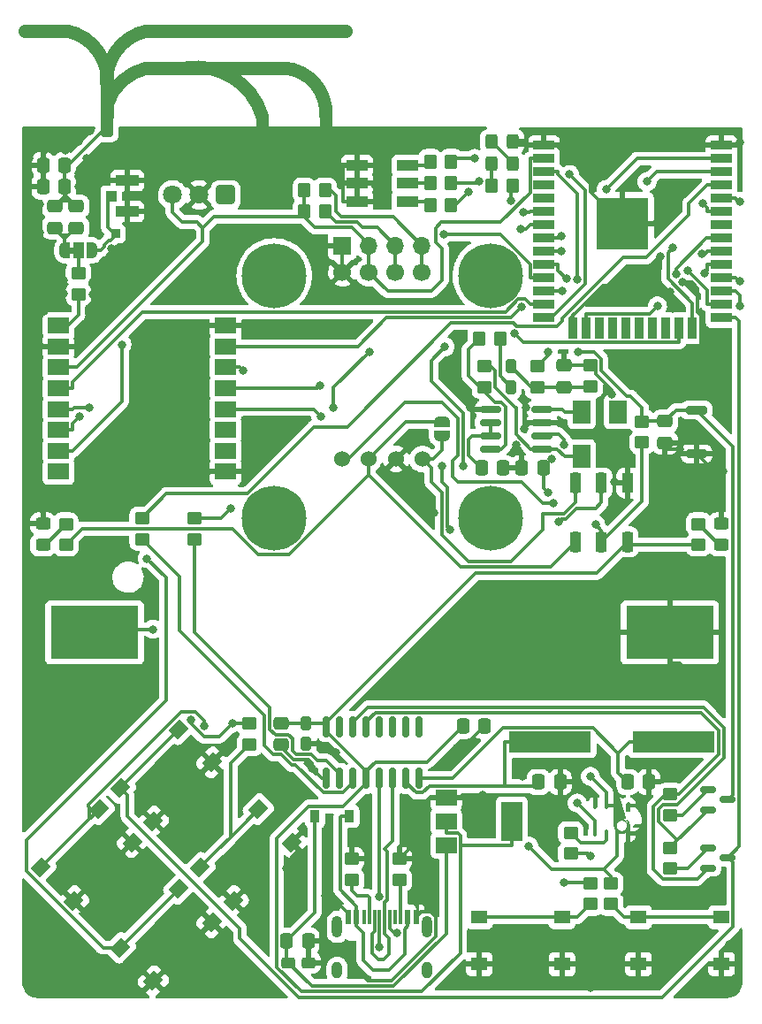
<source format=gbr>
G04 #@! TF.GenerationSoftware,KiCad,Pcbnew,6.0.11-2627ca5db0~126~ubuntu20.04.1*
G04 #@! TF.CreationDate,2023-09-01T18:57:17-05:00*
G04 #@! TF.ProjectId,iot-badge-915,696f742d-6261-4646-9765-2d3931352e6b,rev?*
G04 #@! TF.SameCoordinates,Original*
G04 #@! TF.FileFunction,Copper,L1,Top*
G04 #@! TF.FilePolarity,Positive*
%FSLAX46Y46*%
G04 Gerber Fmt 4.6, Leading zero omitted, Abs format (unit mm)*
G04 Created by KiCad (PCBNEW 6.0.11-2627ca5db0~126~ubuntu20.04.1) date 2023-09-01 18:57:17*
%MOMM*%
%LPD*%
G01*
G04 APERTURE LIST*
G04 Aperture macros list*
%AMRoundRect*
0 Rectangle with rounded corners*
0 $1 Rounding radius*
0 $2 $3 $4 $5 $6 $7 $8 $9 X,Y pos of 4 corners*
0 Add a 4 corners polygon primitive as box body*
4,1,4,$2,$3,$4,$5,$6,$7,$8,$9,$2,$3,0*
0 Add four circle primitives for the rounded corners*
1,1,$1+$1,$2,$3*
1,1,$1+$1,$4,$5*
1,1,$1+$1,$6,$7*
1,1,$1+$1,$8,$9*
0 Add four rect primitives between the rounded corners*
20,1,$1+$1,$2,$3,$4,$5,0*
20,1,$1+$1,$4,$5,$6,$7,0*
20,1,$1+$1,$6,$7,$8,$9,0*
20,1,$1+$1,$8,$9,$2,$3,0*%
%AMRotRect*
0 Rectangle, with rotation*
0 The origin of the aperture is its center*
0 $1 length*
0 $2 width*
0 $3 Rotation angle, in degrees counterclockwise*
0 Add horizontal line*
21,1,$1,$2,0,0,$3*%
%AMFreePoly0*
4,1,57,-0.451886,0.759392,-0.288071,0.701059,-0.141249,0.607884,-0.018719,0.484495,0.073429,0.337027,0.130616,0.172808,0.150000,0.000000,0.149696,-0.021779,0.125495,-0.193978,0.063745,-0.356536,-0.032485,-0.501374,-0.158413,-0.621293,-0.307779,-0.710333,-0.473159,-0.764069,-0.646335,-0.779829,-0.818699,-0.756831,-0.981684,-0.696217,-1.127191,-0.601000,-1.247986,-0.475913,-1.338066,-0.327173,
-1.392955,-0.162171,-1.409437,0.005924,-1.114900,0.005924,-1.097072,-0.130409,-1.041697,-0.256259,-0.953226,-0.361508,-0.838770,-0.437696,-0.707532,-0.478698,-0.570061,-0.481217,-0.437409,-0.445052,-0.320238,-0.373110,-0.227970,-0.271173,-0.168020,-0.147437,-0.145832,-0.015554,-0.150000,0.000000,-0.146783,0.012005,-0.164556,0.136105,-0.221465,0.261269,-0.311215,0.365430,-0.426593,0.440214,
-0.558322,0.479609,-0.695813,0.480449,-0.828014,0.442666,-0.944297,0.369297,-1.035313,0.266241,-1.093747,0.141782,-1.114900,0.005924,-1.409437,0.005924,-1.409924,0.010891,-1.388130,0.183411,-1.328655,0.346815,-1.234457,0.492983,-1.110216,0.614648,-0.962108,0.705765,-0.797494,0.761804,-0.624555,0.779981,-0.451886,0.759392,-0.451886,0.759392,$1*%
%AMFreePoly1*
4,1,22,0.550000,-0.750000,0.000000,-0.750000,0.000000,-0.745033,-0.079941,-0.743568,-0.215256,-0.701293,-0.333266,-0.622738,-0.424486,-0.514219,-0.481581,-0.384460,-0.499164,-0.250000,-0.500000,-0.250000,-0.500000,0.250000,-0.499164,0.250000,-0.499963,0.256109,-0.478152,0.396186,-0.417904,0.524511,-0.324060,0.630769,-0.204165,0.706417,-0.067858,0.745374,0.000000,0.744959,0.000000,0.750000,
0.550000,0.750000,0.550000,-0.750000,0.550000,-0.750000,$1*%
%AMFreePoly2*
4,1,20,0.000000,0.744959,0.073905,0.744508,0.209726,0.703889,0.328688,0.626782,0.421226,0.519385,0.479903,0.390333,0.500000,0.250000,0.500000,-0.250000,0.499851,-0.262216,0.476331,-0.402017,0.414519,-0.529596,0.319384,-0.634700,0.198574,-0.708877,0.061801,-0.746166,0.000000,-0.745033,0.000000,-0.750000,-0.550000,-0.750000,-0.550000,0.750000,0.000000,0.750000,0.000000,0.744959,
0.000000,0.744959,$1*%
%AMFreePoly3*
4,1,22,0.500000,-0.750000,0.000000,-0.750000,0.000000,-0.745033,-0.079941,-0.743568,-0.215256,-0.701293,-0.333266,-0.622738,-0.424486,-0.514219,-0.481581,-0.384460,-0.499164,-0.250000,-0.500000,-0.250000,-0.500000,0.250000,-0.499164,0.250000,-0.499963,0.256109,-0.478152,0.396186,-0.417904,0.524511,-0.324060,0.630769,-0.204165,0.706417,-0.067858,0.745374,0.000000,0.744959,0.000000,0.750000,
0.500000,0.750000,0.500000,-0.750000,0.500000,-0.750000,$1*%
%AMFreePoly4*
4,1,20,0.000000,0.744959,0.073905,0.744508,0.209726,0.703889,0.328688,0.626782,0.421226,0.519385,0.479903,0.390333,0.500000,0.250000,0.500000,-0.250000,0.499851,-0.262216,0.476331,-0.402017,0.414519,-0.529596,0.319384,-0.634700,0.198574,-0.708877,0.061801,-0.746166,0.000000,-0.745033,0.000000,-0.750000,-0.500000,-0.750000,-0.500000,0.750000,0.000000,0.750000,0.000000,0.744959,
0.000000,0.744959,$1*%
G04 Aperture macros list end*
G04 #@! TA.AperFunction,EtchedComponent*
%ADD10C,1.270000*%
G04 #@! TD*
G04 #@! TA.AperFunction,SMDPad,CuDef*
%ADD11R,0.900000X1.200000*%
G04 #@! TD*
G04 #@! TA.AperFunction,SMDPad,CuDef*
%ADD12RoundRect,0.250000X-0.350000X-0.450000X0.350000X-0.450000X0.350000X0.450000X-0.350000X0.450000X0*%
G04 #@! TD*
G04 #@! TA.AperFunction,SMDPad,CuDef*
%ADD13RoundRect,0.250000X-0.337500X-0.475000X0.337500X-0.475000X0.337500X0.475000X-0.337500X0.475000X0*%
G04 #@! TD*
G04 #@! TA.AperFunction,SMDPad,CuDef*
%ADD14RoundRect,0.250000X0.337500X0.475000X-0.337500X0.475000X-0.337500X-0.475000X0.337500X-0.475000X0*%
G04 #@! TD*
G04 #@! TA.AperFunction,SMDPad,CuDef*
%ADD15RoundRect,0.250000X-0.350000X-0.750000X0.350000X-0.750000X0.350000X0.750000X-0.350000X0.750000X0*%
G04 #@! TD*
G04 #@! TA.AperFunction,SMDPad,CuDef*
%ADD16RoundRect,0.100000X-0.100000X0.200000X-0.100000X-0.200000X0.100000X-0.200000X0.100000X0.200000X0*%
G04 #@! TD*
G04 #@! TA.AperFunction,SMDPad,CuDef*
%ADD17FreePoly0,270.000000*%
G04 #@! TD*
G04 #@! TA.AperFunction,SMDPad,CuDef*
%ADD18R,8.400000X5.100000*%
G04 #@! TD*
G04 #@! TA.AperFunction,SMDPad,CuDef*
%ADD19RoundRect,0.250000X-0.275000X0.400000X-0.275000X-0.400000X0.275000X-0.400000X0.275000X0.400000X0*%
G04 #@! TD*
G04 #@! TA.AperFunction,SMDPad,CuDef*
%ADD20RoundRect,0.250000X0.325000X0.450000X-0.325000X0.450000X-0.325000X-0.450000X0.325000X-0.450000X0*%
G04 #@! TD*
G04 #@! TA.AperFunction,SMDPad,CuDef*
%ADD21RoundRect,0.250000X0.450000X-0.350000X0.450000X0.350000X-0.450000X0.350000X-0.450000X-0.350000X0*%
G04 #@! TD*
G04 #@! TA.AperFunction,SMDPad,CuDef*
%ADD22RoundRect,0.250000X-0.400000X-0.275000X0.400000X-0.275000X0.400000X0.275000X-0.400000X0.275000X0*%
G04 #@! TD*
G04 #@! TA.AperFunction,SMDPad,CuDef*
%ADD23RoundRect,0.250000X-0.450000X0.350000X-0.450000X-0.350000X0.450000X-0.350000X0.450000X0.350000X0*%
G04 #@! TD*
G04 #@! TA.AperFunction,SMDPad,CuDef*
%ADD24RoundRect,0.250000X-0.475000X0.337500X-0.475000X-0.337500X0.475000X-0.337500X0.475000X0.337500X0*%
G04 #@! TD*
G04 #@! TA.AperFunction,SMDPad,CuDef*
%ADD25RoundRect,0.250000X-0.450000X0.325000X-0.450000X-0.325000X0.450000X-0.325000X0.450000X0.325000X0*%
G04 #@! TD*
G04 #@! TA.AperFunction,SMDPad,CuDef*
%ADD26R,2.000000X0.900000*%
G04 #@! TD*
G04 #@! TA.AperFunction,SMDPad,CuDef*
%ADD27R,0.900000X2.000000*%
G04 #@! TD*
G04 #@! TA.AperFunction,SMDPad,CuDef*
%ADD28R,5.000000X5.000000*%
G04 #@! TD*
G04 #@! TA.AperFunction,SMDPad,CuDef*
%ADD29R,1.050000X1.000000*%
G04 #@! TD*
G04 #@! TA.AperFunction,SMDPad,CuDef*
%ADD30R,2.200000X1.050000*%
G04 #@! TD*
G04 #@! TA.AperFunction,SMDPad,CuDef*
%ADD31RotRect,1.550000X1.300000X45.000000*%
G04 #@! TD*
G04 #@! TA.AperFunction,SMDPad,CuDef*
%ADD32R,0.600000X1.450000*%
G04 #@! TD*
G04 #@! TA.AperFunction,SMDPad,CuDef*
%ADD33R,0.300000X1.450000*%
G04 #@! TD*
G04 #@! TA.AperFunction,ComponentPad*
%ADD34O,1.000000X2.100000*%
G04 #@! TD*
G04 #@! TA.AperFunction,ComponentPad*
%ADD35O,1.000000X1.600000*%
G04 #@! TD*
G04 #@! TA.AperFunction,SMDPad,CuDef*
%ADD36R,1.700000X2.250000*%
G04 #@! TD*
G04 #@! TA.AperFunction,SMDPad,CuDef*
%ADD37R,2.000000X1.500000*%
G04 #@! TD*
G04 #@! TA.AperFunction,SMDPad,CuDef*
%ADD38R,2.000000X3.800000*%
G04 #@! TD*
G04 #@! TA.AperFunction,SMDPad,CuDef*
%ADD39R,1.550000X1.300000*%
G04 #@! TD*
G04 #@! TA.AperFunction,SMDPad,CuDef*
%ADD40RoundRect,0.150000X-0.825000X-0.150000X0.825000X-0.150000X0.825000X0.150000X-0.825000X0.150000X0*%
G04 #@! TD*
G04 #@! TA.AperFunction,SMDPad,CuDef*
%ADD41RoundRect,0.150000X-0.587500X-0.150000X0.587500X-0.150000X0.587500X0.150000X-0.587500X0.150000X0*%
G04 #@! TD*
G04 #@! TA.AperFunction,SMDPad,CuDef*
%ADD42FreePoly1,0.000000*%
G04 #@! TD*
G04 #@! TA.AperFunction,SMDPad,CuDef*
%ADD43R,1.000000X1.500000*%
G04 #@! TD*
G04 #@! TA.AperFunction,SMDPad,CuDef*
%ADD44FreePoly2,0.000000*%
G04 #@! TD*
G04 #@! TA.AperFunction,SMDPad,CuDef*
%ADD45R,7.875000X2.000000*%
G04 #@! TD*
G04 #@! TA.AperFunction,SMDPad,CuDef*
%ADD46RoundRect,0.150000X0.150000X-0.825000X0.150000X0.825000X-0.150000X0.825000X-0.150000X-0.825000X0*%
G04 #@! TD*
G04 #@! TA.AperFunction,ComponentPad*
%ADD47C,6.200000*%
G04 #@! TD*
G04 #@! TA.AperFunction,ComponentPad*
%ADD48C,1.700000*%
G04 #@! TD*
G04 #@! TA.AperFunction,ComponentPad*
%ADD49C,1.524000*%
G04 #@! TD*
G04 #@! TA.AperFunction,ComponentPad*
%ADD50RoundRect,0.248400X0.651600X0.651600X-0.651600X0.651600X-0.651600X-0.651600X0.651600X-0.651600X0*%
G04 #@! TD*
G04 #@! TA.AperFunction,ComponentPad*
%ADD51C,1.800000*%
G04 #@! TD*
G04 #@! TA.AperFunction,SMDPad,CuDef*
%ADD52RoundRect,0.275000X-0.275000X0.700000X-0.275000X-0.700000X0.275000X-0.700000X0.275000X0.700000X0*%
G04 #@! TD*
G04 #@! TA.AperFunction,SMDPad,CuDef*
%ADD53RoundRect,0.250000X0.475000X-0.337500X0.475000X0.337500X-0.475000X0.337500X-0.475000X-0.337500X0*%
G04 #@! TD*
G04 #@! TA.AperFunction,SMDPad,CuDef*
%ADD54FreePoly3,90.000000*%
G04 #@! TD*
G04 #@! TA.AperFunction,SMDPad,CuDef*
%ADD55FreePoly4,90.000000*%
G04 #@! TD*
G04 #@! TA.AperFunction,ComponentPad*
%ADD56R,0.850000X0.850000*%
G04 #@! TD*
G04 #@! TA.AperFunction,ComponentPad*
%ADD57R,1.700000X1.700000*%
G04 #@! TD*
G04 #@! TA.AperFunction,ComponentPad*
%ADD58O,1.700000X1.700000*%
G04 #@! TD*
G04 #@! TA.AperFunction,SMDPad,CuDef*
%ADD59R,2.000000X1.100000*%
G04 #@! TD*
G04 #@! TA.AperFunction,SMDPad,CuDef*
%ADD60RoundRect,0.200000X0.800000X-0.200000X0.800000X0.200000X-0.800000X0.200000X-0.800000X-0.200000X0*%
G04 #@! TD*
G04 #@! TA.AperFunction,ViaPad*
%ADD61C,0.800000*%
G04 #@! TD*
G04 #@! TA.AperFunction,Conductor*
%ADD62C,0.300000*%
G04 #@! TD*
G04 #@! TA.AperFunction,Conductor*
%ADD63C,0.299800*%
G04 #@! TD*
G04 APERTURE END LIST*
D10*
X112449000Y-60452000D02*
X125650000Y-60452000D01*
X112449000Y-56896000D02*
X131535000Y-56896000D01*
X108639000Y-60906000D02*
X108639000Y-65060000D01*
X100765000Y-56896000D02*
X104829000Y-56896000D01*
X112449000Y-56895999D02*
G75*
G03*
X108639000Y-62260000I1021889J-4760943D01*
G01*
X129594000Y-65060000D02*
G75*
G03*
X125650000Y-60452000I-4276000J332000D01*
G01*
X108638999Y-62260000D02*
G75*
G03*
X104829000Y-56896000I-4831888J603058D01*
G01*
X112449000Y-60451999D02*
G75*
G03*
X108639000Y-63960000I1133018J-5053558D01*
G01*
X123498000Y-65060000D02*
G75*
G03*
X116150000Y-60452000I-6278198J-1848701D01*
G01*
G36*
X105500000Y-78200000D02*
G01*
X105000000Y-78200000D01*
X105000000Y-77600000D01*
X105500000Y-77600000D01*
X105500000Y-78200000D01*
G37*
D11*
X128550000Y-132100000D03*
X131850000Y-132100000D03*
D12*
X139600000Y-73600000D03*
X141600000Y-73600000D03*
D13*
X102512500Y-71800000D03*
X104587500Y-71800000D03*
D14*
X150437500Y-98750000D03*
X148362500Y-98750000D03*
D15*
X108639000Y-66060000D03*
X129594000Y-66060000D03*
X123498000Y-66060000D03*
D16*
X155400000Y-133730000D03*
X156450000Y-133730000D03*
X157500000Y-133730000D03*
X158550000Y-133730000D03*
D17*
X158560000Y-133030000D03*
D16*
X158550000Y-131070000D03*
X157500000Y-131070000D03*
X156450000Y-131070000D03*
X155400000Y-131070000D03*
D12*
X145500000Y-71700000D03*
X147500000Y-71700000D03*
X139600000Y-69400000D03*
X141600000Y-69400000D03*
D18*
X107450000Y-114500000D03*
X162550000Y-114500000D03*
D13*
X125823800Y-144000000D03*
X127898800Y-144000000D03*
D19*
X127700000Y-123225000D03*
X127700000Y-125175000D03*
D20*
X147525000Y-67500000D03*
X145475000Y-67500000D03*
D13*
X149962500Y-128800000D03*
X152037500Y-128800000D03*
D21*
X154940000Y-90916000D03*
X154940000Y-88916000D03*
D22*
X126025000Y-146100000D03*
X127975000Y-146100000D03*
D23*
X105900000Y-80100000D03*
X105900000Y-82100000D03*
D24*
X162100000Y-94252500D03*
X162100000Y-96327500D03*
D25*
X167500000Y-104075000D03*
X167500000Y-106125000D03*
D26*
X150500000Y-67845000D03*
X150500000Y-69115000D03*
X150500000Y-70385000D03*
X150500000Y-71655000D03*
X150500000Y-72925000D03*
X150500000Y-74195000D03*
X150500000Y-75465000D03*
X150500000Y-76735000D03*
X150500000Y-78005000D03*
X150500000Y-79275000D03*
X150500000Y-80545000D03*
X150500000Y-81815000D03*
X150500000Y-83085000D03*
X150500000Y-84355000D03*
D27*
X153285000Y-85355000D03*
X154555000Y-85355000D03*
X155825000Y-85355000D03*
X157095000Y-85355000D03*
X158365000Y-85355000D03*
X159635000Y-85355000D03*
X160905000Y-85355000D03*
X162175000Y-85355000D03*
X163445000Y-85355000D03*
X164715000Y-85355000D03*
D26*
X167500000Y-84355000D03*
X167500000Y-83085000D03*
X167500000Y-81815000D03*
X167500000Y-80545000D03*
X167500000Y-79275000D03*
X167500000Y-78005000D03*
X167500000Y-76735000D03*
X167500000Y-75465000D03*
X167500000Y-74195000D03*
X167500000Y-72925000D03*
X167500000Y-71655000D03*
X167500000Y-70385000D03*
X167500000Y-69115000D03*
X167500000Y-67845000D03*
D28*
X158000000Y-75345000D03*
D21*
X122300000Y-125200000D03*
X122300000Y-123200000D03*
D29*
X109050000Y-72700000D03*
D30*
X110575000Y-71225000D03*
X110575000Y-74175000D03*
D13*
X144512500Y-98750000D03*
X146587500Y-98750000D03*
D31*
X109898260Y-129369759D03*
X115519759Y-123748260D03*
X118701740Y-126930241D03*
X113080241Y-132551740D03*
D32*
X131750000Y-141751000D03*
X132550000Y-141751000D03*
D33*
X133750000Y-141751000D03*
X134750000Y-141751000D03*
X135250000Y-141751000D03*
X136250000Y-141751000D03*
D32*
X137450000Y-141751000D03*
X138250000Y-141751000D03*
X138250000Y-141751000D03*
X137450000Y-141751000D03*
D33*
X136750000Y-141751000D03*
X135750000Y-141751000D03*
X134250000Y-141751000D03*
X133250000Y-141751000D03*
D32*
X132550000Y-141751000D03*
X131750000Y-141751000D03*
D34*
X130680000Y-142666000D03*
D35*
X139320000Y-146846000D03*
X130680000Y-146846000D03*
D34*
X139320000Y-142666000D03*
D23*
X112000000Y-103550000D03*
X112000000Y-105550000D03*
D36*
X157600000Y-93379000D03*
X154100000Y-93379000D03*
X154100000Y-97629000D03*
D12*
X127524000Y-72136000D03*
X129524000Y-72136000D03*
D37*
X141122000Y-130288000D03*
D38*
X147422000Y-132588000D03*
D37*
X141122000Y-132588000D03*
X141122000Y-134888000D03*
D39*
X152236400Y-141750000D03*
X144286400Y-141750000D03*
X144286400Y-146250000D03*
X152236400Y-146250000D03*
D31*
X115519759Y-139048260D03*
X109898260Y-144669759D03*
X113080241Y-147851740D03*
X118701740Y-142230241D03*
D23*
X153045000Y-133662936D03*
X153045000Y-135662936D03*
D40*
X145353000Y-93091000D03*
X145353000Y-94361000D03*
X145353000Y-95631000D03*
X145353000Y-96901000D03*
X150303000Y-96901000D03*
X150303000Y-95631000D03*
X150303000Y-94361000D03*
X150303000Y-93091000D03*
D19*
X147320000Y-89025000D03*
X147320000Y-90975000D03*
D41*
X166194500Y-129558000D03*
X166194500Y-131458000D03*
X168069500Y-130508000D03*
D21*
X149860000Y-91000000D03*
X149860000Y-89000000D03*
D13*
X158462500Y-128800000D03*
X160537500Y-128800000D03*
D21*
X156900000Y-140500000D03*
X156900000Y-138500000D03*
D24*
X125300000Y-123162500D03*
X125300000Y-125237500D03*
D21*
X136652000Y-138160000D03*
X136652000Y-136160000D03*
D42*
X104600000Y-77900000D03*
D43*
X105900000Y-77900000D03*
D44*
X107200000Y-77900000D03*
D45*
X151062500Y-125000000D03*
X162937500Y-125000000D03*
D12*
X127524000Y-74168000D03*
X129524000Y-74168000D03*
D24*
X103650000Y-73672500D03*
X103650000Y-75747500D03*
D46*
X129667000Y-128459000D03*
X130937000Y-128459000D03*
X132207000Y-128459000D03*
X133477000Y-128459000D03*
X134747000Y-128459000D03*
X136017000Y-128459000D03*
X137287000Y-128459000D03*
X138557000Y-128459000D03*
X138557000Y-123509000D03*
X137287000Y-123509000D03*
X136017000Y-123509000D03*
X134747000Y-123509000D03*
X133477000Y-123509000D03*
X132207000Y-123509000D03*
X130937000Y-123509000D03*
X129667000Y-123509000D03*
D47*
X145350000Y-103548000D03*
X145350000Y-80348000D03*
X124650000Y-80348000D03*
X124650000Y-103548000D03*
D48*
X131190000Y-79998000D03*
X133730000Y-79998000D03*
X136270000Y-79998000D03*
X138810000Y-79998000D03*
D49*
X131137000Y-97898000D03*
X133677000Y-97898000D03*
X136323000Y-97898000D03*
X138863000Y-97898000D03*
D13*
X102512500Y-69750000D03*
X104587500Y-69750000D03*
D39*
X159546400Y-141750000D03*
X167496400Y-141750000D03*
X167496400Y-146250000D03*
X159546400Y-146250000D03*
D20*
X147525000Y-69600000D03*
X145475000Y-69600000D03*
D12*
X139600000Y-71500000D03*
X141600000Y-71500000D03*
D24*
X105700000Y-73672500D03*
X105700000Y-75747500D03*
D31*
X117528260Y-137019759D03*
X123149759Y-131398260D03*
X126331740Y-134580241D03*
X120710241Y-140201740D03*
D21*
X132080000Y-138160000D03*
X132080000Y-136160000D03*
D50*
X120000000Y-72600000D03*
D51*
X117460000Y-72600000D03*
X114920000Y-72600000D03*
D41*
X166194500Y-135146000D03*
X166194500Y-137046000D03*
X168069500Y-136096000D03*
D21*
X162560000Y-132000000D03*
X162560000Y-130000000D03*
D52*
X153500000Y-105825000D03*
X156000000Y-105825000D03*
X158500000Y-105825000D03*
X153500000Y-100175000D03*
X156000000Y-100175000D03*
X158500000Y-100175000D03*
D53*
X152400000Y-90975000D03*
X152400000Y-88900000D03*
D25*
X102500000Y-104075000D03*
X102500000Y-106125000D03*
D37*
X104000000Y-85100000D03*
X104000000Y-87100000D03*
X104000000Y-89100000D03*
X104000000Y-91100000D03*
X104000000Y-93100000D03*
X104000000Y-95100000D03*
X104000000Y-97100000D03*
X104000000Y-99100000D03*
X120000000Y-99100000D03*
X120000000Y-97100000D03*
X120000000Y-95100000D03*
X120000000Y-93100000D03*
X120000000Y-91100000D03*
X120000000Y-89100000D03*
X120000000Y-87100000D03*
X120000000Y-85100000D03*
D23*
X104700000Y-104100000D03*
X104700000Y-106100000D03*
X165300000Y-104100000D03*
X165300000Y-106100000D03*
D54*
X140716000Y-95646000D03*
D55*
X140716000Y-94346000D03*
D56*
X109450000Y-76300000D03*
D23*
X144780000Y-89000000D03*
X144780000Y-91000000D03*
D31*
X102268260Y-137019759D03*
X107889759Y-131398260D03*
X111071740Y-134580241D03*
X105450241Y-140201740D03*
D21*
X154940000Y-140500000D03*
X154940000Y-138500000D03*
D57*
X131190000Y-77458000D03*
D58*
X133730000Y-77458000D03*
X136270000Y-77458000D03*
X138810000Y-77458000D03*
D13*
X142726500Y-123444000D03*
X144801500Y-123444000D03*
D12*
X144272000Y-86360000D03*
X146272000Y-86360000D03*
D21*
X162560000Y-137096000D03*
X162560000Y-135096000D03*
D59*
X132600000Y-69800000D03*
X132600000Y-71500000D03*
X132600000Y-73200000D03*
X137400000Y-73200000D03*
X137400000Y-71500000D03*
X137400000Y-69800000D03*
D60*
X165100000Y-97390000D03*
X165100000Y-93190000D03*
D23*
X117000000Y-103550000D03*
X117000000Y-105550000D03*
D21*
X159900000Y-96290000D03*
X159900000Y-94290000D03*
D61*
X147639667Y-85870263D03*
X164268000Y-79838700D03*
X169245000Y-73198500D03*
X120475000Y-102603000D03*
X148533000Y-74251000D03*
X110058000Y-86919000D03*
X106046000Y-93800400D03*
X148247000Y-75839700D03*
X140894000Y-76375600D03*
X106985000Y-92933800D03*
X121662000Y-89393800D03*
X152227000Y-81771600D03*
X129115000Y-93792800D03*
X165896000Y-80128600D03*
X148340000Y-83339700D03*
X165651000Y-78222100D03*
X129052000Y-90819600D03*
X163124000Y-80213500D03*
X113042500Y-114177000D03*
X140000000Y-103000000D03*
X103100000Y-78800000D03*
X111000000Y-76900000D03*
X105900000Y-67515523D03*
X125816000Y-137063000D03*
X158000000Y-75345000D03*
X161624000Y-78450200D03*
X132080000Y-81800000D03*
X103100000Y-77600000D03*
X106772000Y-141286000D03*
X167640000Y-88900000D03*
X152550000Y-148077000D03*
X130592023Y-125947977D03*
X128270000Y-127492500D03*
X108228000Y-68072000D03*
X112200000Y-75700000D03*
X167640000Y-99060000D03*
X112800000Y-70800000D03*
X137534000Y-132943000D03*
X148728500Y-92964000D03*
X102200000Y-74800000D03*
X104500000Y-80800000D03*
X107400000Y-76200000D03*
X101092000Y-71800000D03*
X163462600Y-96968100D03*
X104300000Y-79600000D03*
X160090000Y-148077000D03*
X143424700Y-92967100D03*
X162560000Y-73660000D03*
X121920000Y-148500000D03*
X105900000Y-71800000D03*
X107600000Y-71800000D03*
X116945000Y-140822000D03*
X116909500Y-86099700D03*
X144272000Y-132588000D03*
X116840000Y-134620000D03*
X101200000Y-69088000D03*
X105800000Y-86360000D03*
X105900000Y-70500000D03*
X142240000Y-126300000D03*
X168230000Y-144367000D03*
X117250000Y-98072300D03*
X102200000Y-76200000D03*
X148400000Y-128300000D03*
X101300000Y-73000000D03*
X101200000Y-70600000D03*
X154940000Y-148500000D03*
X112800000Y-73200000D03*
X169245000Y-67547500D03*
X108300000Y-70600000D03*
X127000000Y-137160000D03*
X157250000Y-100118200D03*
X107300000Y-84500000D03*
X111000000Y-69700000D03*
X107800000Y-79600000D03*
X112200000Y-69700000D03*
X106680000Y-69088000D03*
X129540000Y-139700000D03*
X107400000Y-73152000D03*
X106600000Y-85600000D03*
X104648000Y-68300000D03*
X163775109Y-80971829D03*
X104500000Y-83100000D03*
X164250000Y-118159000D03*
X148577500Y-94974023D03*
X109100000Y-77724000D03*
X147806023Y-96541977D03*
X160020000Y-81280000D03*
X168000000Y-148500000D03*
X111000000Y-75700000D03*
X102640000Y-83750500D03*
X116942000Y-129040000D03*
X114214000Y-148873000D03*
X102200000Y-73500000D03*
X110236000Y-66548000D03*
X156972000Y-91654498D03*
X160020000Y-114300000D03*
X122160000Y-141328000D03*
X149860000Y-133745000D03*
X107300000Y-82100000D03*
X114435000Y-133659000D03*
X109220000Y-69596000D03*
X107000000Y-66499523D03*
X129540000Y-85500000D03*
X144611000Y-130084000D03*
X111760000Y-137160000D03*
X101505000Y-86510600D03*
X112800000Y-74400000D03*
X107300000Y-83300000D03*
X107300000Y-80900000D03*
X167307000Y-101749100D03*
X158750000Y-138430000D03*
X144750000Y-148077000D03*
X132080000Y-134620000D03*
X104500000Y-82000000D03*
X108700000Y-78800000D03*
X102616000Y-68300000D03*
X162540425Y-81857040D03*
X112800000Y-72000000D03*
X134300000Y-71640900D03*
X109229000Y-136724000D03*
X107400000Y-74676000D03*
X165100000Y-67000000D03*
X101905000Y-101749000D03*
X153691000Y-80656000D03*
X153755000Y-87630600D03*
X134750000Y-144650000D03*
X134700000Y-139782000D03*
X136415000Y-143256000D03*
X150876000Y-101092000D03*
X152423516Y-96499561D03*
X155448000Y-104140000D03*
X151193538Y-97853534D03*
X141465500Y-104626023D03*
X140716000Y-98552000D03*
X142748000Y-98552000D03*
X141009000Y-87136600D03*
X154940000Y-128270000D03*
X151870023Y-103873500D03*
X151384000Y-102108000D03*
X152632000Y-80644300D03*
X150927000Y-87646300D03*
X165735000Y-73438000D03*
X143850000Y-69107100D03*
X144288000Y-71273300D03*
X160364000Y-71306500D03*
X156450000Y-72064900D03*
X143278000Y-72336000D03*
X147357000Y-73140100D03*
X162801000Y-77678900D03*
X152161000Y-76523900D03*
X133742000Y-87610200D03*
X130308000Y-92967100D03*
X149053000Y-134955000D03*
X152158000Y-77986800D03*
X152400000Y-138430000D03*
X154940000Y-135890000D03*
X161368000Y-83217900D03*
X112486000Y-107420000D03*
X169245000Y-83235000D03*
X117957000Y-123448000D03*
X116667000Y-122824000D03*
X120650000Y-123190000D03*
X153670000Y-130810000D03*
X169245000Y-80862400D03*
X152944000Y-70648800D03*
D62*
X136270000Y-77458000D02*
X134504000Y-75692000D01*
X134504000Y-75692000D02*
X133096000Y-75692000D01*
X136270000Y-79998000D02*
X136270000Y-77458000D01*
X147639667Y-85870263D02*
X148474504Y-86705100D01*
X133096000Y-75692000D02*
X132588000Y-75184000D01*
X132588000Y-75184000D02*
X130540000Y-75184000D01*
X130540000Y-75184000D02*
X129524000Y-74168000D01*
X148474504Y-86705100D02*
X163445000Y-86705100D01*
X163445000Y-86705100D02*
X163445000Y-85355000D01*
X125824000Y-144014800D02*
X125824000Y-144007400D01*
X125824000Y-144001800D02*
X125824000Y-144000900D01*
X125824000Y-144118500D02*
X125824000Y-144059200D01*
X125824000Y-144949000D02*
X125824000Y-144474000D01*
X125824000Y-144003700D02*
X125824000Y-144001800D01*
X128550000Y-141274000D02*
X128550000Y-132100000D01*
X125824000Y-144007400D02*
X125824000Y-144003700D01*
X125824000Y-144000200D02*
X125824000Y-144000100D01*
X125824000Y-144001800D02*
X125824000Y-144000900D01*
X125824000Y-144059200D02*
X125824000Y-144029600D01*
X125824000Y-144029600D02*
X125824000Y-144014800D01*
X125824000Y-144474000D02*
X125824000Y-144237000D01*
X141122000Y-134888000D02*
X141122000Y-143323000D01*
X125824000Y-144000400D02*
X125824000Y-144000200D01*
X125824000Y-144000200D02*
X125824000Y-144000100D01*
X125824000Y-144007400D02*
X125824000Y-144003700D01*
X126025000Y-146100000D02*
X125824000Y-145899000D01*
X125824000Y-144000000D02*
X128550000Y-141274000D01*
X125824000Y-144000400D02*
X125824000Y-144000200D01*
X125824000Y-144003700D02*
X125824000Y-144001800D01*
X125824000Y-144237000D02*
X125824000Y-144118500D01*
X125824000Y-144059200D02*
X125824000Y-144029600D01*
X125824000Y-144003700D02*
X125824000Y-144001800D01*
X125824000Y-144000100D02*
X125824000Y-144000000D01*
X125824000Y-144474000D02*
X125824000Y-144237000D01*
X125824000Y-144014800D02*
X125824000Y-144007400D01*
X125824000Y-144000000D02*
X125823800Y-144000000D01*
X125824000Y-144118500D02*
X125824000Y-144059200D01*
X125824000Y-144029600D02*
X125824000Y-144014800D01*
X125824000Y-144000900D02*
X125824000Y-144000400D01*
X125824000Y-144014800D02*
X125824000Y-144007400D01*
X141122000Y-143323000D02*
X136100000Y-148345000D01*
X125824000Y-144000100D02*
X125824000Y-144000000D01*
X125824000Y-144000200D02*
X125824000Y-144000100D01*
X125824000Y-144059200D02*
X125824000Y-144029600D01*
X125824000Y-144007400D02*
X125824000Y-144003700D01*
X125824000Y-144237000D02*
X125824000Y-144118500D01*
X125824000Y-144949000D02*
X125824000Y-144474000D01*
X125824000Y-144950000D02*
X125824000Y-144949000D01*
X125824000Y-144000400D02*
X125824000Y-144000200D01*
X125824000Y-144118500D02*
X125824000Y-144059200D01*
X125824000Y-144950000D02*
X125824000Y-144949000D01*
X125824000Y-144474000D02*
X125824000Y-144237000D01*
X128270000Y-148345000D02*
X126025000Y-146100000D01*
X125824000Y-144237000D02*
X125824000Y-144118500D01*
X125824000Y-145899000D02*
X125824000Y-144950000D01*
X125824000Y-144029600D02*
X125824000Y-144014800D01*
X125824000Y-144000900D02*
X125824000Y-144000400D01*
X136100000Y-148345000D02*
X128270000Y-148345000D01*
X125824000Y-144000100D02*
X125824000Y-144000000D01*
X125824000Y-144000900D02*
X125824000Y-144000400D01*
X125824000Y-144001800D02*
X125824000Y-144000900D01*
X146775000Y-125000000D02*
X151062000Y-125000000D01*
X139511000Y-129188000D02*
X146775000Y-129188000D01*
X138864000Y-129836000D02*
X139511000Y-129188000D01*
X138243000Y-129836000D02*
X138864000Y-129836000D01*
X149574500Y-129188000D02*
X149962500Y-128800000D01*
X146775000Y-129188000D02*
X146775000Y-125000000D01*
X137287000Y-128459000D02*
X137287000Y-128880000D01*
X137287000Y-128880000D02*
X138243000Y-129836000D01*
X146775000Y-129188000D02*
X149574500Y-129188000D01*
X151062000Y-125000000D02*
X151062500Y-125000000D01*
X162937500Y-125000000D02*
X158650000Y-125000000D01*
X158650000Y-125000000D02*
X157584000Y-126066000D01*
X155168000Y-123650000D02*
X157584000Y-126066000D01*
X138557000Y-128459000D02*
X141781000Y-128459000D01*
X146590000Y-123650000D02*
X155168000Y-123650000D01*
X157584000Y-127921500D02*
X157584000Y-126066000D01*
X158462500Y-128800000D02*
X157584000Y-127921500D01*
X141781000Y-128459000D02*
X146590000Y-123650000D01*
X166150000Y-83085000D02*
X166150000Y-81720500D01*
X136028000Y-74676000D02*
X131064000Y-74676000D01*
X131064000Y-74676000D02*
X130556000Y-74168000D01*
X138810000Y-79998000D02*
X138387000Y-79575100D01*
X138810000Y-79998000D02*
X138810000Y-77458000D01*
X130556000Y-74168000D02*
X130556000Y-72644000D01*
X166150000Y-81720500D02*
X164268000Y-79838700D01*
X167500000Y-83085000D02*
X166150000Y-83085000D01*
X138810000Y-77458000D02*
X136028000Y-74676000D01*
X130556000Y-72644000D02*
X130048000Y-72136000D01*
X133677000Y-99400400D02*
X133677000Y-97898000D01*
X126064000Y-107013000D02*
X133677000Y-99400400D01*
X120629000Y-104550000D02*
X123092000Y-107013000D01*
X142480600Y-108204000D02*
X133677000Y-99400400D01*
X151121000Y-108204000D02*
X142480600Y-108204000D01*
X137229000Y-94346000D02*
X140716000Y-94346000D01*
X153500000Y-105825000D02*
X151121000Y-108204000D01*
X104700000Y-106100000D02*
X106250000Y-104550000D01*
X123092000Y-107013000D02*
X126064000Y-107013000D01*
X106250000Y-104550000D02*
X120629000Y-104550000D01*
X133677000Y-97898000D02*
X137229000Y-94346000D01*
X169124000Y-73198500D02*
X169245000Y-73198500D01*
X167500000Y-72925000D02*
X168850000Y-72925000D01*
X117000000Y-103550000D02*
X119528000Y-103550000D01*
X119528000Y-103550000D02*
X120475000Y-102603000D01*
X168850000Y-72925000D02*
X169124000Y-73198500D01*
X124225000Y-123748528D02*
X124776472Y-124300000D01*
X124776472Y-124300000D02*
X126023528Y-124300000D01*
X126375000Y-124651472D02*
X126375000Y-125823528D01*
X130937000Y-128030000D02*
X130937000Y-128459000D01*
X124225000Y-121685000D02*
X124225000Y-123748528D01*
X126023528Y-124300000D02*
X126375000Y-124651472D01*
X129650000Y-126743000D02*
X130937000Y-128030000D01*
X126726472Y-126175000D02*
X128208500Y-126175000D01*
X117000000Y-105550000D02*
X117000000Y-114460000D01*
X117000000Y-114460000D02*
X124225000Y-121685000D01*
X128776500Y-126743000D02*
X129650000Y-126743000D01*
X126375000Y-125823528D02*
X126726472Y-126175000D01*
X128208500Y-126175000D02*
X128776500Y-126743000D01*
X166150000Y-71655000D02*
X164383000Y-73421600D01*
X114347000Y-101203000D02*
X112000000Y-103550000D01*
X141606700Y-84839100D02*
X131624000Y-94821800D01*
X147863607Y-85155000D02*
X147547707Y-84839100D01*
X131624000Y-94821800D02*
X128439000Y-94821800D01*
X128439000Y-94821800D02*
X122058000Y-101203000D01*
X158111000Y-78569300D02*
X152228000Y-84451600D01*
X151721100Y-85155000D02*
X147863607Y-85155000D01*
X122058000Y-101203000D02*
X114347000Y-101203000D01*
X152228000Y-84648100D02*
X151721100Y-85155000D01*
X164383000Y-74488700D02*
X160303000Y-78569300D01*
X160303000Y-78569300D02*
X158111000Y-78569300D01*
X164383000Y-73421600D02*
X164383000Y-74488700D01*
X152228000Y-84451600D02*
X152228000Y-84648100D01*
X147547707Y-84839100D02*
X141606700Y-84839100D01*
X167500000Y-71655000D02*
X166150000Y-71655000D01*
X123725000Y-125323528D02*
X123725000Y-122455000D01*
X115570000Y-109120000D02*
X112000000Y-105550000D01*
X126312260Y-127175000D02*
X125312260Y-126175000D01*
X132207000Y-128882000D02*
X131265000Y-129823000D01*
X115570000Y-114300000D02*
X115570000Y-109120000D01*
X131265000Y-129823000D02*
X129348893Y-129823000D01*
X123725000Y-122455000D02*
X115570000Y-114300000D01*
X124576472Y-126175000D02*
X123725000Y-125323528D01*
X132207000Y-128459000D02*
X132207000Y-128882000D01*
X129348893Y-129823000D02*
X126700893Y-127175000D01*
X125312260Y-126175000D02*
X124576472Y-126175000D01*
X126700893Y-127175000D02*
X126312260Y-127175000D01*
X105350000Y-97100000D02*
X110058000Y-92391800D01*
X149094000Y-74251000D02*
X148533000Y-74251000D01*
X110058000Y-92391800D02*
X110058000Y-86919000D01*
X104000000Y-97100000D02*
X105350000Y-97100000D01*
X149150000Y-74195000D02*
X149094000Y-74251000D01*
X150500000Y-74195000D02*
X149150000Y-74195000D01*
X150500000Y-75465000D02*
X149150000Y-75465000D01*
X148775000Y-75839700D02*
X148247000Y-75839700D01*
X105350000Y-95100000D02*
X105350000Y-94496600D01*
X149150000Y-75465000D02*
X148775000Y-75839700D01*
X105350000Y-94496600D02*
X106046000Y-93800400D01*
X104000000Y-95100000D02*
X105350000Y-95100000D01*
X104000000Y-93100000D02*
X105350000Y-93100000D01*
X105516000Y-92933800D02*
X106985000Y-92933800D01*
X149150000Y-80545000D02*
X149150000Y-79215700D01*
X105350000Y-93100000D02*
X105516000Y-92933800D01*
X149150000Y-79215700D02*
X146310000Y-76375600D01*
X146310000Y-76375600D02*
X140894000Y-76375600D01*
X150500000Y-80545000D02*
X149150000Y-80545000D01*
X151894000Y-81771600D02*
X152227000Y-81771600D01*
X121368000Y-89100000D02*
X121662000Y-89393800D01*
X150500000Y-81815000D02*
X151850000Y-81815000D01*
X151850000Y-81815000D02*
X151894000Y-81771600D01*
X120000000Y-89100000D02*
X121368000Y-89100000D01*
X146779500Y-83839100D02*
X112058200Y-83839100D01*
X148654000Y-82589600D02*
X148029000Y-82589600D01*
X148029000Y-82589600D02*
X146779500Y-83839100D01*
X105350000Y-90547300D02*
X105350000Y-91100000D01*
X112058200Y-83839100D02*
X105350000Y-90547300D01*
X105350000Y-91100000D02*
X104000000Y-91100000D01*
X150500000Y-83085000D02*
X149150000Y-83085000D01*
X149150000Y-83085000D02*
X148654000Y-82589600D01*
X120000000Y-93100000D02*
X128422000Y-93100000D01*
X166150000Y-79874600D02*
X165896000Y-80128600D01*
X167500000Y-79275000D02*
X166150000Y-79275000D01*
X166150000Y-79275000D02*
X166150000Y-79874600D01*
X128422000Y-93100000D02*
X129115000Y-93792800D01*
X163269000Y-134384000D02*
X164732000Y-132921000D01*
X165757000Y-121670000D02*
X167739000Y-123653000D01*
X161499000Y-132615000D02*
X163269000Y-134384000D01*
X132207000Y-123091000D02*
X133628000Y-121670000D01*
X166194500Y-131458500D02*
X166194500Y-131458000D01*
X164732000Y-132921000D02*
X166194500Y-131458500D01*
X161499000Y-131364000D02*
X161499000Y-132615000D01*
X132207000Y-123509000D02*
X132207000Y-123091000D01*
X163210000Y-131000000D02*
X161864000Y-131000000D01*
X133628000Y-121670000D02*
X165757000Y-121670000D01*
X161864000Y-131000000D02*
X161499000Y-131364000D01*
X162560000Y-135092000D02*
X163269000Y-134384000D01*
X167739000Y-126471000D02*
X163210000Y-131000000D01*
X167739000Y-123653000D02*
X167739000Y-126471000D01*
X162560000Y-135096000D02*
X162560000Y-135092000D01*
X103650000Y-73672500D02*
X104587500Y-72735000D01*
X104587500Y-71800000D02*
X104587500Y-72735000D01*
X104587500Y-72735000D02*
X104409250Y-72913250D01*
X104587500Y-72560000D02*
X104659750Y-72632250D01*
X104587500Y-71800000D02*
X104587500Y-69148500D01*
X105700000Y-73672500D02*
X104659750Y-72632250D01*
X104587500Y-72735000D02*
X104587500Y-72560000D01*
X104182250Y-73140250D02*
X105167750Y-73140250D01*
X104409250Y-72913250D02*
X104436250Y-72886250D01*
X104436250Y-72886250D02*
X104913750Y-72886250D01*
X104659750Y-72632250D02*
X104913750Y-72886250D01*
X108639000Y-66060000D02*
X104949000Y-69750000D01*
X165933000Y-78222100D02*
X165651000Y-78222100D01*
X166150000Y-78005000D02*
X165933000Y-78222100D01*
X132671000Y-87100000D02*
X135431900Y-84339100D01*
X167500000Y-78005000D02*
X166150000Y-78005000D01*
X147340600Y-84339100D02*
X148340000Y-83339700D01*
X120000000Y-87100000D02*
X132671000Y-87100000D01*
X135431900Y-84339100D02*
X147340600Y-84339100D01*
X163124000Y-79687400D02*
X166076000Y-76735000D01*
X163124000Y-80213500D02*
X163124000Y-79687400D01*
X128772000Y-91100000D02*
X129052000Y-90819600D01*
X120000000Y-91100000D02*
X128772000Y-91100000D01*
X166076000Y-76735000D02*
X167500000Y-76735000D01*
X140716000Y-97028000D02*
X140716000Y-95646000D01*
X140716000Y-103344661D02*
X140750000Y-103310661D01*
X113042500Y-114177000D02*
X111323000Y-114177000D01*
X138863000Y-97898000D02*
X139846000Y-97898000D01*
X140716000Y-105156000D02*
X140716000Y-103344661D01*
X153500000Y-100175000D02*
X153500000Y-102024000D01*
X152400000Y-103124000D02*
X150368000Y-103124000D01*
X139700000Y-98735000D02*
X138863000Y-97898000D01*
X143256000Y-107696000D02*
X140716000Y-105156000D01*
X150368000Y-104648000D02*
X147320000Y-107696000D01*
X140750000Y-103310661D02*
X140750000Y-101126000D01*
X147320000Y-107696000D02*
X143256000Y-107696000D01*
X111000000Y-114500000D02*
X107450000Y-114500000D01*
X139846000Y-97898000D02*
X140716000Y-97028000D01*
X139700000Y-100076000D02*
X139700000Y-98735000D01*
X140750000Y-101126000D02*
X139700000Y-100076000D01*
X153500000Y-102024000D02*
X152400000Y-103124000D01*
X150368000Y-103124000D02*
X150368000Y-104648000D01*
X111323000Y-114177000D02*
X111000000Y-114500000D01*
X142222000Y-133688000D02*
X141122000Y-133688000D01*
X138794000Y-148881000D02*
X142472000Y-145203000D01*
X129602000Y-123141000D02*
X143953000Y-108790000D01*
X155534000Y-108790000D02*
X158500000Y-105825000D01*
X133477000Y-127773000D02*
X133477000Y-128459000D01*
X127227000Y-148881000D02*
X138794000Y-148881000D01*
X158775000Y-106100000D02*
X158500000Y-105825000D01*
X124881000Y-146534000D02*
X127227000Y-148881000D01*
X133477000Y-127773000D02*
X134372000Y-126878000D01*
X129602000Y-123444000D02*
X129602000Y-123141000D01*
X139292000Y-126878000D02*
X141412500Y-124757500D01*
X127637500Y-123162500D02*
X127700000Y-123225000D01*
X141412500Y-124757500D02*
X141413000Y-124757500D01*
X125300000Y-123162500D02*
X127637500Y-123162500D01*
X142472000Y-145203000D02*
X142472000Y-134838000D01*
X141122000Y-133688000D02*
X141122000Y-132588000D01*
X143953000Y-108790000D02*
X155534000Y-108790000D01*
X129667000Y-123963000D02*
X133477000Y-127773000D01*
X129667000Y-123509000D02*
X129667000Y-123963000D01*
X147422000Y-134838000D02*
X147422000Y-132588000D01*
X133477000Y-128940000D02*
X131268000Y-131150000D01*
X141413000Y-124757500D02*
X142726500Y-123444000D01*
X124881000Y-134224000D02*
X124881000Y-146534000D01*
X129383000Y-123225000D02*
X129667000Y-123509000D01*
X129667000Y-123509000D02*
X129602000Y-123444000D01*
X127955000Y-131150000D02*
X124881000Y-134224000D01*
X142472000Y-133938000D02*
X142222000Y-133688000D01*
X134372000Y-126878000D02*
X139292000Y-126878000D01*
X142472000Y-134838000D02*
X147422000Y-134838000D01*
X131268000Y-131150000D02*
X127955000Y-131150000D01*
X133477000Y-128459000D02*
X133477000Y-128940000D01*
X165300000Y-106100000D02*
X158775000Y-106100000D01*
X142472000Y-134838000D02*
X142472000Y-133938000D01*
X127700000Y-123225000D02*
X129383000Y-123225000D01*
X167496000Y-145675500D02*
X167496000Y-146250000D01*
X122160000Y-141328000D02*
X121837000Y-141328000D01*
X152236000Y-147006500D02*
X152236400Y-147006100D01*
X165051159Y-81328846D02*
X164694142Y-80971829D01*
X156972000Y-91299472D02*
X155448000Y-89775472D01*
X110276000Y-135376000D02*
X110276000Y-135677000D01*
X153495000Y-83893100D02*
X153285000Y-84102700D01*
X112500000Y-69924900D02*
X112500000Y-69700000D01*
X158443200Y-100118200D02*
X158500000Y-100175000D01*
X114435000Y-133659000D02*
X114188000Y-133659000D01*
X104000000Y-87100000D02*
X102650000Y-87100000D01*
X118702000Y-126930000D02*
X118701700Y-126930300D01*
X121837000Y-141328000D02*
X121273500Y-140765000D01*
X113591000Y-148362500D02*
X113080200Y-147851700D01*
X152400000Y-88900000D02*
X154924000Y-88900000D01*
X116909500Y-86099700D02*
X117909200Y-85100000D01*
X144286400Y-146931100D02*
X144286400Y-146250000D01*
X130556000Y-140716000D02*
X131064000Y-140716000D01*
X164694142Y-80971829D02*
X163775109Y-80971829D01*
X168230000Y-144367000D02*
X167496000Y-145101000D01*
X116945000Y-140822000D02*
X117294000Y-140822000D01*
X126332000Y-135995000D02*
X126332000Y-136547000D01*
X106534000Y-141286000D02*
X105450200Y-140202200D01*
X113634000Y-133105500D02*
X113080200Y-132551700D01*
X160875000Y-75345000D02*
X162560000Y-73660000D01*
X159546000Y-146891500D02*
X159546000Y-146250000D01*
X127975000Y-144076000D02*
X127975000Y-146100000D01*
X148362500Y-98750000D02*
X148362500Y-97098454D01*
X144286000Y-147613000D02*
X144286000Y-146931500D01*
X127899000Y-144000000D02*
X127937000Y-144038000D01*
X159546000Y-147533000D02*
X159546000Y-146891500D01*
X165515000Y-86775000D02*
X165515000Y-84120000D01*
X132080000Y-134620000D02*
X132080000Y-136160000D01*
X152236000Y-147006500D02*
X152236000Y-146250000D01*
X148577500Y-94974023D02*
X148577500Y-93115000D01*
X113634000Y-133105500D02*
X113080000Y-132552000D01*
X105450200Y-140202200D02*
X105450200Y-140201700D01*
X138250000Y-141751000D02*
X138735000Y-141266000D01*
X144286000Y-146931500D02*
X144286400Y-146931100D01*
X130080000Y-141192000D02*
X130556000Y-140716000D01*
X127945000Y-126675000D02*
X128270000Y-127000000D01*
X125300000Y-125237500D02*
X125300000Y-125455634D01*
X146587500Y-98750000D02*
X148362500Y-98750000D01*
X154941000Y-71121000D02*
X151665000Y-67845000D01*
X138735000Y-141266000D02*
X139672000Y-141266000D01*
X154941000Y-72286000D02*
X154941000Y-71121000D01*
X129540000Y-139700000D02*
X129540000Y-140652000D01*
X139672000Y-141266000D02*
X140170000Y-141764000D01*
X142676000Y-130084000D02*
X144611000Y-130084000D01*
X118701700Y-126930300D02*
X117906000Y-127726000D01*
X121273500Y-140765000D02*
X120710200Y-140201700D01*
X144801500Y-123444500D02*
X144802000Y-123444000D01*
X158000000Y-75345000D02*
X154941000Y-72286000D01*
X144286000Y-146931500D02*
X144286000Y-146250000D01*
X129236500Y-128459000D02*
X128270000Y-127492500D01*
X160020000Y-81280000D02*
X161624000Y-79675500D01*
X148577500Y-94974023D02*
X149063523Y-94488000D01*
X162550000Y-117400000D02*
X163491000Y-117400000D01*
X147870000Y-67845000D02*
X150500000Y-67845000D01*
X142472000Y-130288000D02*
X142676000Y-130084000D01*
X148362500Y-97098454D02*
X147806023Y-96541977D01*
X165100000Y-97390000D02*
X163884500Y-97390000D01*
X121273500Y-140765000D02*
X120710000Y-140202000D01*
X129540000Y-140652000D02*
X130080000Y-141192000D01*
X131750000Y-141402000D02*
X131750000Y-141751000D01*
X167640000Y-88900000D02*
X165515000Y-86775000D01*
X131190000Y-79998000D02*
X131190000Y-77458000D01*
X162262500Y-96968100D02*
X162100000Y-96805600D01*
X150176000Y-94488000D02*
X150303000Y-94361000D01*
X168850000Y-67845000D02*
X169148000Y-67547500D01*
X101905000Y-101749000D02*
X102500000Y-102344000D01*
X153285000Y-84102700D02*
X153285000Y-85355000D01*
X163884500Y-97390000D02*
X163462600Y-96968100D01*
X155448000Y-89775472D02*
X155448000Y-89408000D01*
X102500000Y-102344000D02*
X102500000Y-104075000D01*
X165215000Y-83820000D02*
X165215000Y-81492669D01*
X148577500Y-93115000D02*
X148728500Y-92964000D01*
X126519366Y-126675000D02*
X127945000Y-126675000D01*
X126685500Y-134933500D02*
X127039000Y-135287000D01*
X126685500Y-134933500D02*
X126685000Y-134933500D01*
X161624000Y-79675500D02*
X161624000Y-78450200D01*
X162100000Y-96805600D02*
X162100000Y-96327500D01*
X114102000Y-148873000D02*
X113591000Y-148362500D01*
X140170000Y-143568000D02*
X135910000Y-147828000D01*
X167500000Y-67845000D02*
X168850000Y-67845000D01*
X126685000Y-134933500D02*
X126331700Y-134580200D01*
X159546000Y-146891500D02*
X159546400Y-146891100D01*
X144801500Y-123444500D02*
X144801500Y-123444000D01*
X117294000Y-140822000D02*
X118701700Y-142229700D01*
X113591000Y-148362500D02*
X113080000Y-147852000D01*
X142240000Y-126006000D02*
X144801500Y-123444500D01*
X127700000Y-125175000D02*
X129819046Y-125175000D01*
X165515000Y-84120000D02*
X165215000Y-83820000D01*
X126332000Y-136547000D02*
X125816000Y-137063000D01*
X117906000Y-128075000D02*
X116942000Y-129040000D01*
X110276000Y-135677000D02*
X109229000Y-136724000D01*
X131064000Y-140716000D02*
X131750000Y-141402000D01*
X163462600Y-96968100D02*
X162262500Y-96968100D01*
X162540425Y-81857040D02*
X160597040Y-81857040D01*
X129667000Y-128459000D02*
X129236500Y-128459000D01*
X129810000Y-144000000D02*
X128051000Y-144000000D01*
X126332000Y-134580000D02*
X126685500Y-134933500D01*
X129819046Y-125175000D02*
X130592023Y-125947977D01*
X127039000Y-135287000D02*
X126332000Y-135995000D01*
X167496000Y-145101000D02*
X167496000Y-145675500D01*
X129810000Y-144000000D02*
X129540000Y-143730000D01*
X152550000Y-148077000D02*
X152236000Y-147763000D01*
X167307000Y-101749100D02*
X167500000Y-101942100D01*
X132622000Y-146846000D02*
X132622000Y-146812000D01*
X165215000Y-81492669D02*
X165051159Y-81328846D01*
X160090000Y-148077000D02*
X159546000Y-147533000D01*
X117250000Y-98072300D02*
X118278000Y-99100000D01*
X166770000Y-99060000D02*
X167640000Y-99060000D01*
X153495000Y-83892900D02*
X153495000Y-83893100D01*
X134091000Y-71640900D02*
X133950100Y-71500000D01*
X127936800Y-144038000D02*
X127898800Y-144000000D01*
X167500000Y-101942100D02*
X167500000Y-104075000D01*
X131250000Y-73200000D02*
X131250000Y-71500000D01*
X131250000Y-69800000D02*
X131250000Y-71500000D01*
X128051000Y-144000000D02*
X127975000Y-144076000D01*
X152236000Y-147763000D02*
X152236000Y-147006500D01*
X117909200Y-85100000D02*
X120000000Y-85100000D01*
X117906000Y-127726000D02*
X117906000Y-128075000D01*
X134300000Y-71640900D02*
X134091000Y-71640900D01*
X102060000Y-86510600D02*
X101505000Y-86510600D01*
X118701700Y-142229700D02*
X118702000Y-142230000D01*
X137534000Y-132943000D02*
X137534000Y-135278000D01*
X156107000Y-81280000D02*
X153494000Y-83892900D01*
X129540000Y-143730000D02*
X129540000Y-141732000D01*
X141122000Y-130288000D02*
X142472000Y-130288000D01*
X157250000Y-100118200D02*
X158443200Y-100118200D01*
X114188000Y-133659000D02*
X113634000Y-133105500D01*
X111072000Y-134580000D02*
X111071700Y-134580300D01*
X167496400Y-145675900D02*
X167496400Y-146250000D01*
X111071700Y-134580300D02*
X111071700Y-134580200D01*
X105450200Y-140202200D02*
X105450000Y-140202000D01*
X106772000Y-141286000D02*
X106534000Y-141286000D01*
X160020000Y-81280000D02*
X156107000Y-81280000D01*
X128270000Y-127000000D02*
X128270000Y-127492500D01*
X118701700Y-126930300D02*
X118701700Y-126930200D01*
X118278000Y-99100000D02*
X120000000Y-99100000D01*
X132622000Y-146812000D02*
X129810000Y-144000000D01*
X153494000Y-83892900D02*
X152984000Y-84403500D01*
X140170000Y-141764000D02*
X140170000Y-143568000D01*
X158000000Y-75345000D02*
X160875000Y-75345000D01*
X132600000Y-71500000D02*
X131250000Y-71500000D01*
X156972000Y-91654498D02*
X156972000Y-91299472D01*
X102650000Y-87100000D02*
X102060000Y-86510600D01*
X127937000Y-144038000D02*
X127936800Y-144038000D01*
X144750000Y-148077000D02*
X144286000Y-147613000D01*
X132600000Y-69800000D02*
X131250000Y-69800000D01*
X129540000Y-141732000D02*
X130080000Y-141192000D01*
X125300000Y-125455634D02*
X126519366Y-126675000D01*
X111071700Y-134580300D02*
X110276000Y-135376000D01*
X163491000Y-117400000D02*
X164250000Y-118159000D01*
X152236400Y-147006100D02*
X152236400Y-146250000D01*
X114214000Y-148873000D02*
X114102000Y-148873000D01*
X153494000Y-83892900D02*
X153495000Y-83892900D01*
X142240000Y-126300000D02*
X142240000Y-126006000D01*
X118701700Y-142229700D02*
X118701700Y-142230200D01*
X151665000Y-67845000D02*
X150500000Y-67845000D01*
X133604000Y-147828000D02*
X132622000Y-146846000D01*
X137534000Y-135278000D02*
X136652000Y-136160000D01*
X154924000Y-88900000D02*
X154940000Y-88916000D01*
X169148000Y-67547500D02*
X169245000Y-67547500D01*
X167496000Y-145675500D02*
X167496400Y-145675900D01*
X160597040Y-81857040D02*
X160020000Y-81280000D01*
X159546400Y-146891100D02*
X159546400Y-146250000D01*
X127937000Y-144038000D02*
X127975000Y-144076000D01*
X147525000Y-67500000D02*
X147870000Y-67845000D01*
X149063523Y-94488000D02*
X150176000Y-94488000D01*
X132600000Y-71500000D02*
X133950100Y-71500000D01*
X132600000Y-73200000D02*
X131250000Y-73200000D01*
X162550000Y-114500000D02*
X162550000Y-117400000D01*
X165100000Y-97390000D02*
X166770000Y-99060000D01*
X135910000Y-147828000D02*
X133604000Y-147828000D01*
X133604000Y-139700000D02*
X132588000Y-139700000D01*
X133750000Y-141751000D02*
X133750000Y-139846000D01*
X132588000Y-139700000D02*
X132080000Y-139192000D01*
X133750000Y-139846000D02*
X133604000Y-139700000D01*
X132080000Y-139192000D02*
X132080000Y-138160000D01*
X136750000Y-141751000D02*
X136750000Y-138258000D01*
X136750000Y-138258000D02*
X136652000Y-138160000D01*
X160989000Y-137189000D02*
X161888000Y-138088000D01*
X165934000Y-137306000D02*
X166064000Y-137176000D01*
X166129000Y-137111000D02*
X166064000Y-137176000D01*
X166177800Y-137062200D02*
X166194000Y-137046000D01*
X165934000Y-137306000D02*
X165673000Y-137567000D01*
X165673000Y-137567000D02*
X165674000Y-137567000D01*
X167225000Y-123855000D02*
X167225000Y-126151000D01*
X161888000Y-138088000D02*
X165152000Y-138088000D01*
X167225000Y-126151000D02*
X163376000Y-130000000D01*
X160989000Y-131167000D02*
X160989000Y-137189000D01*
X165934000Y-137306000D02*
X166064000Y-137176000D01*
X166161500Y-137078500D02*
X166177800Y-137062200D01*
X166177800Y-137062200D02*
X166161500Y-137078500D01*
X166064000Y-137176000D02*
X166129000Y-137111000D01*
X165550000Y-122180000D02*
X167225000Y-123855000D01*
X165152000Y-138088000D02*
X165673000Y-137567000D01*
X133477000Y-123049000D02*
X134346000Y-122180000D01*
X166178300Y-137062200D02*
X166194500Y-137046000D01*
X162156000Y-130000000D02*
X160989000Y-131167000D01*
X166194000Y-137046000D02*
X166177800Y-137062200D01*
X133477000Y-123509000D02*
X133477000Y-123049000D01*
X166064000Y-137176000D02*
X165934000Y-137306000D01*
X163376000Y-130000000D02*
X162560000Y-130000000D01*
X134346000Y-122180000D02*
X165550000Y-122180000D01*
X166177800Y-137062200D02*
X166194000Y-137046000D01*
X162560000Y-130000000D02*
X162156000Y-130000000D01*
X166129000Y-137111000D02*
X166161500Y-137078500D01*
X166129000Y-137111000D02*
X166161500Y-137078500D01*
X166064000Y-137176000D02*
X166129000Y-137111000D01*
X165674000Y-137567000D02*
X165934000Y-137306000D01*
X166177800Y-137062200D02*
X166178300Y-137062200D01*
X166161500Y-137078500D02*
X166177800Y-137062200D01*
X166161500Y-137078500D02*
X166129000Y-137111000D01*
X168564000Y-130014000D02*
X168317000Y-130261000D01*
X158800000Y-91904000D02*
X158452000Y-91904000D01*
X165100000Y-93190000D02*
X168564000Y-96653900D01*
X168100800Y-130477000D02*
X168070000Y-130508000D01*
X159900000Y-94252500D02*
X159900000Y-93004000D01*
X168564000Y-96653900D02*
X168564000Y-130014000D01*
X150500000Y-70385000D02*
X151850000Y-70385000D01*
X162100000Y-94252500D02*
X163162000Y-93190000D01*
X168193000Y-130384000D02*
X168131500Y-130446000D01*
X168070000Y-130508000D02*
X168317000Y-130261000D01*
X159900000Y-94252500D02*
X162100000Y-94252500D01*
X168193000Y-130384000D02*
X168131500Y-130446000D01*
X168317000Y-130261000D02*
X168316000Y-130261000D01*
X168316000Y-130261000D02*
X168193000Y-130384000D01*
X163162000Y-93190000D02*
X165100000Y-93190000D01*
X168100800Y-130477000D02*
X168070000Y-130508000D01*
X168069500Y-130508000D02*
X168070000Y-130508000D01*
X155990000Y-88317472D02*
X155303128Y-87630600D01*
X168131500Y-130446000D02*
X168100800Y-130477000D01*
X168131500Y-130446000D02*
X168100800Y-130477000D01*
X155990000Y-89442000D02*
X155990000Y-88317472D01*
X159900000Y-94290000D02*
X159900000Y-94252500D01*
X159900000Y-93004000D02*
X158800000Y-91904000D01*
X151850000Y-70385000D02*
X151850000Y-70615600D01*
X153691000Y-72456700D02*
X153691000Y-80656000D01*
X158452000Y-91904000D02*
X155990000Y-89442000D01*
X151850000Y-70615600D02*
X153691000Y-72456700D01*
X155303128Y-87630600D02*
X153755000Y-87630600D01*
X163752000Y-132000000D02*
X165444000Y-130308000D01*
X166100500Y-129651700D02*
X166194000Y-129558000D01*
X166194500Y-129558000D02*
X166194000Y-129558000D01*
X166100500Y-129651700D02*
X166194000Y-129558000D01*
X165820000Y-129933000D02*
X166007000Y-129745500D01*
X162560000Y-132000000D02*
X163752000Y-132000000D01*
X166007000Y-129745500D02*
X166100500Y-129651700D01*
X166194000Y-129558000D02*
X165444000Y-130308000D01*
X165444000Y-130308000D02*
X165445000Y-130308000D01*
X166007000Y-129745500D02*
X166100500Y-129651700D01*
X165445000Y-130308000D02*
X165820000Y-129933000D01*
X165820000Y-129933000D02*
X166007000Y-129745500D01*
X134700000Y-139782000D02*
X134700000Y-128506000D01*
X134750000Y-144650000D02*
X134750000Y-141751000D01*
X135750000Y-142862000D02*
X135750000Y-141751000D01*
X136415000Y-143256000D02*
X136144000Y-143256000D01*
X136144000Y-143256000D02*
X135750000Y-142862000D01*
X134700000Y-128506000D02*
X134747000Y-128459000D01*
X136017000Y-134464000D02*
X135250000Y-135231000D01*
D63*
X135450000Y-135431000D02*
X135250000Y-135231000D01*
D62*
X135250000Y-143378000D02*
X135636000Y-143764000D01*
X134000000Y-145176000D02*
X134000000Y-143368000D01*
X135250000Y-141751000D02*
X135250000Y-143378000D01*
D63*
X135250000Y-140293000D02*
X135450000Y-140093000D01*
X135450000Y-140093000D02*
X135450000Y-135431000D01*
X135250000Y-141751000D02*
X135250000Y-140293000D01*
D62*
X135636000Y-145288000D02*
X135128000Y-145796000D01*
X136017000Y-128459000D02*
X136017000Y-134464000D01*
X134000000Y-143368000D02*
X134250000Y-143118000D01*
X134620000Y-145796000D02*
X134000000Y-145176000D01*
X134250000Y-143118000D02*
X134250000Y-141751000D01*
X135128000Y-145796000D02*
X134620000Y-145796000D01*
X135636000Y-143764000D02*
X135636000Y-145288000D01*
X159900000Y-101925000D02*
X156000000Y-105825000D01*
X117809000Y-75739000D02*
X117809000Y-76153000D01*
X150437500Y-100653500D02*
X150876000Y-101092000D01*
X127524000Y-74168000D02*
X127016000Y-74676000D01*
X127016000Y-74676000D02*
X118872000Y-74676000D01*
X156450000Y-129780000D02*
X156450000Y-131070000D01*
X140144000Y-75756000D02*
X140674900Y-75225100D01*
X133730000Y-77458000D02*
X133730000Y-77342000D01*
X117809000Y-77028700D02*
X117809000Y-76811800D01*
X152423516Y-96035516D02*
X151892000Y-95504000D01*
X133730000Y-79998000D02*
X135520000Y-81788000D01*
X141250000Y-104410523D02*
X141250000Y-100610000D01*
X127524000Y-74168000D02*
X127524000Y-72136000D01*
X142748000Y-93472000D02*
X139700000Y-90424000D01*
X114920000Y-74280000D02*
X114920000Y-72600000D01*
X117254000Y-75184000D02*
X115824000Y-75184000D01*
X105738000Y-89100000D02*
X117809000Y-77028700D01*
X133730000Y-79998000D02*
X133730000Y-77458000D01*
X132080000Y-75692000D02*
X128524000Y-75692000D01*
X142748000Y-98552000D02*
X142748000Y-93472000D01*
X127524000Y-74692000D02*
X127524000Y-74168000D01*
X141250000Y-100610000D02*
X140716000Y-100076000D01*
X152423516Y-96499561D02*
X152423516Y-96035516D01*
X149150000Y-72408300D02*
X149150000Y-69115000D01*
X104000000Y-89100000D02*
X105738000Y-89100000D01*
X159900000Y-96290000D02*
X159900000Y-101925000D01*
X154940000Y-128270000D02*
X156450000Y-129780000D01*
X117809000Y-75739000D02*
X117254000Y-75184000D01*
X140716000Y-80772000D02*
X140716000Y-77724000D01*
X139700000Y-81788000D02*
X140716000Y-80772000D01*
X150500000Y-69115000D02*
X149150000Y-69115000D01*
X118872000Y-74676000D02*
X117809000Y-75739000D01*
X150437500Y-98750000D02*
X150437500Y-98609572D01*
X155448000Y-104140000D02*
X156000000Y-104692000D01*
X140674900Y-75225100D02*
X146333000Y-75225100D01*
X133730000Y-77342000D02*
X132080000Y-75692000D01*
X115824000Y-75184000D02*
X114920000Y-74280000D01*
X117809000Y-76811800D02*
X117809000Y-76153000D01*
X150430000Y-95504000D02*
X150303000Y-95631000D01*
X140144000Y-77152000D02*
X140144000Y-75756000D01*
X128524000Y-75692000D02*
X127524000Y-74692000D01*
X150437500Y-98609572D02*
X151193538Y-97853534D01*
X140716000Y-77724000D02*
X140144000Y-77152000D01*
X141465500Y-104626023D02*
X141250000Y-104410523D01*
X135520000Y-81788000D02*
X139700000Y-81788000D01*
X150437500Y-98750000D02*
X150437500Y-100653500D01*
X151892000Y-95504000D02*
X150430000Y-95504000D01*
X156450000Y-131070000D02*
X157500000Y-131070000D01*
X156000000Y-104692000D02*
X156000000Y-105825000D01*
X140716000Y-100076000D02*
X140716000Y-98552000D01*
X146333000Y-75225100D02*
X149150000Y-72408300D01*
X139700000Y-90424000D02*
X139700000Y-88445600D01*
X139700000Y-88445600D02*
X141009000Y-87136600D01*
X165820000Y-135521000D02*
X166007000Y-135333500D01*
X166100500Y-135239700D02*
X166194000Y-135146000D01*
X166194500Y-135146000D02*
X166194000Y-135146000D01*
X165445000Y-135896000D02*
X165820000Y-135521000D01*
X162560000Y-137096000D02*
X164244000Y-137096000D01*
X166007000Y-135333500D02*
X166100500Y-135239700D01*
X166194000Y-135146000D02*
X165444000Y-135896000D01*
X166007000Y-135333500D02*
X166100500Y-135239700D01*
X164244000Y-137096000D02*
X165444000Y-135896000D01*
X165820000Y-135521000D02*
X166007000Y-135333500D01*
X165444000Y-135896000D02*
X165445000Y-135896000D01*
X166100500Y-135239700D02*
X166194000Y-135146000D01*
X147525000Y-69600000D02*
X147525000Y-69550000D01*
X147525000Y-69550000D02*
X145475000Y-67500000D01*
X103650000Y-75806000D02*
X104346000Y-76502000D01*
X104346000Y-76502000D02*
X104600000Y-76756000D01*
X104600000Y-76756000D02*
X104902000Y-76454000D01*
X104600000Y-77900000D02*
X104600000Y-76756000D01*
X104902000Y-76454000D02*
X105608500Y-75747500D01*
X104902000Y-76454000D02*
X104394000Y-76454000D01*
X104346000Y-76502000D02*
X104394000Y-76454000D01*
X137165000Y-142896000D02*
X137450000Y-142611000D01*
X133195000Y-145895000D02*
X134112000Y-146812000D01*
X135646000Y-146812000D02*
X137165000Y-145294000D01*
X132550000Y-141751000D02*
X132550000Y-142611000D01*
X130991000Y-132159000D02*
X130991000Y-139117000D01*
X133195000Y-143256000D02*
X133195000Y-145895000D01*
X137165000Y-145294000D02*
X137165000Y-142896000D01*
X131850000Y-132100000D02*
X131050000Y-132100000D01*
X132550000Y-140676000D02*
X132550000Y-141751000D01*
X131050000Y-132100000D02*
X130991000Y-132159000D01*
X134112000Y-146812000D02*
X135646000Y-146812000D01*
X137450000Y-142611000D02*
X137450000Y-141751000D01*
X130991000Y-139117000D02*
X132550000Y-140676000D01*
X132550000Y-142611000D02*
X133195000Y-143256000D01*
X105900000Y-80100000D02*
X105900000Y-77900000D01*
X107200000Y-77900000D02*
X108028000Y-77900000D01*
X109320000Y-76300000D02*
X108712000Y-75692000D01*
X108028000Y-77900000D02*
X108350000Y-77578000D01*
X108954000Y-76974000D02*
X109450000Y-76478000D01*
X108350000Y-77413339D02*
X108789339Y-76974000D01*
X108789339Y-76974000D02*
X108954000Y-76974000D01*
X109450000Y-76478000D02*
X109450000Y-76300000D01*
X109450000Y-76300000D02*
X109320000Y-76300000D01*
X108350000Y-77578000D02*
X108350000Y-77413339D01*
X108712000Y-75692000D02*
X108712000Y-73038000D01*
X104000000Y-85100000D02*
X104892000Y-85100000D01*
X105900000Y-84092000D02*
X105900000Y-82100000D01*
X104892000Y-85100000D02*
X105900000Y-84092000D01*
X104700000Y-104100000D02*
X102675000Y-106125000D01*
X102675000Y-106125000D02*
X102500000Y-106125000D01*
X141732000Y-98044000D02*
X141732000Y-99568000D01*
X142240000Y-100076000D02*
X148336000Y-100076000D01*
X137160000Y-92456000D02*
X140716000Y-92456000D01*
X152607107Y-103624000D02*
X153615106Y-102616000D01*
X155448000Y-102616000D02*
X156000000Y-102064000D01*
X152119523Y-103624000D02*
X152607107Y-103624000D01*
X141732000Y-99568000D02*
X142240000Y-100076000D01*
X142240000Y-97536000D02*
X141732000Y-98044000D01*
X131137000Y-97898000D02*
X131718000Y-97898000D01*
X131718000Y-97898000D02*
X137160000Y-92456000D01*
X142240000Y-93980000D02*
X142240000Y-97536000D01*
X148336000Y-100076000D02*
X150368000Y-102108000D01*
X150368000Y-102108000D02*
X151384000Y-102108000D01*
X140716000Y-92456000D02*
X142240000Y-93980000D01*
X151870023Y-103873500D02*
X152119523Y-103624000D01*
X153615106Y-102616000D02*
X155448000Y-102616000D01*
X156000000Y-102064000D02*
X156000000Y-100175000D01*
X167325000Y-106125000D02*
X167500000Y-106125000D01*
X165300000Y-104100000D02*
X167325000Y-106125000D01*
X152400000Y-90975000D02*
X154881000Y-90975000D01*
X154881000Y-90975000D02*
X154940000Y-90916000D01*
X152400000Y-90975000D02*
X149885000Y-90975000D01*
X149295000Y-91000000D02*
X147320000Y-89025000D01*
X149860000Y-91000000D02*
X149295000Y-91000000D01*
X149885000Y-90975000D02*
X149860000Y-91000000D01*
X146272000Y-86360000D02*
X146272000Y-89927000D01*
X146272000Y-89927000D02*
X147320000Y-90975000D01*
X139200000Y-73200000D02*
X139600000Y-73600000D01*
X137400000Y-73200000D02*
X139200000Y-73200000D01*
X137400000Y-71500000D02*
X139600000Y-71500000D01*
X139200000Y-69800000D02*
X139600000Y-69400000D01*
X137400000Y-69800000D02*
X139200000Y-69800000D01*
X151850000Y-79275000D02*
X151850000Y-79862300D01*
X149860000Y-89000000D02*
X150927000Y-87933000D01*
X151850000Y-79862300D02*
X152632000Y-80644300D01*
X150927000Y-87933000D02*
X150927000Y-87646300D01*
X150500000Y-79275000D02*
X151850000Y-79275000D01*
X167500000Y-74195000D02*
X166150000Y-74195000D01*
X141893000Y-69107100D02*
X141600000Y-69400000D01*
X166150000Y-74195000D02*
X166150000Y-73853000D01*
X166150000Y-73853000D02*
X165735000Y-73438000D01*
X143850000Y-69107100D02*
X141893000Y-69107100D01*
X160364000Y-71306500D02*
X161286000Y-70385000D01*
X141600000Y-71500000D02*
X144062000Y-71500000D01*
X161286000Y-70385000D02*
X167500000Y-70385000D01*
X144062000Y-71500000D02*
X144288000Y-71273300D01*
X142014000Y-73600000D02*
X141600000Y-73600000D01*
X143278000Y-72336000D02*
X142014000Y-73600000D01*
X159400000Y-69115000D02*
X156450000Y-72064900D01*
X167500000Y-69115000D02*
X159400000Y-69115000D01*
X145500000Y-69625000D02*
X145475000Y-69600000D01*
X145500000Y-71700000D02*
X145500000Y-69625000D01*
X164715000Y-82971800D02*
X162374000Y-80630600D01*
X164715000Y-85355000D02*
X164715000Y-82971800D01*
X162374000Y-78106500D02*
X162801000Y-77678900D01*
X147500000Y-71700000D02*
X147357000Y-71842700D01*
X162374000Y-80630600D02*
X162374000Y-78106500D01*
X147357000Y-71842700D02*
X147357000Y-73140100D01*
X151258000Y-137160000D02*
X156210000Y-137160000D01*
X130308000Y-91045000D02*
X133742000Y-87610200D01*
X149053000Y-134955000D02*
X151258000Y-137160000D01*
X156210000Y-137160000D02*
X157500000Y-135870000D01*
X156900000Y-137850000D02*
X156210000Y-137160000D01*
X156900000Y-138500000D02*
X156900000Y-137850000D01*
X151850000Y-76735000D02*
X152061000Y-76523900D01*
X152061000Y-76523900D02*
X152161000Y-76523900D01*
X150500000Y-76735000D02*
X151850000Y-76735000D01*
X130308000Y-92967100D02*
X130308000Y-91045000D01*
X157500000Y-135870000D02*
X157500000Y-133730000D01*
X154712936Y-135662936D02*
X154940000Y-135890000D01*
X151850000Y-78005000D02*
X151868000Y-77986800D01*
X153045000Y-135662936D02*
X154712936Y-135662936D01*
X151868000Y-77986800D02*
X152158000Y-77986800D01*
X154870000Y-138430000D02*
X154940000Y-138500000D01*
X152400000Y-138430000D02*
X154870000Y-138430000D01*
X150500000Y-78005000D02*
X151850000Y-78005000D01*
X168850000Y-84355000D02*
X169176000Y-84680900D01*
X110605000Y-132095000D02*
X121364000Y-142854000D01*
X114128000Y-125140000D02*
X114824000Y-124444000D01*
X168622000Y-142625000D02*
X168622000Y-136497000D01*
X169176000Y-84680900D02*
X169176000Y-134990000D01*
X121364000Y-142854000D02*
X121364000Y-143777000D01*
X109898000Y-129370000D02*
X110606000Y-130077000D01*
X110605000Y-130077000D02*
X110605000Y-132095000D01*
X167500000Y-84355000D02*
X168850000Y-84355000D01*
X168622000Y-136497000D02*
X168145000Y-136021000D01*
X114128000Y-125140000D02*
X109898300Y-129369700D01*
X169176000Y-134990000D02*
X168145000Y-136021000D01*
X161843000Y-149404000D02*
X168622000Y-142625000D01*
X168070000Y-136096000D02*
X168108000Y-136058000D01*
X168108000Y-136058000D02*
X168107000Y-136058000D01*
X109898300Y-129369700D02*
X109898000Y-129370000D01*
X114824000Y-124444000D02*
X114128000Y-125140000D01*
X110606000Y-130077000D02*
X110605000Y-130077000D01*
X114824000Y-124444000D02*
X114824100Y-124444000D01*
X168069500Y-136096000D02*
X168070000Y-136096000D01*
X168107000Y-136058000D02*
X168070000Y-136096000D01*
X168145000Y-136021000D02*
X168108000Y-136058000D01*
X114824100Y-124444000D02*
X115519800Y-123748300D01*
X121364000Y-143777000D02*
X126991000Y-149404000D01*
X126991000Y-149404000D02*
X161843000Y-149404000D01*
X109898300Y-129369700D02*
X109898300Y-129369800D01*
X154555000Y-85355000D02*
X154555000Y-84004900D01*
X109898300Y-144669700D02*
X109898000Y-144670000D01*
X114883000Y-139685000D02*
X114883100Y-139685000D01*
X109898300Y-144669700D02*
X109898300Y-144669800D01*
X114300000Y-120960000D02*
X114300000Y-109234000D01*
X108258000Y-144670000D02*
X100906000Y-137318000D01*
X109898000Y-144670000D02*
X108258000Y-144670000D01*
X154555000Y-84004900D02*
X160581000Y-84004900D01*
X100906000Y-134354000D02*
X114300000Y-120960000D01*
X100906000Y-137318000D02*
X100906000Y-134354000D01*
X114883100Y-139685000D02*
X115519800Y-139048300D01*
X114300000Y-109234000D02*
X112486000Y-107420000D01*
X114883000Y-139685000D02*
X109898300Y-144669700D01*
X160581000Y-84004900D02*
X161368000Y-83217900D01*
X115520000Y-139048000D02*
X114883000Y-139685000D01*
X102268300Y-137019700D02*
X102268000Y-137020000D01*
X107419100Y-131869000D02*
X107889800Y-131398300D01*
X115718000Y-122069000D02*
X117067000Y-122069000D01*
X169245000Y-82209900D02*
X169245000Y-83235000D01*
X167500000Y-81815000D02*
X168850000Y-81815000D01*
X107890000Y-131398000D02*
X107419000Y-131869000D01*
X117957000Y-122960000D02*
X117957000Y-123448000D01*
X102268300Y-137019700D02*
X102268300Y-137019800D01*
X106948000Y-132340000D02*
X106948000Y-131259000D01*
X106948000Y-131259000D02*
X106833000Y-131144000D01*
X106833000Y-131144000D02*
X106833000Y-130953000D01*
X168850000Y-81815000D02*
X169245000Y-82209900D01*
X107419000Y-131869000D02*
X107419100Y-131869000D01*
X117067000Y-122069000D02*
X117957000Y-122960000D01*
X106948000Y-132340000D02*
X102268300Y-137019700D01*
X106833000Y-130953000D02*
X115718000Y-122069000D01*
X107419000Y-131869000D02*
X106948000Y-132340000D01*
X167500000Y-80545000D02*
X168850000Y-80545000D01*
X155400000Y-132540000D02*
X153670000Y-130810000D01*
X116667000Y-123218661D02*
X117908339Y-124460000D01*
X116667000Y-122824000D02*
X116667000Y-123218661D01*
X155400000Y-133730000D02*
X155400000Y-132540000D01*
X120650000Y-123190000D02*
X122290000Y-123190000D01*
X169168000Y-80862400D02*
X169245000Y-80862400D01*
X119380000Y-124460000D02*
X120650000Y-123190000D01*
X117908339Y-124460000D02*
X119380000Y-124460000D01*
X168850000Y-80545000D02*
X169168000Y-80862400D01*
X122290000Y-123190000D02*
X122300000Y-123200000D01*
X152944000Y-70648800D02*
X154441000Y-72146300D01*
X154441000Y-72146300D02*
X154441000Y-81128700D01*
X154441000Y-81128700D02*
X151215000Y-84355000D01*
X151215000Y-84355000D02*
X150500000Y-84355000D01*
X143637000Y-95631000D02*
X145353000Y-95631000D01*
X145353000Y-94361000D02*
X145353000Y-95631000D01*
X144512500Y-98750000D02*
X144470000Y-98750000D01*
X144470000Y-98750000D02*
X143256000Y-97536000D01*
X143256000Y-96012000D02*
X143637000Y-95631000D01*
X143256000Y-97536000D02*
X143256000Y-96012000D01*
X152205000Y-93091000D02*
X150303000Y-93091000D01*
X152493000Y-93379000D02*
X152205000Y-93091000D01*
X152493000Y-93379000D02*
X154100000Y-93379000D01*
X152493000Y-97629000D02*
X154100000Y-97629000D01*
X147785472Y-92964000D02*
X147828000Y-92964000D01*
X145772000Y-89384000D02*
X145288000Y-88900000D01*
X150303000Y-96901000D02*
X151765000Y-96901000D01*
X145830000Y-91008528D02*
X145830000Y-90192107D01*
X150303000Y-96901000D02*
X149225000Y-96901000D01*
X149225000Y-96901000D02*
X147828000Y-95504000D01*
X145830000Y-90192107D02*
X145772000Y-90134107D01*
X144856000Y-89000000D02*
X144780000Y-89000000D01*
X147828000Y-95504000D02*
X147828000Y-92964000D01*
X151765000Y-96901000D02*
X152493000Y-97629000D01*
X145288000Y-88900000D02*
X144880000Y-88900000D01*
X145772000Y-90134107D02*
X145772000Y-89384000D01*
X144880000Y-88900000D02*
X144780000Y-89000000D01*
X145830000Y-91008528D02*
X147785472Y-92964000D01*
X143256000Y-89916000D02*
X143256000Y-87376000D01*
X145781000Y-92441000D02*
X144780000Y-91440000D01*
X144340000Y-91000000D02*
X143256000Y-89916000D01*
X146812000Y-92867893D02*
X146385107Y-92441000D01*
X144780000Y-91440000D02*
X144780000Y-91000000D01*
X144780000Y-91000000D02*
X144340000Y-91000000D01*
X146812000Y-96520000D02*
X146812000Y-92867893D01*
X145353000Y-96901000D02*
X146431000Y-96901000D01*
X146385107Y-92441000D02*
X145781000Y-92441000D01*
X146431000Y-96901000D02*
X146812000Y-96520000D01*
X143256000Y-87376000D02*
X144272000Y-86360000D01*
X158150000Y-141750000D02*
X156900000Y-140500000D01*
X167496000Y-141750000D02*
X159546400Y-141750000D01*
X159326400Y-141970000D02*
X159546400Y-141750000D01*
X167496000Y-141750000D02*
X167496400Y-141750000D01*
X159546400Y-141750000D02*
X158150000Y-141750000D01*
X152236000Y-141750000D02*
X152236400Y-141750000D01*
X144286400Y-141750000D02*
X144286000Y-141750000D01*
X153690000Y-141750000D02*
X154940000Y-140500000D01*
X152456400Y-141970000D02*
X152236400Y-141750000D01*
X152236400Y-141750000D02*
X153690000Y-141750000D01*
X152236000Y-141750000D02*
X144286400Y-141750000D01*
X144286000Y-141750000D02*
X144750000Y-141286000D01*
X123150000Y-131398000D02*
X121814000Y-132734000D01*
X120478000Y-134070000D02*
X120478000Y-127022000D01*
X119215500Y-135332500D02*
X119003000Y-135545000D01*
X121814000Y-132734000D02*
X120478000Y-134070000D01*
X121814100Y-132734000D02*
X123149800Y-131398300D01*
X119215500Y-135332600D02*
X117528300Y-137019800D01*
X121814000Y-132734000D02*
X121814100Y-132734000D01*
X120478000Y-134070000D02*
X119215500Y-135332500D01*
X119215500Y-135332500D02*
X119215500Y-135332600D01*
X120478000Y-127022000D02*
X122300000Y-125200000D01*
X153045000Y-133662936D02*
X154002064Y-134620000D01*
X154002064Y-134620000D02*
X156210000Y-134620000D01*
X156210000Y-134620000D02*
X156450000Y-134380000D01*
X156450000Y-134380000D02*
X156450000Y-133730000D01*
G04 #@! TA.AperFunction,Conductor*
G36*
X169413885Y-142767451D02*
G01*
X169469102Y-142812078D01*
X169491500Y-142883790D01*
X169491500Y-147950633D01*
X169490000Y-147970018D01*
X169487690Y-147984851D01*
X169487690Y-147984855D01*
X169486309Y-147993724D01*
X169488136Y-148007693D01*
X169488304Y-148008976D01*
X169489047Y-148034302D01*
X169477018Y-148202498D01*
X169476962Y-148203279D01*
X169474404Y-148221064D01*
X169464248Y-148267754D01*
X169433001Y-148411392D01*
X169427937Y-148428641D01*
X169359864Y-148611150D01*
X169352396Y-148627502D01*
X169259048Y-148798458D01*
X169249328Y-148813582D01*
X169132598Y-148969514D01*
X169120825Y-148983100D01*
X168983100Y-149120825D01*
X168969514Y-149132598D01*
X168813582Y-149249328D01*
X168798458Y-149259048D01*
X168627502Y-149352396D01*
X168611150Y-149359864D01*
X168428641Y-149427937D01*
X168411393Y-149433001D01*
X168221064Y-149474404D01*
X168203285Y-149476961D01*
X168041395Y-149488540D01*
X168023435Y-149487793D01*
X168015155Y-149487692D01*
X168006276Y-149486309D01*
X167974714Y-149490436D01*
X167958379Y-149491500D01*
X162990950Y-149491500D01*
X162922829Y-149471498D01*
X162876336Y-149417842D01*
X162866232Y-149347568D01*
X162895726Y-149282988D01*
X162901855Y-149276405D01*
X165233591Y-146944669D01*
X166213401Y-146944669D01*
X166213771Y-146951490D01*
X166219295Y-147002352D01*
X166222921Y-147017604D01*
X166268076Y-147138054D01*
X166276614Y-147153649D01*
X166353115Y-147255724D01*
X166365676Y-147268285D01*
X166467751Y-147344786D01*
X166483346Y-147353324D01*
X166603794Y-147398478D01*
X166619049Y-147402105D01*
X166669914Y-147407631D01*
X166676728Y-147408000D01*
X167224285Y-147408000D01*
X167239524Y-147403525D01*
X167240729Y-147402135D01*
X167242400Y-147394452D01*
X167242400Y-147389884D01*
X167750400Y-147389884D01*
X167754875Y-147405123D01*
X167756265Y-147406328D01*
X167763948Y-147407999D01*
X168316069Y-147407999D01*
X168322890Y-147407629D01*
X168373752Y-147402105D01*
X168389004Y-147398479D01*
X168509454Y-147353324D01*
X168525049Y-147344786D01*
X168627124Y-147268285D01*
X168639685Y-147255724D01*
X168716186Y-147153649D01*
X168724724Y-147138054D01*
X168769878Y-147017606D01*
X168773505Y-147002351D01*
X168779031Y-146951486D01*
X168779400Y-146944672D01*
X168779400Y-146522115D01*
X168774925Y-146506876D01*
X168773535Y-146505671D01*
X168765852Y-146504000D01*
X167768515Y-146504000D01*
X167753276Y-146508475D01*
X167752071Y-146509865D01*
X167750400Y-146517548D01*
X167750400Y-147389884D01*
X167242400Y-147389884D01*
X167242400Y-146522115D01*
X167237925Y-146506876D01*
X167236535Y-146505671D01*
X167228852Y-146504000D01*
X166231516Y-146504000D01*
X166216277Y-146508475D01*
X166215072Y-146509865D01*
X166213401Y-146517548D01*
X166213401Y-146944669D01*
X165233591Y-146944669D01*
X166145355Y-146032905D01*
X166207667Y-145998879D01*
X166234450Y-145996000D01*
X167224285Y-145996000D01*
X167239524Y-145991525D01*
X167240729Y-145990135D01*
X167242400Y-145982452D01*
X167242400Y-145977885D01*
X167750400Y-145977885D01*
X167754875Y-145993124D01*
X167756265Y-145994329D01*
X167763948Y-145996000D01*
X168761284Y-145996000D01*
X168776523Y-145991525D01*
X168777728Y-145990135D01*
X168779399Y-145982452D01*
X168779399Y-145555331D01*
X168779029Y-145548510D01*
X168773505Y-145497648D01*
X168769879Y-145482396D01*
X168724724Y-145361946D01*
X168716186Y-145346351D01*
X168639685Y-145244276D01*
X168627124Y-145231715D01*
X168525049Y-145155214D01*
X168509454Y-145146676D01*
X168389006Y-145101522D01*
X168373751Y-145097895D01*
X168322886Y-145092369D01*
X168316072Y-145092000D01*
X167768515Y-145092000D01*
X167753276Y-145096475D01*
X167752071Y-145097865D01*
X167750400Y-145105548D01*
X167750400Y-145977885D01*
X167242400Y-145977885D01*
X167242400Y-145110116D01*
X167230663Y-145070144D01*
X167219022Y-145052030D01*
X167219022Y-144981033D01*
X167250823Y-144927437D01*
X169029605Y-143148655D01*
X169038385Y-143140665D01*
X169038387Y-143140663D01*
X169045080Y-143136416D01*
X169093605Y-143084742D01*
X169096359Y-143081901D01*
X169116927Y-143061333D01*
X169119647Y-143057826D01*
X169127353Y-143048804D01*
X169158972Y-143015133D01*
X169162794Y-143008181D01*
X169169303Y-142996342D01*
X169180157Y-142979818D01*
X169188445Y-142969132D01*
X169193304Y-142962868D01*
X169197780Y-142952525D01*
X169211654Y-142920465D01*
X169216876Y-142909805D01*
X169235305Y-142876284D01*
X169235306Y-142876282D01*
X169239124Y-142869337D01*
X169243459Y-142852454D01*
X169279774Y-142791448D01*
X169343307Y-142759760D01*
X169413885Y-142767451D01*
G37*
G04 #@! TD.AperFunction*
G04 #@! TA.AperFunction,Conductor*
G36*
X100717012Y-138060726D02*
G01*
X100723595Y-138066855D01*
X107734345Y-145077605D01*
X107742335Y-145086385D01*
X107746584Y-145093080D01*
X107752362Y-145098506D01*
X107752363Y-145098507D01*
X107798257Y-145141604D01*
X107801099Y-145144359D01*
X107821667Y-145164927D01*
X107825170Y-145167644D01*
X107834195Y-145175352D01*
X107867867Y-145206972D01*
X107874818Y-145210793D01*
X107874819Y-145210794D01*
X107886658Y-145217303D01*
X107903182Y-145228157D01*
X107909393Y-145232974D01*
X107920132Y-145241304D01*
X107927404Y-145244451D01*
X107927406Y-145244452D01*
X107962535Y-145259654D01*
X107973196Y-145264876D01*
X108013663Y-145287124D01*
X108034441Y-145292459D01*
X108053131Y-145298858D01*
X108072824Y-145307380D01*
X108116596Y-145314313D01*
X108118448Y-145314606D01*
X108130071Y-145317013D01*
X108152978Y-145322894D01*
X108174812Y-145328500D01*
X108196259Y-145328500D01*
X108215969Y-145330051D01*
X108237152Y-145333406D01*
X108283141Y-145329059D01*
X108294996Y-145328500D01*
X108689668Y-145328500D01*
X108757789Y-145348502D01*
X108778763Y-145365405D01*
X109484344Y-146070986D01*
X109487006Y-146073126D01*
X109526934Y-146105230D01*
X109526937Y-146105232D01*
X109533090Y-146110179D01*
X109540278Y-146113447D01*
X109655272Y-146165731D01*
X109665686Y-146170466D01*
X109674569Y-146171738D01*
X109674572Y-146171739D01*
X109800983Y-146189842D01*
X109809872Y-146191115D01*
X109818761Y-146189842D01*
X109945172Y-146171739D01*
X109945175Y-146171738D01*
X109954058Y-146170466D01*
X109964473Y-146165731D01*
X110079466Y-146113447D01*
X110086654Y-146110179D01*
X110092807Y-146105232D01*
X110092810Y-146105230D01*
X110132738Y-146073126D01*
X110135400Y-146070986D01*
X111299487Y-144906899D01*
X111322682Y-144878051D01*
X111333731Y-144864309D01*
X111333733Y-144864306D01*
X111338680Y-144858153D01*
X111398967Y-144725557D01*
X111419616Y-144581371D01*
X111412053Y-144528562D01*
X111400240Y-144446071D01*
X111400239Y-144446068D01*
X111398967Y-144437185D01*
X111338680Y-144304589D01*
X111335038Y-144300059D01*
X111316592Y-144232459D01*
X111337900Y-144164735D01*
X111353474Y-144145786D01*
X112181064Y-143318196D01*
X117979325Y-143318196D01*
X117979456Y-143320029D01*
X117983707Y-143326643D01*
X118285737Y-143628673D01*
X118290800Y-143633215D01*
X118330682Y-143665283D01*
X118344035Y-143673506D01*
X118461138Y-143726749D01*
X118478193Y-143731736D01*
X118604463Y-143749819D01*
X118622241Y-143749819D01*
X118748509Y-143731736D01*
X118765567Y-143726748D01*
X118882673Y-143673504D01*
X118896017Y-143665286D01*
X118935906Y-143633215D01*
X118940965Y-143628675D01*
X119328156Y-143241483D01*
X119335767Y-143227545D01*
X119335635Y-143225709D01*
X119331386Y-143219097D01*
X118714552Y-142602263D01*
X118700608Y-142594649D01*
X118698775Y-142594780D01*
X118692160Y-142599031D01*
X117986939Y-143304252D01*
X117979325Y-143318196D01*
X112181064Y-143318196D01*
X113171742Y-142327518D01*
X117182162Y-142327518D01*
X117200245Y-142453788D01*
X117205232Y-142470843D01*
X117258477Y-142587951D01*
X117266695Y-142601295D01*
X117298760Y-142641176D01*
X117303318Y-142646255D01*
X117602105Y-142945042D01*
X117616049Y-142952656D01*
X117617882Y-142952525D01*
X117624497Y-142948274D01*
X118329718Y-142243053D01*
X118337332Y-142229109D01*
X118337201Y-142227276D01*
X118332950Y-142220661D01*
X117716118Y-141603829D01*
X117702174Y-141596215D01*
X117700341Y-141596346D01*
X117693726Y-141600597D01*
X117303320Y-141991003D01*
X117298759Y-141996086D01*
X117266698Y-142035960D01*
X117258475Y-142049313D01*
X117205233Y-142166414D01*
X117200245Y-142183472D01*
X117182162Y-142309740D01*
X117182162Y-142327518D01*
X113171742Y-142327518D01*
X114995786Y-140503474D01*
X115058098Y-140469448D01*
X115128913Y-140474513D01*
X115149448Y-140484547D01*
X115154589Y-140488680D01*
X115161777Y-140491948D01*
X115161779Y-140491949D01*
X115278203Y-140544883D01*
X115287185Y-140548967D01*
X115296068Y-140550239D01*
X115296071Y-140550240D01*
X115422482Y-140568343D01*
X115431371Y-140569616D01*
X115440260Y-140568343D01*
X115566671Y-140550240D01*
X115566674Y-140550239D01*
X115575557Y-140548967D01*
X115584540Y-140544883D01*
X115675615Y-140503474D01*
X115708153Y-140488680D01*
X115714306Y-140483733D01*
X115714309Y-140483731D01*
X115740163Y-140462943D01*
X115756899Y-140449487D01*
X116803468Y-139402918D01*
X116865780Y-139368892D01*
X116936595Y-139373957D01*
X116981658Y-139402918D01*
X118347436Y-140768696D01*
X118381462Y-140831008D01*
X118376397Y-140901823D01*
X118347436Y-140946886D01*
X118075325Y-141218997D01*
X118067713Y-141232937D01*
X118067845Y-141234773D01*
X118072094Y-141241385D01*
X119687362Y-142856653D01*
X119701306Y-142864267D01*
X119703141Y-142864136D01*
X119709754Y-142859886D01*
X119985095Y-142584545D01*
X120047407Y-142550519D01*
X120118222Y-142555584D01*
X120163285Y-142584545D01*
X120668595Y-143089855D01*
X120702621Y-143152167D01*
X120705500Y-143178950D01*
X120705500Y-143694944D01*
X120704941Y-143706800D01*
X120703212Y-143714537D01*
X120703461Y-143722459D01*
X120705438Y-143785369D01*
X120705500Y-143789327D01*
X120705500Y-143818432D01*
X120706056Y-143822832D01*
X120706988Y-143834664D01*
X120708438Y-143880831D01*
X120710650Y-143888444D01*
X120710650Y-143888445D01*
X120714419Y-143901416D01*
X120718430Y-143920782D01*
X120721118Y-143942064D01*
X120724034Y-143949429D01*
X120724035Y-143949433D01*
X120738126Y-143985021D01*
X120741965Y-143996231D01*
X120754855Y-144040600D01*
X120765773Y-144059061D01*
X120774466Y-144076805D01*
X120782365Y-144096756D01*
X120809516Y-144134126D01*
X120816033Y-144144048D01*
X120835507Y-144176977D01*
X120835510Y-144176981D01*
X120839547Y-144183807D01*
X120854711Y-144198971D01*
X120867551Y-144214004D01*
X120880159Y-144231357D01*
X120907530Y-144254000D01*
X120915752Y-144260802D01*
X120924532Y-144268792D01*
X125932145Y-149276405D01*
X125966171Y-149338717D01*
X125961106Y-149409532D01*
X125918559Y-149466368D01*
X125852039Y-149491179D01*
X125843050Y-149491500D01*
X113377700Y-149491500D01*
X113309579Y-149471498D01*
X113263086Y-149417842D01*
X113252982Y-149347568D01*
X113282476Y-149282988D01*
X113298749Y-149267303D01*
X113314401Y-149254719D01*
X113319466Y-149250174D01*
X113706657Y-148862982D01*
X113714268Y-148849044D01*
X113714136Y-148847208D01*
X113709887Y-148840596D01*
X113093053Y-148223762D01*
X113079109Y-148216148D01*
X113077276Y-148216279D01*
X113070661Y-148220530D01*
X112365440Y-148925751D01*
X112357826Y-148939695D01*
X112357957Y-148941528D01*
X112362208Y-148948142D01*
X112664238Y-149250172D01*
X112669298Y-149254712D01*
X112684959Y-149267304D01*
X112725514Y-149325577D01*
X112728126Y-149396526D01*
X112691967Y-149457624D01*
X112628515Y-149489473D01*
X112606006Y-149491500D01*
X102049367Y-149491500D01*
X102029982Y-149490000D01*
X102015149Y-149487690D01*
X102015145Y-149487690D01*
X102006276Y-149486309D01*
X101991019Y-149488304D01*
X101965698Y-149489047D01*
X101796715Y-149476961D01*
X101778936Y-149474404D01*
X101588607Y-149433001D01*
X101571359Y-149427937D01*
X101388850Y-149359864D01*
X101372498Y-149352396D01*
X101201542Y-149259048D01*
X101186418Y-149249328D01*
X101030486Y-149132598D01*
X101016900Y-149120825D01*
X100879175Y-148983100D01*
X100867402Y-148969514D01*
X100750672Y-148813582D01*
X100740952Y-148798458D01*
X100647604Y-148627502D01*
X100640136Y-148611150D01*
X100572063Y-148428641D01*
X100566999Y-148411392D01*
X100535752Y-148267754D01*
X100525596Y-148221064D01*
X100523038Y-148203278D01*
X100522983Y-148202498D01*
X100511719Y-148045011D01*
X100512805Y-148022245D01*
X100512334Y-148022203D01*
X100512770Y-148017345D01*
X100513576Y-148012552D01*
X100513729Y-148000000D01*
X100509773Y-147972376D01*
X100508500Y-147954514D01*
X100508500Y-147949017D01*
X111560663Y-147949017D01*
X111578746Y-148075287D01*
X111583733Y-148092342D01*
X111636978Y-148209450D01*
X111645196Y-148222794D01*
X111677261Y-148262675D01*
X111681819Y-148267754D01*
X111980606Y-148566541D01*
X111994550Y-148574155D01*
X111996383Y-148574024D01*
X112002998Y-148569773D01*
X112708219Y-147864552D01*
X112714597Y-147852872D01*
X113444649Y-147852872D01*
X113444780Y-147854705D01*
X113449031Y-147861320D01*
X114065863Y-148478152D01*
X114079807Y-148485766D01*
X114081640Y-148485635D01*
X114088255Y-148481384D01*
X114478661Y-148090978D01*
X114483222Y-148085895D01*
X114515283Y-148046021D01*
X114523506Y-148032668D01*
X114576748Y-147915567D01*
X114581736Y-147898509D01*
X114599819Y-147772241D01*
X114599819Y-147754463D01*
X114581736Y-147628193D01*
X114576749Y-147611138D01*
X114523504Y-147494030D01*
X114515286Y-147480686D01*
X114483221Y-147440805D01*
X114478663Y-147435726D01*
X114179876Y-147136939D01*
X114165932Y-147129325D01*
X114164099Y-147129456D01*
X114157484Y-147133707D01*
X113452263Y-147838928D01*
X113444649Y-147852872D01*
X112714597Y-147852872D01*
X112715833Y-147850608D01*
X112715702Y-147848775D01*
X112711451Y-147842160D01*
X112094619Y-147225328D01*
X112080675Y-147217714D01*
X112078842Y-147217845D01*
X112072227Y-147222096D01*
X111681821Y-147612502D01*
X111677260Y-147617585D01*
X111645199Y-147657459D01*
X111636976Y-147670812D01*
X111583734Y-147787913D01*
X111578746Y-147804971D01*
X111560663Y-147931239D01*
X111560663Y-147949017D01*
X100508500Y-147949017D01*
X100508500Y-146854436D01*
X112446214Y-146854436D01*
X112446346Y-146856272D01*
X112450595Y-146862884D01*
X113067429Y-147479718D01*
X113081373Y-147487332D01*
X113083206Y-147487201D01*
X113089821Y-147482950D01*
X113795042Y-146777729D01*
X113802656Y-146763785D01*
X113802525Y-146761952D01*
X113798274Y-146755338D01*
X113496244Y-146453308D01*
X113491181Y-146448766D01*
X113451299Y-146416698D01*
X113437946Y-146408475D01*
X113320843Y-146355232D01*
X113303788Y-146350245D01*
X113177518Y-146332162D01*
X113159740Y-146332162D01*
X113033472Y-146350245D01*
X113016414Y-146355233D01*
X112899308Y-146408477D01*
X112885964Y-146416695D01*
X112846075Y-146448766D01*
X112841016Y-146453306D01*
X112453825Y-146840498D01*
X112446214Y-146854436D01*
X100508500Y-146854436D01*
X100508500Y-138155950D01*
X100528502Y-138087829D01*
X100582158Y-138041336D01*
X100652432Y-138031232D01*
X100717012Y-138060726D01*
G37*
G04 #@! TD.AperFunction*
G04 #@! TA.AperFunction,Conductor*
G36*
X155985988Y-141455032D02*
G01*
X156099951Y-141525280D01*
X156127262Y-141542115D01*
X156177578Y-141558804D01*
X156288611Y-141595632D01*
X156288613Y-141595632D01*
X156295139Y-141597797D01*
X156301975Y-141598497D01*
X156301978Y-141598498D01*
X156345031Y-141602909D01*
X156399600Y-141608500D01*
X157025050Y-141608500D01*
X157093171Y-141628502D01*
X157114145Y-141645405D01*
X157626345Y-142157605D01*
X157634335Y-142166385D01*
X157638584Y-142173080D01*
X157644362Y-142178506D01*
X157644363Y-142178507D01*
X157690257Y-142221604D01*
X157693099Y-142224359D01*
X157713667Y-142244927D01*
X157717170Y-142247644D01*
X157726195Y-142255352D01*
X157759867Y-142286972D01*
X157766818Y-142290793D01*
X157766819Y-142290794D01*
X157778658Y-142297303D01*
X157795182Y-142308157D01*
X157805271Y-142315982D01*
X157812132Y-142321304D01*
X157819404Y-142324451D01*
X157819406Y-142324452D01*
X157854535Y-142339654D01*
X157865195Y-142344876D01*
X157895168Y-142361354D01*
X157905663Y-142367124D01*
X157926441Y-142372459D01*
X157945131Y-142378858D01*
X157964824Y-142387380D01*
X157999563Y-142392882D01*
X158010448Y-142394606D01*
X158022071Y-142397013D01*
X158046754Y-142403350D01*
X158066812Y-142408500D01*
X158088259Y-142408500D01*
X158107969Y-142410051D01*
X158129152Y-142413406D01*
X158137044Y-142412660D01*
X158144967Y-142412909D01*
X158144917Y-142414507D01*
X158205628Y-142426266D01*
X158256965Y-142475307D01*
X158269198Y-142506107D01*
X158269655Y-142510316D01*
X158272427Y-142517711D01*
X158272428Y-142517714D01*
X158304124Y-142602263D01*
X158320785Y-142646705D01*
X158408139Y-142763261D01*
X158524695Y-142850615D01*
X158661084Y-142901745D01*
X158723266Y-142908500D01*
X160369534Y-142908500D01*
X160431716Y-142901745D01*
X160568105Y-142850615D01*
X160684661Y-142763261D01*
X160772015Y-142646705D01*
X160788676Y-142602263D01*
X160820372Y-142517714D01*
X160820373Y-142517711D01*
X160823145Y-142510316D01*
X160823772Y-142504547D01*
X160858526Y-142443709D01*
X160921481Y-142410887D01*
X160945893Y-142408500D01*
X166096907Y-142408500D01*
X166165028Y-142428502D01*
X166211521Y-142482158D01*
X166218943Y-142503763D01*
X166219655Y-142510316D01*
X166222427Y-142517711D01*
X166222428Y-142517714D01*
X166254124Y-142602263D01*
X166270785Y-142646705D01*
X166358139Y-142763261D01*
X166474695Y-142850615D01*
X166611084Y-142901745D01*
X166673266Y-142908500D01*
X167103050Y-142908500D01*
X167171171Y-142928502D01*
X167217664Y-142982158D01*
X167227768Y-143052432D01*
X167198274Y-143117012D01*
X167192145Y-143123595D01*
X161607145Y-148708595D01*
X161544833Y-148742621D01*
X161518050Y-148745500D01*
X140164950Y-148745500D01*
X140096829Y-148725498D01*
X140050336Y-148671842D01*
X140040232Y-148601568D01*
X140069726Y-148536988D01*
X140075855Y-148530405D01*
X141661590Y-146944669D01*
X143003401Y-146944669D01*
X143003771Y-146951490D01*
X143009295Y-147002352D01*
X143012921Y-147017604D01*
X143058076Y-147138054D01*
X143066614Y-147153649D01*
X143143115Y-147255724D01*
X143155676Y-147268285D01*
X143257751Y-147344786D01*
X143273346Y-147353324D01*
X143393794Y-147398478D01*
X143409049Y-147402105D01*
X143459914Y-147407631D01*
X143466728Y-147408000D01*
X144014285Y-147408000D01*
X144029524Y-147403525D01*
X144030729Y-147402135D01*
X144032400Y-147394452D01*
X144032400Y-147389884D01*
X144540400Y-147389884D01*
X144544875Y-147405123D01*
X144546265Y-147406328D01*
X144553948Y-147407999D01*
X145106069Y-147407999D01*
X145112890Y-147407629D01*
X145163752Y-147402105D01*
X145179004Y-147398479D01*
X145299454Y-147353324D01*
X145315049Y-147344786D01*
X145417124Y-147268285D01*
X145429685Y-147255724D01*
X145506186Y-147153649D01*
X145514724Y-147138054D01*
X145559878Y-147017606D01*
X145563505Y-147002351D01*
X145569031Y-146951486D01*
X145569400Y-146944672D01*
X145569400Y-146944669D01*
X150953401Y-146944669D01*
X150953771Y-146951490D01*
X150959295Y-147002352D01*
X150962921Y-147017604D01*
X151008076Y-147138054D01*
X151016614Y-147153649D01*
X151093115Y-147255724D01*
X151105676Y-147268285D01*
X151207751Y-147344786D01*
X151223346Y-147353324D01*
X151343794Y-147398478D01*
X151359049Y-147402105D01*
X151409914Y-147407631D01*
X151416728Y-147408000D01*
X151964285Y-147408000D01*
X151979524Y-147403525D01*
X151980729Y-147402135D01*
X151982400Y-147394452D01*
X151982400Y-147389884D01*
X152490400Y-147389884D01*
X152494875Y-147405123D01*
X152496265Y-147406328D01*
X152503948Y-147407999D01*
X153056069Y-147407999D01*
X153062890Y-147407629D01*
X153113752Y-147402105D01*
X153129004Y-147398479D01*
X153249454Y-147353324D01*
X153265049Y-147344786D01*
X153367124Y-147268285D01*
X153379685Y-147255724D01*
X153456186Y-147153649D01*
X153464724Y-147138054D01*
X153509878Y-147017606D01*
X153513505Y-147002351D01*
X153519031Y-146951486D01*
X153519400Y-146944672D01*
X153519400Y-146944669D01*
X158263401Y-146944669D01*
X158263771Y-146951490D01*
X158269295Y-147002352D01*
X158272921Y-147017604D01*
X158318076Y-147138054D01*
X158326614Y-147153649D01*
X158403115Y-147255724D01*
X158415676Y-147268285D01*
X158517751Y-147344786D01*
X158533346Y-147353324D01*
X158653794Y-147398478D01*
X158669049Y-147402105D01*
X158719914Y-147407631D01*
X158726728Y-147408000D01*
X159274285Y-147408000D01*
X159289524Y-147403525D01*
X159290729Y-147402135D01*
X159292400Y-147394452D01*
X159292400Y-147389884D01*
X159800400Y-147389884D01*
X159804875Y-147405123D01*
X159806265Y-147406328D01*
X159813948Y-147407999D01*
X160366069Y-147407999D01*
X160372890Y-147407629D01*
X160423752Y-147402105D01*
X160439004Y-147398479D01*
X160559454Y-147353324D01*
X160575049Y-147344786D01*
X160677124Y-147268285D01*
X160689685Y-147255724D01*
X160766186Y-147153649D01*
X160774724Y-147138054D01*
X160819878Y-147017606D01*
X160823505Y-147002351D01*
X160829031Y-146951486D01*
X160829400Y-146944672D01*
X160829400Y-146522115D01*
X160824925Y-146506876D01*
X160823535Y-146505671D01*
X160815852Y-146504000D01*
X159818515Y-146504000D01*
X159803276Y-146508475D01*
X159802071Y-146509865D01*
X159800400Y-146517548D01*
X159800400Y-147389884D01*
X159292400Y-147389884D01*
X159292400Y-146522115D01*
X159287925Y-146506876D01*
X159286535Y-146505671D01*
X159278852Y-146504000D01*
X158281516Y-146504000D01*
X158266277Y-146508475D01*
X158265072Y-146509865D01*
X158263401Y-146517548D01*
X158263401Y-146944669D01*
X153519400Y-146944669D01*
X153519400Y-146522115D01*
X153514925Y-146506876D01*
X153513535Y-146505671D01*
X153505852Y-146504000D01*
X152508515Y-146504000D01*
X152493276Y-146508475D01*
X152492071Y-146509865D01*
X152490400Y-146517548D01*
X152490400Y-147389884D01*
X151982400Y-147389884D01*
X151982400Y-146522115D01*
X151977925Y-146506876D01*
X151976535Y-146505671D01*
X151968852Y-146504000D01*
X150971516Y-146504000D01*
X150956277Y-146508475D01*
X150955072Y-146509865D01*
X150953401Y-146517548D01*
X150953401Y-146944669D01*
X145569400Y-146944669D01*
X145569400Y-146522115D01*
X145564925Y-146506876D01*
X145563535Y-146505671D01*
X145555852Y-146504000D01*
X144558515Y-146504000D01*
X144543276Y-146508475D01*
X144542071Y-146509865D01*
X144540400Y-146517548D01*
X144540400Y-147389884D01*
X144032400Y-147389884D01*
X144032400Y-146522115D01*
X144027925Y-146506876D01*
X144026535Y-146505671D01*
X144018852Y-146504000D01*
X143021516Y-146504000D01*
X143006277Y-146508475D01*
X143005072Y-146509865D01*
X143003401Y-146517548D01*
X143003401Y-146944669D01*
X141661590Y-146944669D01*
X142788305Y-145817954D01*
X142850617Y-145783928D01*
X142921432Y-145788993D01*
X142978268Y-145831540D01*
X143003079Y-145898060D01*
X143003400Y-145907049D01*
X143003400Y-145977885D01*
X143007875Y-145993124D01*
X143009265Y-145994329D01*
X143016948Y-145996000D01*
X144014285Y-145996000D01*
X144029524Y-145991525D01*
X144030729Y-145990135D01*
X144032400Y-145982452D01*
X144032400Y-145977885D01*
X144540400Y-145977885D01*
X144544875Y-145993124D01*
X144546265Y-145994329D01*
X144553948Y-145996000D01*
X145551284Y-145996000D01*
X145566523Y-145991525D01*
X145567728Y-145990135D01*
X145569399Y-145982452D01*
X145569399Y-145977885D01*
X150953400Y-145977885D01*
X150957875Y-145993124D01*
X150959265Y-145994329D01*
X150966948Y-145996000D01*
X151964285Y-145996000D01*
X151979524Y-145991525D01*
X151980729Y-145990135D01*
X151982400Y-145982452D01*
X151982400Y-145977885D01*
X152490400Y-145977885D01*
X152494875Y-145993124D01*
X152496265Y-145994329D01*
X152503948Y-145996000D01*
X153501284Y-145996000D01*
X153516523Y-145991525D01*
X153517728Y-145990135D01*
X153519399Y-145982452D01*
X153519399Y-145977885D01*
X158263400Y-145977885D01*
X158267875Y-145993124D01*
X158269265Y-145994329D01*
X158276948Y-145996000D01*
X159274285Y-145996000D01*
X159289524Y-145991525D01*
X159290729Y-145990135D01*
X159292400Y-145982452D01*
X159292400Y-145977885D01*
X159800400Y-145977885D01*
X159804875Y-145993124D01*
X159806265Y-145994329D01*
X159813948Y-145996000D01*
X160811284Y-145996000D01*
X160826523Y-145991525D01*
X160827728Y-145990135D01*
X160829399Y-145982452D01*
X160829399Y-145555331D01*
X160829029Y-145548510D01*
X160823505Y-145497648D01*
X160819879Y-145482396D01*
X160774724Y-145361946D01*
X160766186Y-145346351D01*
X160689685Y-145244276D01*
X160677124Y-145231715D01*
X160575049Y-145155214D01*
X160559454Y-145146676D01*
X160439006Y-145101522D01*
X160423751Y-145097895D01*
X160372886Y-145092369D01*
X160366072Y-145092000D01*
X159818515Y-145092000D01*
X159803276Y-145096475D01*
X159802071Y-145097865D01*
X159800400Y-145105548D01*
X159800400Y-145977885D01*
X159292400Y-145977885D01*
X159292400Y-145110116D01*
X159287925Y-145094877D01*
X159286535Y-145093672D01*
X159278852Y-145092001D01*
X158726731Y-145092001D01*
X158719910Y-145092371D01*
X158669048Y-145097895D01*
X158653796Y-145101521D01*
X158533346Y-145146676D01*
X158517751Y-145155214D01*
X158415676Y-145231715D01*
X158403115Y-145244276D01*
X158326614Y-145346351D01*
X158318076Y-145361946D01*
X158272922Y-145482394D01*
X158269295Y-145497649D01*
X158263769Y-145548514D01*
X158263400Y-145555328D01*
X158263400Y-145977885D01*
X153519399Y-145977885D01*
X153519399Y-145555331D01*
X153519029Y-145548510D01*
X153513505Y-145497648D01*
X153509879Y-145482396D01*
X153464724Y-145361946D01*
X153456186Y-145346351D01*
X153379685Y-145244276D01*
X153367124Y-145231715D01*
X153265049Y-145155214D01*
X153249454Y-145146676D01*
X153129006Y-145101522D01*
X153113751Y-145097895D01*
X153062886Y-145092369D01*
X153056072Y-145092000D01*
X152508515Y-145092000D01*
X152493276Y-145096475D01*
X152492071Y-145097865D01*
X152490400Y-145105548D01*
X152490400Y-145977885D01*
X151982400Y-145977885D01*
X151982400Y-145110116D01*
X151977925Y-145094877D01*
X151976535Y-145093672D01*
X151968852Y-145092001D01*
X151416731Y-145092001D01*
X151409910Y-145092371D01*
X151359048Y-145097895D01*
X151343796Y-145101521D01*
X151223346Y-145146676D01*
X151207751Y-145155214D01*
X151105676Y-145231715D01*
X151093115Y-145244276D01*
X151016614Y-145346351D01*
X151008076Y-145361946D01*
X150962922Y-145482394D01*
X150959295Y-145497649D01*
X150953769Y-145548514D01*
X150953400Y-145555328D01*
X150953400Y-145977885D01*
X145569399Y-145977885D01*
X145569399Y-145555331D01*
X145569029Y-145548510D01*
X145563505Y-145497648D01*
X145559879Y-145482396D01*
X145514724Y-145361946D01*
X145506186Y-145346351D01*
X145429685Y-145244276D01*
X145417124Y-145231715D01*
X145315049Y-145155214D01*
X145299454Y-145146676D01*
X145179006Y-145101522D01*
X145163751Y-145097895D01*
X145112886Y-145092369D01*
X145106072Y-145092000D01*
X144558515Y-145092000D01*
X144543276Y-145096475D01*
X144542071Y-145097865D01*
X144540400Y-145105548D01*
X144540400Y-145977885D01*
X144032400Y-145977885D01*
X144032400Y-145110116D01*
X144027925Y-145094877D01*
X144026535Y-145093672D01*
X144018852Y-145092001D01*
X143466731Y-145092001D01*
X143459910Y-145092371D01*
X143409048Y-145097895D01*
X143393796Y-145101521D01*
X143300730Y-145136410D01*
X143229922Y-145141593D01*
X143167553Y-145107672D01*
X143133424Y-145045417D01*
X143130500Y-145018428D01*
X143130500Y-142982106D01*
X143150502Y-142913985D01*
X143204158Y-142867492D01*
X143274432Y-142857388D01*
X143300729Y-142864124D01*
X143393682Y-142898971D01*
X143393688Y-142898973D01*
X143401084Y-142901745D01*
X143463266Y-142908500D01*
X145109534Y-142908500D01*
X145171716Y-142901745D01*
X145308105Y-142850615D01*
X145424661Y-142763261D01*
X145512015Y-142646705D01*
X145528676Y-142602263D01*
X145560372Y-142517714D01*
X145560373Y-142517711D01*
X145563145Y-142510316D01*
X145563772Y-142504547D01*
X145598526Y-142443709D01*
X145661481Y-142410887D01*
X145685893Y-142408500D01*
X150836907Y-142408500D01*
X150905028Y-142428502D01*
X150951521Y-142482158D01*
X150958943Y-142503763D01*
X150959655Y-142510316D01*
X150962427Y-142517711D01*
X150962428Y-142517714D01*
X150994124Y-142602263D01*
X151010785Y-142646705D01*
X151098139Y-142763261D01*
X151214695Y-142850615D01*
X151351084Y-142901745D01*
X151413266Y-142908500D01*
X153059534Y-142908500D01*
X153121716Y-142901745D01*
X153258105Y-142850615D01*
X153374661Y-142763261D01*
X153462015Y-142646705D01*
X153513145Y-142510316D01*
X153513607Y-142506064D01*
X153548026Y-142445812D01*
X153610981Y-142412991D01*
X153631430Y-142410666D01*
X153694708Y-142408677D01*
X153698370Y-142408562D01*
X153702327Y-142408500D01*
X153731432Y-142408500D01*
X153735832Y-142407944D01*
X153747664Y-142407012D01*
X153793831Y-142405562D01*
X153814421Y-142399580D01*
X153833782Y-142395570D01*
X153841543Y-142394590D01*
X153847204Y-142393875D01*
X153847205Y-142393875D01*
X153855064Y-142392882D01*
X153862429Y-142389966D01*
X153862433Y-142389965D01*
X153898021Y-142375874D01*
X153909231Y-142372035D01*
X153953600Y-142359145D01*
X153972065Y-142348225D01*
X153989805Y-142339534D01*
X154009756Y-142331635D01*
X154047129Y-142304482D01*
X154057048Y-142297967D01*
X154089977Y-142278493D01*
X154089981Y-142278490D01*
X154096807Y-142274453D01*
X154111971Y-142259289D01*
X154127005Y-142246448D01*
X154144357Y-142233841D01*
X154173803Y-142198247D01*
X154181792Y-142189468D01*
X154725855Y-141645405D01*
X154788167Y-141611379D01*
X154814950Y-141608500D01*
X155440400Y-141608500D01*
X155443646Y-141608163D01*
X155443650Y-141608163D01*
X155539308Y-141598238D01*
X155539312Y-141598237D01*
X155546166Y-141597526D01*
X155552702Y-141595345D01*
X155552704Y-141595345D01*
X155691984Y-141548877D01*
X155713946Y-141541550D01*
X155853570Y-141455148D01*
X155922021Y-141436310D01*
X155985988Y-141455032D01*
G37*
G04 #@! TD.AperFunction*
G04 #@! TA.AperFunction,Conductor*
G36*
X130302991Y-131828502D02*
G01*
X130349484Y-131882158D01*
X130359588Y-131952432D01*
X130356307Y-131967614D01*
X130353620Y-131973824D01*
X130352380Y-131981653D01*
X130346394Y-132019448D01*
X130343987Y-132031071D01*
X130336798Y-132059072D01*
X130332500Y-132075812D01*
X130332500Y-132097259D01*
X130330949Y-132116969D01*
X130327594Y-132138152D01*
X130328340Y-132146043D01*
X130331941Y-132184138D01*
X130332500Y-132195996D01*
X130332500Y-139034944D01*
X130331941Y-139046800D01*
X130330212Y-139054537D01*
X130331892Y-139107990D01*
X130332438Y-139125369D01*
X130332500Y-139129327D01*
X130332500Y-139158432D01*
X130333056Y-139162832D01*
X130333988Y-139174664D01*
X130335438Y-139220831D01*
X130337650Y-139228444D01*
X130337650Y-139228445D01*
X130341419Y-139241416D01*
X130345430Y-139260782D01*
X130348118Y-139282064D01*
X130351034Y-139289429D01*
X130351035Y-139289433D01*
X130365126Y-139325021D01*
X130368965Y-139336231D01*
X130381855Y-139380600D01*
X130392775Y-139399065D01*
X130401466Y-139416805D01*
X130409365Y-139436756D01*
X130427834Y-139462176D01*
X130436516Y-139474126D01*
X130443033Y-139484048D01*
X130462507Y-139516977D01*
X130462510Y-139516981D01*
X130466547Y-139523807D01*
X130481711Y-139538971D01*
X130494551Y-139554004D01*
X130507159Y-139571357D01*
X130528456Y-139588975D01*
X130542752Y-139600802D01*
X130551532Y-139608792D01*
X131294289Y-140351549D01*
X131328315Y-140413861D01*
X131323250Y-140484676D01*
X131280703Y-140541512D01*
X131249424Y-140558626D01*
X131211946Y-140572676D01*
X131196351Y-140581214D01*
X131094276Y-140657715D01*
X131081715Y-140670276D01*
X131005214Y-140772351D01*
X130996676Y-140787946D01*
X130951522Y-140908394D01*
X130947895Y-140923649D01*
X130942369Y-140974514D01*
X130942000Y-140981328D01*
X130942000Y-140989501D01*
X130921998Y-141057622D01*
X130868342Y-141104115D01*
X130802830Y-141114811D01*
X130693204Y-141103289D01*
X130693202Y-141103289D01*
X130687075Y-141102645D01*
X130604576Y-141110153D01*
X130496251Y-141120011D01*
X130496248Y-141120012D01*
X130490112Y-141120570D01*
X130484206Y-141122308D01*
X130484202Y-141122309D01*
X130379076Y-141153249D01*
X130300381Y-141176410D01*
X130294923Y-141179263D01*
X130294919Y-141179265D01*
X130260598Y-141197208D01*
X130125110Y-141268040D01*
X129970975Y-141391968D01*
X129843846Y-141543474D01*
X129840879Y-141548872D01*
X129840875Y-141548877D01*
X129774336Y-141669913D01*
X129748567Y-141716787D01*
X129746706Y-141722654D01*
X129746705Y-141722656D01*
X129725014Y-141791036D01*
X129688765Y-141905306D01*
X129671500Y-142059227D01*
X129671500Y-143265769D01*
X129671800Y-143268825D01*
X129671800Y-143268832D01*
X129674066Y-143291939D01*
X129685920Y-143412833D01*
X129743084Y-143602169D01*
X129835934Y-143776796D01*
X129892910Y-143846655D01*
X129957040Y-143925287D01*
X129957043Y-143925290D01*
X129960935Y-143930062D01*
X129965682Y-143933989D01*
X129965684Y-143933991D01*
X130108575Y-144052201D01*
X130108579Y-144052203D01*
X130113325Y-144056130D01*
X130287299Y-144150198D01*
X130476232Y-144208682D01*
X130482357Y-144209326D01*
X130482358Y-144209326D01*
X130666796Y-144228711D01*
X130666798Y-144228711D01*
X130672925Y-144229355D01*
X130755424Y-144221847D01*
X130863749Y-144211989D01*
X130863752Y-144211988D01*
X130869888Y-144211430D01*
X130875794Y-144209692D01*
X130875798Y-144209691D01*
X131028546Y-144164735D01*
X131059619Y-144155590D01*
X131065077Y-144152737D01*
X131065081Y-144152735D01*
X131191637Y-144086572D01*
X131234890Y-144063960D01*
X131389025Y-143940032D01*
X131437400Y-143882381D01*
X131496507Y-143843056D01*
X131567494Y-143841930D01*
X131610448Y-143863278D01*
X131670257Y-143909006D01*
X131670261Y-143909009D01*
X131675678Y-143913150D01*
X131762372Y-143953576D01*
X131833631Y-143986805D01*
X131833634Y-143986806D01*
X131839808Y-143989685D01*
X131846456Y-143991171D01*
X131846459Y-143991172D01*
X131952421Y-144014857D01*
X132016543Y-144029190D01*
X132022088Y-144029500D01*
X132155244Y-144029500D01*
X132290037Y-144014857D01*
X132326232Y-144002676D01*
X132370311Y-143987842D01*
X132441254Y-143985072D01*
X132502432Y-144021096D01*
X132534423Y-144084477D01*
X132536500Y-144107261D01*
X132536500Y-145812944D01*
X132535941Y-145824800D01*
X132534212Y-145832537D01*
X132534461Y-145840459D01*
X132536438Y-145903369D01*
X132536500Y-145907327D01*
X132536500Y-145936432D01*
X132537056Y-145940832D01*
X132537988Y-145952664D01*
X132539438Y-145998831D01*
X132541650Y-146006444D01*
X132541650Y-146006445D01*
X132545419Y-146019416D01*
X132549430Y-146038782D01*
X132552118Y-146060064D01*
X132555034Y-146067429D01*
X132555035Y-146067433D01*
X132569126Y-146103021D01*
X132572965Y-146114231D01*
X132585855Y-146158600D01*
X132596775Y-146177065D01*
X132605466Y-146194805D01*
X132613365Y-146214756D01*
X132637911Y-146248541D01*
X132640516Y-146252126D01*
X132647033Y-146262048D01*
X132666507Y-146294977D01*
X132666510Y-146294981D01*
X132670547Y-146301807D01*
X132685711Y-146316971D01*
X132698551Y-146332004D01*
X132711159Y-146349357D01*
X132738669Y-146372115D01*
X132746752Y-146378802D01*
X132755532Y-146386792D01*
X133588345Y-147219605D01*
X133596335Y-147228385D01*
X133600584Y-147235080D01*
X133606362Y-147240506D01*
X133606363Y-147240507D01*
X133652257Y-147283604D01*
X133655099Y-147286359D01*
X133675667Y-147306927D01*
X133679170Y-147309644D01*
X133688195Y-147317352D01*
X133721867Y-147348972D01*
X133728818Y-147352793D01*
X133728819Y-147352794D01*
X133740658Y-147359303D01*
X133757182Y-147370157D01*
X133767271Y-147377982D01*
X133774132Y-147383304D01*
X133781404Y-147386451D01*
X133781406Y-147386452D01*
X133816535Y-147401654D01*
X133827195Y-147406876D01*
X133829240Y-147408000D01*
X133867663Y-147429124D01*
X133888441Y-147434459D01*
X133907131Y-147440858D01*
X133916388Y-147444864D01*
X133970961Y-147490274D01*
X133992321Y-147557982D01*
X133973684Y-147626488D01*
X133920969Y-147674045D01*
X133866346Y-147686500D01*
X131738771Y-147686500D01*
X131670650Y-147666498D01*
X131624157Y-147612842D01*
X131614053Y-147542568D01*
X131618669Y-147522401D01*
X131628861Y-147490274D01*
X131671235Y-147356694D01*
X131688500Y-147202773D01*
X131688500Y-146496231D01*
X131687814Y-146489227D01*
X131681236Y-146422146D01*
X131674080Y-146349167D01*
X131668899Y-146332005D01*
X131646233Y-146256934D01*
X131616916Y-146159831D01*
X131524066Y-145985204D01*
X131409171Y-145844329D01*
X131402960Y-145836713D01*
X131402957Y-145836710D01*
X131399065Y-145831938D01*
X131387416Y-145822301D01*
X131251425Y-145709799D01*
X131251421Y-145709796D01*
X131246675Y-145705870D01*
X131072701Y-145611802D01*
X130883768Y-145553318D01*
X130877643Y-145552674D01*
X130877642Y-145552674D01*
X130693204Y-145533289D01*
X130693202Y-145533289D01*
X130687075Y-145532645D01*
X130604576Y-145540153D01*
X130496251Y-145550011D01*
X130496248Y-145550012D01*
X130490112Y-145550570D01*
X130484206Y-145552308D01*
X130484202Y-145552309D01*
X130391825Y-145579497D01*
X130300381Y-145606410D01*
X130294923Y-145609263D01*
X130294919Y-145609265D01*
X130204147Y-145656720D01*
X130125110Y-145698040D01*
X129970975Y-145821968D01*
X129967011Y-145826692D01*
X129958602Y-145836713D01*
X129843846Y-145973474D01*
X129840879Y-145978872D01*
X129840875Y-145978877D01*
X129762095Y-146122180D01*
X129748567Y-146146787D01*
X129746706Y-146152654D01*
X129746705Y-146152656D01*
X129697612Y-146307418D01*
X129688765Y-146335306D01*
X129671500Y-146489227D01*
X129671500Y-147195769D01*
X129671800Y-147198825D01*
X129671800Y-147198832D01*
X129675443Y-147235980D01*
X129685920Y-147342833D01*
X129687701Y-147348732D01*
X129687702Y-147348737D01*
X129740642Y-147524082D01*
X129741183Y-147595077D01*
X129703255Y-147655093D01*
X129638901Y-147685077D01*
X129620020Y-147686500D01*
X128594950Y-147686500D01*
X128526829Y-147666498D01*
X128505854Y-147649595D01*
X128204354Y-147348094D01*
X128170329Y-147285782D01*
X128175394Y-147214966D01*
X128217941Y-147158131D01*
X128284461Y-147133320D01*
X128293450Y-147132999D01*
X128422095Y-147132999D01*
X128428614Y-147132662D01*
X128524206Y-147122743D01*
X128537600Y-147119851D01*
X128691784Y-147068412D01*
X128704962Y-147062239D01*
X128842807Y-146976937D01*
X128854208Y-146967901D01*
X128968739Y-146853171D01*
X128977751Y-146841760D01*
X129062816Y-146703757D01*
X129068963Y-146690576D01*
X129120138Y-146536290D01*
X129123005Y-146522914D01*
X129132672Y-146428562D01*
X129133000Y-146422146D01*
X129133000Y-146372115D01*
X129128525Y-146356876D01*
X129127135Y-146355671D01*
X129119452Y-146354000D01*
X127847000Y-146354000D01*
X127778879Y-146333998D01*
X127732386Y-146280342D01*
X127721000Y-146228000D01*
X127721000Y-145291115D01*
X127716525Y-145275876D01*
X127690830Y-145253611D01*
X127691830Y-145252457D01*
X127681704Y-145246928D01*
X127647679Y-145184615D01*
X127644800Y-145157833D01*
X127644800Y-145008885D01*
X128152800Y-145008885D01*
X128157275Y-145024124D01*
X128182970Y-145046389D01*
X128181970Y-145047543D01*
X128192096Y-145053072D01*
X128226121Y-145115385D01*
X128229000Y-145142167D01*
X128229000Y-145827885D01*
X128233475Y-145843124D01*
X128234865Y-145844329D01*
X128242548Y-145846000D01*
X129114884Y-145846000D01*
X129130123Y-145841525D01*
X129131328Y-145840135D01*
X129132999Y-145832452D01*
X129132999Y-145777905D01*
X129132662Y-145771386D01*
X129122743Y-145675794D01*
X129119851Y-145662400D01*
X129068412Y-145508216D01*
X129062239Y-145495038D01*
X128976937Y-145357193D01*
X128967901Y-145345792D01*
X128853171Y-145231261D01*
X128841760Y-145222249D01*
X128803788Y-145198843D01*
X128756295Y-145146071D01*
X128744871Y-145075999D01*
X128773145Y-145010876D01*
X128780731Y-145002565D01*
X128830039Y-144953171D01*
X128839051Y-144941760D01*
X128924116Y-144803757D01*
X128930263Y-144790576D01*
X128981438Y-144636290D01*
X128984305Y-144622914D01*
X128993972Y-144528562D01*
X128994300Y-144522146D01*
X128994300Y-144272115D01*
X128989825Y-144256876D01*
X128988435Y-144255671D01*
X128980752Y-144254000D01*
X128170915Y-144254000D01*
X128155676Y-144258475D01*
X128154471Y-144259865D01*
X128152800Y-144267548D01*
X128152800Y-145008885D01*
X127644800Y-145008885D01*
X127644800Y-143872000D01*
X127664802Y-143803879D01*
X127718458Y-143757386D01*
X127770800Y-143746000D01*
X128976184Y-143746000D01*
X128991423Y-143741525D01*
X128992628Y-143740135D01*
X128994299Y-143732452D01*
X128994299Y-143477905D01*
X128993962Y-143471386D01*
X128984043Y-143375794D01*
X128981151Y-143362400D01*
X128929712Y-143208216D01*
X128923539Y-143195038D01*
X128838237Y-143057193D01*
X128829201Y-143045792D01*
X128714471Y-142931261D01*
X128703060Y-142922249D01*
X128565057Y-142837184D01*
X128551876Y-142831037D01*
X128397590Y-142779862D01*
X128384214Y-142776995D01*
X128289864Y-142767328D01*
X128285737Y-142767117D01*
X128218726Y-142743663D01*
X128175033Y-142687704D01*
X128168530Y-142617006D01*
X128203074Y-142552186D01*
X128957605Y-141797655D01*
X128966385Y-141789665D01*
X128966387Y-141789663D01*
X128973080Y-141785416D01*
X129021605Y-141733742D01*
X129024359Y-141730901D01*
X129044927Y-141710333D01*
X129047647Y-141706826D01*
X129055353Y-141697804D01*
X129071020Y-141681120D01*
X129086972Y-141664133D01*
X129097268Y-141645405D01*
X129097303Y-141645342D01*
X129108157Y-141628818D01*
X129116443Y-141618135D01*
X129116444Y-141618134D01*
X129121304Y-141611868D01*
X129133219Y-141584334D01*
X129139654Y-141569464D01*
X129144869Y-141558819D01*
X129167124Y-141518337D01*
X129169094Y-141510663D01*
X129169097Y-141510656D01*
X129172455Y-141497574D01*
X129178861Y-141478862D01*
X129184233Y-141466448D01*
X129187380Y-141459177D01*
X129188944Y-141449305D01*
X129194607Y-141413544D01*
X129197012Y-141401930D01*
X129208500Y-141357188D01*
X129208500Y-141335742D01*
X129210051Y-141316032D01*
X129212166Y-141302678D01*
X129212166Y-141302677D01*
X129213406Y-141294848D01*
X129209059Y-141248859D01*
X129208500Y-141237004D01*
X129208500Y-133242275D01*
X129228502Y-133174154D01*
X129258935Y-133141449D01*
X129356081Y-133068642D01*
X129363261Y-133063261D01*
X129450615Y-132946705D01*
X129501745Y-132810316D01*
X129508500Y-132748134D01*
X129508500Y-131934500D01*
X129528502Y-131866379D01*
X129582158Y-131819886D01*
X129634500Y-131808500D01*
X130234870Y-131808500D01*
X130302991Y-131828502D01*
G37*
G04 #@! TD.AperFunction*
G04 #@! TA.AperFunction,Conductor*
G36*
X123465355Y-126011310D02*
G01*
X123510520Y-126040308D01*
X124052817Y-126582604D01*
X124060807Y-126591385D01*
X124065056Y-126598080D01*
X124070834Y-126603506D01*
X124070835Y-126603507D01*
X124116745Y-126646619D01*
X124119587Y-126649374D01*
X124140139Y-126669926D01*
X124143273Y-126672357D01*
X124143635Y-126672638D01*
X124152663Y-126680348D01*
X124186339Y-126711972D01*
X124193290Y-126715793D01*
X124193291Y-126715794D01*
X124205127Y-126722301D01*
X124221655Y-126733157D01*
X124238603Y-126746304D01*
X124281017Y-126764659D01*
X124291655Y-126769871D01*
X124332135Y-126792124D01*
X124339812Y-126794095D01*
X124339817Y-126794097D01*
X124352898Y-126797455D01*
X124371606Y-126803860D01*
X124391295Y-126812380D01*
X124399121Y-126813619D01*
X124399123Y-126813620D01*
X124423631Y-126817501D01*
X124436931Y-126819608D01*
X124448542Y-126822012D01*
X124479579Y-126829981D01*
X124485607Y-126831529D01*
X124485608Y-126831529D01*
X124493284Y-126833500D01*
X124514730Y-126833500D01*
X124534440Y-126835051D01*
X124555623Y-126838406D01*
X124601612Y-126834059D01*
X124613467Y-126833500D01*
X124987310Y-126833500D01*
X125055431Y-126853502D01*
X125076405Y-126870405D01*
X125788605Y-127582605D01*
X125796595Y-127591385D01*
X125800844Y-127598080D01*
X125806622Y-127603506D01*
X125806623Y-127603507D01*
X125852517Y-127646604D01*
X125855359Y-127649359D01*
X125875927Y-127669927D01*
X125879430Y-127672644D01*
X125888455Y-127680352D01*
X125922127Y-127711972D01*
X125929078Y-127715793D01*
X125929079Y-127715794D01*
X125940918Y-127722303D01*
X125957442Y-127733157D01*
X125967531Y-127740982D01*
X125974392Y-127746304D01*
X125981664Y-127749451D01*
X125981666Y-127749452D01*
X126016795Y-127764654D01*
X126027456Y-127769876D01*
X126067923Y-127792124D01*
X126088701Y-127797459D01*
X126107391Y-127803858D01*
X126127084Y-127812380D01*
X126170856Y-127819313D01*
X126172708Y-127819606D01*
X126184331Y-127822013D01*
X126212332Y-127829202D01*
X126229072Y-127833500D01*
X126250519Y-127833500D01*
X126270229Y-127835051D01*
X126291412Y-127838406D01*
X126337401Y-127834059D01*
X126349256Y-127833500D01*
X126375943Y-127833500D01*
X126444064Y-127853502D01*
X126465038Y-127870405D01*
X128825238Y-130230605D01*
X128833228Y-130239385D01*
X128837477Y-130246080D01*
X128843255Y-130251506D01*
X128843256Y-130251507D01*
X128866836Y-130273650D01*
X128902802Y-130334863D01*
X128899963Y-130405803D01*
X128859223Y-130463947D01*
X128793515Y-130490835D01*
X128780583Y-130491500D01*
X128037056Y-130491500D01*
X128025200Y-130490941D01*
X128025197Y-130490941D01*
X128017463Y-130489212D01*
X127965819Y-130490835D01*
X127946631Y-130491438D01*
X127942673Y-130491500D01*
X127913568Y-130491500D01*
X127909168Y-130492056D01*
X127897336Y-130492988D01*
X127851169Y-130494438D01*
X127830579Y-130500420D01*
X127811218Y-130504430D01*
X127804230Y-130505312D01*
X127797796Y-130506125D01*
X127797795Y-130506125D01*
X127789936Y-130507118D01*
X127782571Y-130510034D01*
X127782567Y-130510035D01*
X127746982Y-130524124D01*
X127735752Y-130527969D01*
X127691399Y-130540855D01*
X127679546Y-130547865D01*
X127672943Y-130551770D01*
X127655187Y-130560469D01*
X127635244Y-130568365D01*
X127616971Y-130581641D01*
X127597868Y-130595520D01*
X127587949Y-130602035D01*
X127555023Y-130621508D01*
X127555019Y-130621511D01*
X127548193Y-130625548D01*
X127533032Y-130640709D01*
X127518000Y-130653548D01*
X127500643Y-130666159D01*
X127471227Y-130701717D01*
X127471193Y-130701758D01*
X127463203Y-130710538D01*
X124473395Y-133700345D01*
X124464615Y-133708335D01*
X124464613Y-133708337D01*
X124457920Y-133712584D01*
X124452494Y-133718362D01*
X124452493Y-133718363D01*
X124409396Y-133764257D01*
X124406641Y-133767099D01*
X124386073Y-133787667D01*
X124383356Y-133791170D01*
X124375648Y-133800195D01*
X124344028Y-133833867D01*
X124340207Y-133840818D01*
X124340206Y-133840819D01*
X124333697Y-133852658D01*
X124322843Y-133869182D01*
X124315018Y-133879271D01*
X124309696Y-133886132D01*
X124306549Y-133893404D01*
X124306548Y-133893406D01*
X124291346Y-133928535D01*
X124286124Y-133939195D01*
X124269252Y-133969885D01*
X124263876Y-133979663D01*
X124258541Y-134000441D01*
X124252142Y-134019131D01*
X124243620Y-134038824D01*
X124242380Y-134046655D01*
X124236394Y-134084448D01*
X124233987Y-134096071D01*
X124230290Y-134110470D01*
X124222500Y-134140812D01*
X124222500Y-134162259D01*
X124220949Y-134181969D01*
X124217594Y-134203152D01*
X124218340Y-134211043D01*
X124221941Y-134249138D01*
X124222500Y-134260996D01*
X124222500Y-145400050D01*
X124202498Y-145468171D01*
X124148842Y-145514664D01*
X124078568Y-145524768D01*
X124013988Y-145495274D01*
X124007405Y-145489145D01*
X122059405Y-143541145D01*
X122025379Y-143478833D01*
X122022500Y-143452050D01*
X122022500Y-142936059D01*
X122023059Y-142924203D01*
X122024789Y-142916463D01*
X122024327Y-142901745D01*
X122022562Y-142845611D01*
X122022500Y-142841653D01*
X122022500Y-142812568D01*
X122021946Y-142808179D01*
X122021013Y-142796337D01*
X122020860Y-142791448D01*
X122019562Y-142750169D01*
X122013580Y-142729579D01*
X122009570Y-142710216D01*
X122007875Y-142696796D01*
X122007875Y-142696795D01*
X122006882Y-142688936D01*
X122003966Y-142681571D01*
X122003965Y-142681567D01*
X121989874Y-142645979D01*
X121986035Y-142634769D01*
X121973145Y-142590400D01*
X121962225Y-142571935D01*
X121953534Y-142554195D01*
X121945635Y-142534244D01*
X121918482Y-142496871D01*
X121911967Y-142486952D01*
X121892493Y-142454023D01*
X121892490Y-142454019D01*
X121888453Y-142447193D01*
X121873289Y-142432029D01*
X121860448Y-142416995D01*
X121857479Y-142412909D01*
X121847841Y-142399643D01*
X121812247Y-142370197D01*
X121803468Y-142362208D01*
X121084545Y-141643285D01*
X121050519Y-141580973D01*
X121055584Y-141510158D01*
X121084545Y-141465095D01*
X121336656Y-141212984D01*
X121344268Y-141199044D01*
X121344136Y-141197208D01*
X121339887Y-141190596D01*
X120352163Y-140202872D01*
X121074649Y-140202872D01*
X121074780Y-140204705D01*
X121079031Y-140211320D01*
X121695863Y-140828152D01*
X121709807Y-140835766D01*
X121711640Y-140835635D01*
X121718255Y-140831384D01*
X122108661Y-140440978D01*
X122113222Y-140435895D01*
X122145283Y-140396021D01*
X122153506Y-140382668D01*
X122206748Y-140265567D01*
X122211736Y-140248509D01*
X122229819Y-140122241D01*
X122229819Y-140104463D01*
X122211736Y-139978193D01*
X122206749Y-139961138D01*
X122153504Y-139844030D01*
X122145286Y-139830686D01*
X122113221Y-139790805D01*
X122108663Y-139785726D01*
X121809876Y-139486939D01*
X121795932Y-139479325D01*
X121794099Y-139479456D01*
X121787484Y-139483707D01*
X121082263Y-140188928D01*
X121074649Y-140202872D01*
X120352163Y-140202872D01*
X119724619Y-139575328D01*
X119710675Y-139567714D01*
X119708840Y-139567845D01*
X119702227Y-139572095D01*
X119446886Y-139827436D01*
X119384574Y-139861462D01*
X119313759Y-139856397D01*
X119268696Y-139827436D01*
X118645696Y-139204436D01*
X120076214Y-139204436D01*
X120076346Y-139206272D01*
X120080595Y-139212884D01*
X120697429Y-139829718D01*
X120711373Y-139837332D01*
X120713206Y-139837201D01*
X120719821Y-139832950D01*
X121425042Y-139127729D01*
X121432656Y-139113785D01*
X121432525Y-139111952D01*
X121428274Y-139105338D01*
X121126244Y-138803308D01*
X121121181Y-138798766D01*
X121081299Y-138766698D01*
X121067946Y-138758475D01*
X120950843Y-138705232D01*
X120933788Y-138700245D01*
X120807518Y-138682162D01*
X120789740Y-138682162D01*
X120663472Y-138700245D01*
X120646414Y-138705233D01*
X120529308Y-138758477D01*
X120515964Y-138766695D01*
X120476075Y-138798766D01*
X120471016Y-138803306D01*
X120083825Y-139190498D01*
X120076214Y-139204436D01*
X118645696Y-139204436D01*
X117902918Y-138461658D01*
X117868892Y-138399346D01*
X117873957Y-138328531D01*
X117902918Y-138283468D01*
X118929487Y-137256899D01*
X118953948Y-137226476D01*
X118963731Y-137214309D01*
X118963733Y-137214306D01*
X118968680Y-137208153D01*
X119010442Y-137116301D01*
X119025253Y-137083726D01*
X119025253Y-137083725D01*
X119028967Y-137075557D01*
X119030880Y-137062203D01*
X119048343Y-136940260D01*
X119049616Y-136931371D01*
X119028967Y-136787185D01*
X118968680Y-136654589D01*
X118965071Y-136650100D01*
X118946630Y-136582522D01*
X118967938Y-136514798D01*
X118983512Y-136495848D01*
X119623105Y-135856255D01*
X119631885Y-135848265D01*
X119631887Y-135848263D01*
X119638580Y-135844016D01*
X119669207Y-135811402D01*
X119687104Y-135792343D01*
X119689859Y-135789501D01*
X119710427Y-135768933D01*
X119710658Y-135768636D01*
X119711172Y-135768088D01*
X120885605Y-134593655D01*
X120894385Y-134585665D01*
X120894387Y-134585663D01*
X120901080Y-134581416D01*
X120949605Y-134529742D01*
X120952359Y-134526901D01*
X120972927Y-134506333D01*
X122220457Y-133258802D01*
X122220743Y-133258550D01*
X122220907Y-133258453D01*
X122236071Y-133243289D01*
X122251105Y-133230448D01*
X122262043Y-133222501D01*
X122268457Y-133217841D01*
X122297903Y-133182247D01*
X122305892Y-133173468D01*
X122625848Y-132853512D01*
X122688160Y-132819486D01*
X122758975Y-132824551D01*
X122779474Y-132834568D01*
X122784589Y-132838680D01*
X122917185Y-132898967D01*
X122926068Y-132900239D01*
X122926071Y-132900240D01*
X123052482Y-132918343D01*
X123061371Y-132919616D01*
X123070260Y-132918343D01*
X123196671Y-132900240D01*
X123196674Y-132900239D01*
X123205557Y-132898967D01*
X123338153Y-132838680D01*
X123344306Y-132833733D01*
X123344309Y-132833731D01*
X123372641Y-132810951D01*
X123386899Y-132799487D01*
X124550986Y-131635400D01*
X124578550Y-131601118D01*
X124585230Y-131592810D01*
X124585232Y-131592807D01*
X124590179Y-131586654D01*
X124631607Y-131495537D01*
X124646752Y-131462227D01*
X124646752Y-131462226D01*
X124650466Y-131454058D01*
X124652122Y-131442500D01*
X124669842Y-131318761D01*
X124671115Y-131309872D01*
X124663774Y-131258614D01*
X124651739Y-131174572D01*
X124651738Y-131174569D01*
X124650466Y-131165686D01*
X124638948Y-131140352D01*
X124593447Y-131040278D01*
X124590179Y-131033090D01*
X124585232Y-131026937D01*
X124585230Y-131026934D01*
X124557476Y-130992416D01*
X124550986Y-130984344D01*
X123563675Y-129997033D01*
X123541750Y-129979405D01*
X123521085Y-129962789D01*
X123521082Y-129962787D01*
X123514929Y-129957840D01*
X123397760Y-129904567D01*
X123390502Y-129901267D01*
X123390501Y-129901267D01*
X123382333Y-129897553D01*
X123373450Y-129896281D01*
X123373447Y-129896280D01*
X123247036Y-129878177D01*
X123238147Y-129876904D01*
X123229258Y-129878177D01*
X123102847Y-129896280D01*
X123102844Y-129896281D01*
X123093961Y-129897553D01*
X123085793Y-129901267D01*
X123085792Y-129901267D01*
X123078534Y-129904567D01*
X122961365Y-129957840D01*
X122955212Y-129962787D01*
X122955209Y-129962789D01*
X122934544Y-129979405D01*
X122912619Y-129997033D01*
X121748532Y-131161120D01*
X121746392Y-131163782D01*
X121714288Y-131203710D01*
X121714286Y-131203713D01*
X121709339Y-131209866D01*
X121706071Y-131217054D01*
X121660887Y-131316433D01*
X121649052Y-131342462D01*
X121647780Y-131351345D01*
X121647779Y-131351348D01*
X121638747Y-131414418D01*
X121628403Y-131486648D01*
X121629676Y-131495537D01*
X121644594Y-131599703D01*
X121649052Y-131630834D01*
X121652766Y-131639002D01*
X121652766Y-131639003D01*
X121673330Y-131684231D01*
X121709339Y-131763430D01*
X121712969Y-131767945D01*
X121731413Y-131835532D01*
X121710107Y-131903257D01*
X121694531Y-131922209D01*
X121392029Y-132224711D01*
X121376996Y-132237551D01*
X121359643Y-132250159D01*
X121354589Y-132256268D01*
X121348811Y-132261694D01*
X121346415Y-132259143D01*
X121300658Y-132289997D01*
X121229679Y-132291564D01*
X121169120Y-132254508D01*
X121138209Y-132190594D01*
X121136500Y-132169914D01*
X121136500Y-127346950D01*
X121156502Y-127278829D01*
X121173405Y-127257855D01*
X122085855Y-126345405D01*
X122148167Y-126311379D01*
X122174950Y-126308500D01*
X122800400Y-126308500D01*
X122803646Y-126308163D01*
X122803650Y-126308163D01*
X122899308Y-126298238D01*
X122899312Y-126298237D01*
X122906166Y-126297526D01*
X122912702Y-126295345D01*
X122912704Y-126295345D01*
X123066998Y-126243868D01*
X123073946Y-126241550D01*
X123224348Y-126148478D01*
X123254696Y-126118077D01*
X123332252Y-126040386D01*
X123394535Y-126006307D01*
X123465355Y-126011310D01*
G37*
G04 #@! TD.AperFunction*
G04 #@! TA.AperFunction,Conductor*
G36*
X108759427Y-130062165D02*
G01*
X108804480Y-130091122D01*
X109484344Y-130770986D01*
X109500305Y-130783819D01*
X109526934Y-130805230D01*
X109526937Y-130805232D01*
X109533090Y-130810179D01*
X109576940Y-130830116D01*
X109654819Y-130865525D01*
X109665686Y-130870466D01*
X109674569Y-130871738D01*
X109674572Y-130871739D01*
X109800983Y-130889842D01*
X109809872Y-130891115D01*
X109818761Y-130889842D01*
X109820500Y-130889842D01*
X109888621Y-130909844D01*
X109935114Y-130963500D01*
X109946500Y-131015842D01*
X109946500Y-132012944D01*
X109945941Y-132024800D01*
X109944212Y-132032537D01*
X109944461Y-132040459D01*
X109946438Y-132103369D01*
X109946500Y-132107327D01*
X109946500Y-132136432D01*
X109947056Y-132140832D01*
X109947988Y-132152664D01*
X109949438Y-132198831D01*
X109955402Y-132219357D01*
X109955419Y-132219416D01*
X109959430Y-132238782D01*
X109962118Y-132260064D01*
X109965034Y-132267429D01*
X109965035Y-132267433D01*
X109979126Y-132303021D01*
X109982965Y-132314231D01*
X109995855Y-132358600D01*
X110006775Y-132377065D01*
X110015466Y-132394805D01*
X110023365Y-132414756D01*
X110050516Y-132452126D01*
X110057033Y-132462048D01*
X110076507Y-132494977D01*
X110076510Y-132494981D01*
X110080547Y-132501807D01*
X110095711Y-132516971D01*
X110108551Y-132532004D01*
X110121159Y-132549357D01*
X110156752Y-132578802D01*
X110165532Y-132586792D01*
X110707436Y-133128696D01*
X110741462Y-133191008D01*
X110736397Y-133261823D01*
X110707436Y-133306886D01*
X110445325Y-133568997D01*
X110437713Y-133582937D01*
X110437845Y-133584773D01*
X110442094Y-133591385D01*
X112057362Y-135206653D01*
X112071306Y-135214267D01*
X112073141Y-135214136D01*
X112079754Y-135209886D01*
X112345095Y-134944545D01*
X112407407Y-134910519D01*
X112478222Y-134915584D01*
X112523285Y-134944545D01*
X115165101Y-137586361D01*
X115199127Y-137648673D01*
X115194062Y-137719488D01*
X115165101Y-137764551D01*
X114118532Y-138811120D01*
X114116392Y-138813782D01*
X114084288Y-138853710D01*
X114084286Y-138853713D01*
X114079339Y-138859866D01*
X114019052Y-138992462D01*
X114017780Y-139001345D01*
X114017779Y-139001348D01*
X114003179Y-139103296D01*
X113998403Y-139136648D01*
X113999676Y-139145537D01*
X114016181Y-139260784D01*
X114019052Y-139280834D01*
X114022766Y-139289002D01*
X114022766Y-139289003D01*
X114076068Y-139406236D01*
X114079339Y-139413430D01*
X114082969Y-139417945D01*
X114101413Y-139485532D01*
X114080107Y-139553257D01*
X114064531Y-139572209D01*
X110422209Y-143214531D01*
X110359897Y-143248557D01*
X110289082Y-143243492D01*
X110268563Y-143233466D01*
X110263430Y-143229339D01*
X110130834Y-143169052D01*
X110121951Y-143167780D01*
X110121948Y-143167779D01*
X109995537Y-143149676D01*
X109986648Y-143148403D01*
X109977759Y-143149676D01*
X109851348Y-143167779D01*
X109851345Y-143167780D01*
X109842462Y-143169052D01*
X109709866Y-143229339D01*
X109703713Y-143234286D01*
X109703710Y-143234288D01*
X109694762Y-143241483D01*
X109661120Y-143268532D01*
X108955057Y-143974595D01*
X108892745Y-144008621D01*
X108865962Y-144011500D01*
X108582950Y-144011500D01*
X108514829Y-143991498D01*
X108493855Y-143974595D01*
X105993545Y-141474285D01*
X105959519Y-141411973D01*
X105964584Y-141341158D01*
X105993545Y-141296095D01*
X106076656Y-141212984D01*
X106084268Y-141199044D01*
X106084136Y-141197208D01*
X106079887Y-141190596D01*
X105092163Y-140202872D01*
X105814649Y-140202872D01*
X105814780Y-140204705D01*
X105819031Y-140211320D01*
X106435863Y-140828152D01*
X106449807Y-140835766D01*
X106451640Y-140835635D01*
X106458255Y-140831384D01*
X106848661Y-140440978D01*
X106853222Y-140435895D01*
X106885283Y-140396021D01*
X106893506Y-140382668D01*
X106946748Y-140265567D01*
X106951736Y-140248509D01*
X106969819Y-140122241D01*
X106969819Y-140104463D01*
X106951736Y-139978193D01*
X106946749Y-139961138D01*
X106893504Y-139844030D01*
X106885286Y-139830686D01*
X106853221Y-139790805D01*
X106848663Y-139785726D01*
X106549876Y-139486939D01*
X106535932Y-139479325D01*
X106534099Y-139479456D01*
X106527484Y-139483707D01*
X105822263Y-140188928D01*
X105814649Y-140202872D01*
X105092163Y-140202872D01*
X104464619Y-139575328D01*
X104450675Y-139567714D01*
X104448840Y-139567845D01*
X104442227Y-139572095D01*
X104355886Y-139658436D01*
X104293574Y-139692462D01*
X104222759Y-139687397D01*
X104177696Y-139658436D01*
X103723696Y-139204436D01*
X104816214Y-139204436D01*
X104816346Y-139206272D01*
X104820595Y-139212884D01*
X105437429Y-139829718D01*
X105451373Y-139837332D01*
X105453206Y-139837201D01*
X105459821Y-139832950D01*
X106165042Y-139127729D01*
X106172656Y-139113785D01*
X106172525Y-139111952D01*
X106168274Y-139105338D01*
X105866244Y-138803308D01*
X105861181Y-138798766D01*
X105821299Y-138766698D01*
X105807946Y-138758475D01*
X105690843Y-138705232D01*
X105673788Y-138700245D01*
X105547518Y-138682162D01*
X105529740Y-138682162D01*
X105403472Y-138700245D01*
X105386414Y-138705233D01*
X105269308Y-138758477D01*
X105255964Y-138766695D01*
X105216075Y-138798766D01*
X105211016Y-138803306D01*
X104823825Y-139190498D01*
X104816214Y-139204436D01*
X103723696Y-139204436D01*
X102811918Y-138292658D01*
X102777892Y-138230346D01*
X102782957Y-138159531D01*
X102811918Y-138114468D01*
X103669487Y-137256899D01*
X103693948Y-137226476D01*
X103703731Y-137214309D01*
X103703733Y-137214306D01*
X103708680Y-137208153D01*
X103750442Y-137116301D01*
X103765253Y-137083726D01*
X103765253Y-137083725D01*
X103768967Y-137075557D01*
X103770880Y-137062203D01*
X103788343Y-136940260D01*
X103789616Y-136931371D01*
X103768967Y-136787185D01*
X103708680Y-136654589D01*
X103705038Y-136650059D01*
X103686592Y-136582459D01*
X103707900Y-136514735D01*
X103723474Y-136495786D01*
X104551064Y-135668196D01*
X110349325Y-135668196D01*
X110349456Y-135670029D01*
X110353707Y-135676643D01*
X110655737Y-135978673D01*
X110660800Y-135983215D01*
X110700682Y-136015283D01*
X110714035Y-136023506D01*
X110831138Y-136076749D01*
X110848193Y-136081736D01*
X110974463Y-136099819D01*
X110992241Y-136099819D01*
X111118509Y-136081736D01*
X111135567Y-136076748D01*
X111252673Y-136023504D01*
X111266017Y-136015286D01*
X111305906Y-135983215D01*
X111310965Y-135978675D01*
X111698156Y-135591483D01*
X111705767Y-135577545D01*
X111705635Y-135575709D01*
X111701386Y-135569097D01*
X111084552Y-134952263D01*
X111070608Y-134944649D01*
X111068775Y-134944780D01*
X111062160Y-134949031D01*
X110356939Y-135654252D01*
X110349325Y-135668196D01*
X104551064Y-135668196D01*
X105541742Y-134677518D01*
X109552162Y-134677518D01*
X109570245Y-134803788D01*
X109575232Y-134820843D01*
X109628477Y-134937951D01*
X109636695Y-134951295D01*
X109668760Y-134991176D01*
X109673318Y-134996255D01*
X109972105Y-135295042D01*
X109986049Y-135302656D01*
X109987882Y-135302525D01*
X109994497Y-135298274D01*
X110699718Y-134593053D01*
X110707332Y-134579109D01*
X110707201Y-134577276D01*
X110702950Y-134570661D01*
X110086118Y-133953829D01*
X110072174Y-133946215D01*
X110070341Y-133946346D01*
X110063726Y-133950597D01*
X109673320Y-134341003D01*
X109668759Y-134346086D01*
X109636698Y-134385960D01*
X109628475Y-134399313D01*
X109575233Y-134516414D01*
X109570245Y-134533472D01*
X109552162Y-134659740D01*
X109552162Y-134677518D01*
X105541742Y-134677518D01*
X107355605Y-132863655D01*
X107364384Y-132855666D01*
X107364388Y-132855663D01*
X107371080Y-132851416D01*
X107376054Y-132846119D01*
X107441022Y-132818224D01*
X107511046Y-132829931D01*
X107519416Y-132834520D01*
X107524589Y-132838680D01*
X107531782Y-132841951D01*
X107531783Y-132841951D01*
X107615469Y-132880000D01*
X107657185Y-132898967D01*
X107666068Y-132900239D01*
X107666071Y-132900240D01*
X107792482Y-132918343D01*
X107801371Y-132919616D01*
X107810260Y-132918343D01*
X107936671Y-132900240D01*
X107936674Y-132900239D01*
X107945557Y-132898967D01*
X108078153Y-132838680D01*
X108084306Y-132833733D01*
X108084309Y-132833731D01*
X108112641Y-132810951D01*
X108126899Y-132799487D01*
X109290986Y-131635400D01*
X109318550Y-131601118D01*
X109325230Y-131592810D01*
X109325232Y-131592807D01*
X109330179Y-131586654D01*
X109371607Y-131495537D01*
X109386752Y-131462227D01*
X109386752Y-131462226D01*
X109390466Y-131454058D01*
X109392122Y-131442500D01*
X109409842Y-131318761D01*
X109411115Y-131309872D01*
X109403774Y-131258614D01*
X109391739Y-131174572D01*
X109391738Y-131174569D01*
X109390466Y-131165686D01*
X109378948Y-131140352D01*
X109333447Y-131040278D01*
X109330179Y-131033090D01*
X109325232Y-131026937D01*
X109325230Y-131026934D01*
X109297476Y-130992416D01*
X109290986Y-130984344D01*
X108601120Y-130294478D01*
X108567094Y-130232166D01*
X108572159Y-130161351D01*
X108601126Y-130116282D01*
X108613728Y-130103681D01*
X108626297Y-130091114D01*
X108688612Y-130057094D01*
X108759427Y-130062165D01*
G37*
G04 #@! TD.AperFunction*
G04 #@! TA.AperFunction,Conductor*
G36*
X127509574Y-132630852D02*
G01*
X127566410Y-132673399D01*
X127591358Y-132742095D01*
X127591500Y-132744717D01*
X127591500Y-132748134D01*
X127598255Y-132810316D01*
X127649385Y-132946705D01*
X127736739Y-133063261D01*
X127743919Y-133068642D01*
X127841065Y-133141449D01*
X127883580Y-133198308D01*
X127891500Y-133242275D01*
X127891500Y-134021375D01*
X127871498Y-134089496D01*
X127817842Y-134135989D01*
X127747568Y-134146093D01*
X127682988Y-134116599D01*
X127676405Y-134110470D01*
X127431375Y-133865440D01*
X127417431Y-133857826D01*
X127415598Y-133857957D01*
X127408983Y-133862208D01*
X126703762Y-134567429D01*
X126696148Y-134581373D01*
X126696279Y-134583206D01*
X126700530Y-134589821D01*
X127317362Y-135206653D01*
X127331306Y-135214267D01*
X127333139Y-135214136D01*
X127339754Y-135209885D01*
X127676405Y-134873234D01*
X127738717Y-134839208D01*
X127809532Y-134844273D01*
X127866368Y-134886820D01*
X127891179Y-134953340D01*
X127891500Y-134962329D01*
X127891500Y-140949051D01*
X127871498Y-141017172D01*
X127854595Y-141038146D01*
X126163145Y-142729595D01*
X126100833Y-142763621D01*
X126074050Y-142766500D01*
X125665500Y-142766500D01*
X125597379Y-142746498D01*
X125550886Y-142692842D01*
X125539500Y-142640500D01*
X125539500Y-135906626D01*
X125559502Y-135838505D01*
X125613158Y-135792012D01*
X125683432Y-135781908D01*
X125748012Y-135811402D01*
X125754595Y-135817531D01*
X125915725Y-135978661D01*
X125920808Y-135983222D01*
X125960682Y-136015283D01*
X125974035Y-136023506D01*
X126091138Y-136076749D01*
X126108193Y-136081736D01*
X126234463Y-136099819D01*
X126252241Y-136099819D01*
X126378509Y-136081736D01*
X126395567Y-136076748D01*
X126512673Y-136023504D01*
X126526017Y-136015286D01*
X126565906Y-135983215D01*
X126570965Y-135978675D01*
X126958156Y-135591483D01*
X126965767Y-135577545D01*
X126965635Y-135575709D01*
X126961386Y-135569097D01*
X126061625Y-134669336D01*
X126027599Y-134607024D01*
X126032664Y-134536209D01*
X126061625Y-134491146D01*
X127046541Y-133506230D01*
X127054155Y-133492286D01*
X127054024Y-133490453D01*
X127049774Y-133483839D01*
X126890193Y-133324259D01*
X126856168Y-133261947D01*
X126861232Y-133191131D01*
X126890192Y-133146068D01*
X127376446Y-132659813D01*
X127438759Y-132625788D01*
X127509574Y-132630852D01*
G37*
G04 #@! TD.AperFunction*
G04 #@! TA.AperFunction,Conductor*
G36*
X155717012Y-125130726D02*
G01*
X155723595Y-125136855D01*
X156888595Y-126301855D01*
X156922621Y-126364167D01*
X156925500Y-126390950D01*
X156925500Y-127839444D01*
X156924941Y-127851300D01*
X156923212Y-127859037D01*
X156924450Y-127898444D01*
X156925438Y-127929869D01*
X156925500Y-127933827D01*
X156925500Y-127962932D01*
X156926056Y-127967332D01*
X156926988Y-127979164D01*
X156928438Y-128025331D01*
X156930650Y-128032944D01*
X156930650Y-128032945D01*
X156934419Y-128045916D01*
X156938430Y-128065282D01*
X156941118Y-128086564D01*
X156944034Y-128093929D01*
X156944035Y-128093933D01*
X156958126Y-128129521D01*
X156961965Y-128140731D01*
X156974855Y-128185100D01*
X156985775Y-128203565D01*
X156994466Y-128221305D01*
X157002365Y-128241256D01*
X157028928Y-128277817D01*
X157029516Y-128278626D01*
X157036033Y-128288548D01*
X157055507Y-128321477D01*
X157055510Y-128321481D01*
X157059547Y-128328307D01*
X157074711Y-128343471D01*
X157087551Y-128358504D01*
X157100159Y-128375857D01*
X157111898Y-128385568D01*
X157135752Y-128405302D01*
X157144532Y-128413292D01*
X157329595Y-128598355D01*
X157363621Y-128660667D01*
X157366500Y-128687450D01*
X157366500Y-129325400D01*
X157366837Y-129328646D01*
X157366837Y-129328650D01*
X157376618Y-129422914D01*
X157377474Y-129431166D01*
X157379655Y-129437702D01*
X157379655Y-129437704D01*
X157403633Y-129509575D01*
X157433450Y-129598946D01*
X157526522Y-129749348D01*
X157651697Y-129874305D01*
X157657927Y-129878145D01*
X157657928Y-129878146D01*
X157795288Y-129962816D01*
X157802262Y-129967115D01*
X157839376Y-129979425D01*
X157963611Y-130020632D01*
X157963613Y-130020632D01*
X157970139Y-130022797D01*
X157976975Y-130023497D01*
X157976978Y-130023498D01*
X158020031Y-130027909D01*
X158074600Y-130033500D01*
X158249560Y-130033500D01*
X158317681Y-130053502D01*
X158364174Y-130107158D01*
X158374278Y-130177432D01*
X158344784Y-130242012D01*
X158290574Y-130275946D01*
X158291280Y-130277650D01*
X158151007Y-130335753D01*
X158136828Y-130343939D01*
X158102116Y-130370575D01*
X158035896Y-130396176D01*
X157966347Y-130381912D01*
X157948707Y-130370575D01*
X157943396Y-130366500D01*
X157906875Y-130338476D01*
X157758850Y-130277162D01*
X157738592Y-130274495D01*
X157643972Y-130262038D01*
X157643971Y-130262038D01*
X157639885Y-130261500D01*
X157500017Y-130261500D01*
X157360116Y-130261501D01*
X157250944Y-130275873D01*
X157180797Y-130264933D01*
X157127699Y-130217805D01*
X157108500Y-130150951D01*
X157108500Y-129862056D01*
X157109059Y-129850200D01*
X157109059Y-129850197D01*
X157110788Y-129842463D01*
X157108562Y-129771631D01*
X157108500Y-129767673D01*
X157108500Y-129738568D01*
X157107944Y-129734168D01*
X157107012Y-129722330D01*
X157106411Y-129703176D01*
X157105562Y-129676169D01*
X157099580Y-129655579D01*
X157095570Y-129636216D01*
X157093875Y-129622796D01*
X157093875Y-129622795D01*
X157092882Y-129614936D01*
X157089966Y-129607571D01*
X157089965Y-129607567D01*
X157075876Y-129571982D01*
X157072031Y-129560753D01*
X157061356Y-129524010D01*
X157059145Y-129516399D01*
X157048230Y-129497943D01*
X157039531Y-129480187D01*
X157039182Y-129479307D01*
X157031635Y-129460244D01*
X157010509Y-129431166D01*
X157004480Y-129422868D01*
X156997965Y-129412949D01*
X156978492Y-129380023D01*
X156978489Y-129380019D01*
X156974452Y-129373193D01*
X156959291Y-129358032D01*
X156946449Y-129342997D01*
X156945360Y-129341498D01*
X156933841Y-129325643D01*
X156927737Y-129320593D01*
X156927735Y-129320591D01*
X156898237Y-129296188D01*
X156889459Y-129288199D01*
X155882970Y-128281710D01*
X155848944Y-128219398D01*
X155846755Y-128205786D01*
X155845298Y-128191918D01*
X155833542Y-128080072D01*
X155815756Y-128025331D01*
X155784738Y-127929869D01*
X155774527Y-127898444D01*
X155749982Y-127855930D01*
X155688506Y-127749452D01*
X155679040Y-127733056D01*
X155669310Y-127722249D01*
X155555675Y-127596045D01*
X155555674Y-127596044D01*
X155551253Y-127591134D01*
X155450542Y-127517963D01*
X155402094Y-127482763D01*
X155402093Y-127482762D01*
X155396752Y-127478882D01*
X155390724Y-127476198D01*
X155390722Y-127476197D01*
X155228319Y-127403891D01*
X155228318Y-127403891D01*
X155222288Y-127401206D01*
X155109500Y-127377232D01*
X155041944Y-127362872D01*
X155041939Y-127362872D01*
X155035487Y-127361500D01*
X154844513Y-127361500D01*
X154838061Y-127362872D01*
X154838056Y-127362872D01*
X154770500Y-127377232D01*
X154657712Y-127401206D01*
X154651682Y-127403891D01*
X154651681Y-127403891D01*
X154489278Y-127476197D01*
X154489276Y-127476198D01*
X154483248Y-127478882D01*
X154477907Y-127482762D01*
X154477906Y-127482763D01*
X154429458Y-127517963D01*
X154328747Y-127591134D01*
X154324326Y-127596044D01*
X154324325Y-127596045D01*
X154210691Y-127722249D01*
X154200960Y-127733056D01*
X154191494Y-127749452D01*
X154130019Y-127855930D01*
X154105473Y-127898444D01*
X154046458Y-128080072D01*
X154045768Y-128086633D01*
X154045768Y-128086635D01*
X154030292Y-128233887D01*
X154026496Y-128270000D01*
X154027186Y-128276565D01*
X154045396Y-128449819D01*
X154046458Y-128459928D01*
X154105473Y-128641556D01*
X154200960Y-128806944D01*
X154205378Y-128811851D01*
X154205379Y-128811852D01*
X154288681Y-128904368D01*
X154328747Y-128948866D01*
X154483248Y-129061118D01*
X154489276Y-129063802D01*
X154489278Y-129063803D01*
X154635750Y-129129016D01*
X154657712Y-129138794D01*
X154751113Y-129158647D01*
X154838056Y-129177128D01*
X154838061Y-129177128D01*
X154844513Y-129178500D01*
X154865049Y-129178500D01*
X154933170Y-129198502D01*
X154954144Y-129215404D01*
X155754595Y-130015854D01*
X155788620Y-130078167D01*
X155791500Y-130104950D01*
X155791500Y-130151455D01*
X155771498Y-130219576D01*
X155717842Y-130266069D01*
X155649054Y-130276377D01*
X155617960Y-130272283D01*
X155603778Y-130274495D01*
X155600000Y-130287652D01*
X155600000Y-131144000D01*
X155579998Y-131212121D01*
X155526342Y-131258614D01*
X155474000Y-131270000D01*
X155326000Y-131270000D01*
X155257879Y-131249998D01*
X155211386Y-131196342D01*
X155200000Y-131144000D01*
X155200000Y-130288035D01*
X155195956Y-130274264D01*
X155182417Y-130272235D01*
X155149467Y-130276572D01*
X155133652Y-130280810D01*
X155001007Y-130335753D01*
X154986824Y-130343941D01*
X154872920Y-130431344D01*
X154861344Y-130442920D01*
X154773941Y-130556824D01*
X154767657Y-130567708D01*
X154716273Y-130616699D01*
X154646559Y-130630133D01*
X154580649Y-130603744D01*
X154538708Y-130543641D01*
X154504527Y-130438444D01*
X154498504Y-130428011D01*
X154459221Y-130359972D01*
X154409040Y-130273056D01*
X154401343Y-130264507D01*
X154285675Y-130136045D01*
X154285674Y-130136044D01*
X154281253Y-130131134D01*
X154147560Y-130034000D01*
X154132094Y-130022763D01*
X154132093Y-130022762D01*
X154126752Y-130018882D01*
X154120724Y-130016198D01*
X154120722Y-130016197D01*
X153958319Y-129943891D01*
X153958318Y-129943891D01*
X153952288Y-129941206D01*
X153858888Y-129921353D01*
X153771944Y-129902872D01*
X153771939Y-129902872D01*
X153765487Y-129901500D01*
X153574513Y-129901500D01*
X153568061Y-129902872D01*
X153568056Y-129902872D01*
X153481112Y-129921353D01*
X153387712Y-129941206D01*
X153381682Y-129943891D01*
X153381681Y-129943891D01*
X153219278Y-130016197D01*
X153219276Y-130016198D01*
X153213248Y-130018882D01*
X153207907Y-130022762D01*
X153207906Y-130022763D01*
X153192440Y-130034000D01*
X153058747Y-130131134D01*
X153054326Y-130136044D01*
X153054325Y-130136045D01*
X152938658Y-130264507D01*
X152930960Y-130273056D01*
X152880779Y-130359972D01*
X152841497Y-130428011D01*
X152835473Y-130438444D01*
X152776458Y-130620072D01*
X152775768Y-130626633D01*
X152775768Y-130626635D01*
X152767673Y-130703652D01*
X152756496Y-130810000D01*
X152757186Y-130816565D01*
X152774788Y-130984035D01*
X152776458Y-130999928D01*
X152835473Y-131181556D01*
X152838776Y-131187278D01*
X152838777Y-131187279D01*
X152847086Y-131201670D01*
X152930960Y-131346944D01*
X152935378Y-131351851D01*
X152935379Y-131351852D01*
X153034761Y-131462227D01*
X153058747Y-131488866D01*
X153100603Y-131519276D01*
X153190428Y-131584538D01*
X153213248Y-131601118D01*
X153219276Y-131603802D01*
X153219278Y-131603803D01*
X153372526Y-131672033D01*
X153387712Y-131678794D01*
X153481113Y-131698647D01*
X153568056Y-131717128D01*
X153568061Y-131717128D01*
X153574513Y-131718500D01*
X153595050Y-131718500D01*
X153663171Y-131738502D01*
X153684145Y-131755405D01*
X154704595Y-132775854D01*
X154738620Y-132838166D01*
X154741500Y-132864949D01*
X154741500Y-133263188D01*
X154731909Y-133311405D01*
X154707162Y-133371150D01*
X154691500Y-133490115D01*
X154691501Y-133724458D01*
X154691501Y-133835500D01*
X154671499Y-133903620D01*
X154617844Y-133950113D01*
X154565501Y-133961500D01*
X154379500Y-133961500D01*
X154311379Y-133941498D01*
X154264886Y-133887842D01*
X154253500Y-133835500D01*
X154253500Y-133262536D01*
X154253080Y-133258484D01*
X154243238Y-133163628D01*
X154243237Y-133163624D01*
X154242526Y-133156770D01*
X154237415Y-133141449D01*
X154188868Y-132995938D01*
X154186550Y-132988990D01*
X154093478Y-132838588D01*
X153968303Y-132713631D01*
X153901963Y-132672738D01*
X153823968Y-132624661D01*
X153823966Y-132624660D01*
X153817738Y-132620821D01*
X153737995Y-132594372D01*
X153656389Y-132567304D01*
X153656387Y-132567304D01*
X153649861Y-132565139D01*
X153643025Y-132564439D01*
X153643022Y-132564438D01*
X153599969Y-132560027D01*
X153545400Y-132554436D01*
X152544600Y-132554436D01*
X152541354Y-132554773D01*
X152541350Y-132554773D01*
X152445692Y-132564698D01*
X152445688Y-132564699D01*
X152438834Y-132565410D01*
X152432298Y-132567591D01*
X152432296Y-132567591D01*
X152327773Y-132602463D01*
X152271054Y-132621386D01*
X152120652Y-132714458D01*
X151995695Y-132839633D01*
X151991855Y-132845863D01*
X151991854Y-132845864D01*
X151916971Y-132967347D01*
X151902885Y-132990198D01*
X151885852Y-133041550D01*
X151851186Y-133146068D01*
X151847203Y-133158075D01*
X151846503Y-133164911D01*
X151846502Y-133164914D01*
X151844815Y-133181384D01*
X151836500Y-133262536D01*
X151836500Y-134063336D01*
X151836837Y-134066582D01*
X151836837Y-134066586D01*
X151846654Y-134161197D01*
X151847474Y-134169102D01*
X151849655Y-134175638D01*
X151849655Y-134175640D01*
X151867455Y-134228993D01*
X151903450Y-134336882D01*
X151996522Y-134487284D01*
X152080045Y-134570661D01*
X152083109Y-134573720D01*
X152117188Y-134636002D01*
X152112185Y-134706822D01*
X152083264Y-134751911D01*
X152035430Y-134799829D01*
X151995695Y-134839633D01*
X151991855Y-134845863D01*
X151991854Y-134845864D01*
X151908533Y-134981036D01*
X151902885Y-134990198D01*
X151900581Y-134997145D01*
X151851564Y-135144928D01*
X151847203Y-135158075D01*
X151846503Y-135164911D01*
X151846502Y-135164914D01*
X151842740Y-135201635D01*
X151836500Y-135262536D01*
X151836500Y-136063336D01*
X151836837Y-136066582D01*
X151836837Y-136066586D01*
X151845991Y-136154806D01*
X151847474Y-136169102D01*
X151849655Y-136175638D01*
X151849655Y-136175640D01*
X151903030Y-136335624D01*
X151905614Y-136406573D01*
X151869431Y-136467657D01*
X151805966Y-136499482D01*
X151783506Y-136501500D01*
X151582950Y-136501500D01*
X151514829Y-136481498D01*
X151493855Y-136464595D01*
X149995970Y-134966710D01*
X149961944Y-134904398D01*
X149959755Y-134890786D01*
X149947232Y-134771636D01*
X149947232Y-134771635D01*
X149946542Y-134765072D01*
X149941257Y-134748805D01*
X149895189Y-134607024D01*
X149887527Y-134583444D01*
X149792040Y-134418056D01*
X149767582Y-134390892D01*
X149668675Y-134281045D01*
X149668674Y-134281044D01*
X149664253Y-134276134D01*
X149531248Y-134179500D01*
X149515094Y-134167763D01*
X149515093Y-134167762D01*
X149509752Y-134163882D01*
X149503724Y-134161198D01*
X149503722Y-134161197D01*
X149341319Y-134088891D01*
X149341318Y-134088891D01*
X149335288Y-134086206D01*
X149227694Y-134063336D01*
X149154944Y-134047872D01*
X149154939Y-134047872D01*
X149148487Y-134046500D01*
X149056500Y-134046500D01*
X148988379Y-134026498D01*
X148941886Y-133972842D01*
X148930500Y-133920500D01*
X148930500Y-130639866D01*
X148923745Y-130577684D01*
X148872615Y-130441295D01*
X148785261Y-130324739D01*
X148668705Y-130237385D01*
X148532316Y-130186255D01*
X148470134Y-130179500D01*
X146373866Y-130179500D01*
X146311684Y-130186255D01*
X146175295Y-130237385D01*
X146058739Y-130324739D01*
X145971385Y-130441295D01*
X145920255Y-130577684D01*
X145913500Y-130639866D01*
X145913500Y-134053500D01*
X145893498Y-134121621D01*
X145839842Y-134168114D01*
X145787500Y-134179500D01*
X143256500Y-134179500D01*
X143188379Y-134159498D01*
X143141886Y-134105842D01*
X143130500Y-134053500D01*
X143130500Y-134020056D01*
X143131059Y-134008200D01*
X143131059Y-134008197D01*
X143132788Y-134000463D01*
X143130562Y-133929631D01*
X143130500Y-133925673D01*
X143130500Y-133896568D01*
X143129944Y-133892168D01*
X143129012Y-133880330D01*
X143128998Y-133879868D01*
X143127562Y-133834169D01*
X143121580Y-133813579D01*
X143117570Y-133794216D01*
X143115875Y-133780796D01*
X143115875Y-133780795D01*
X143114882Y-133772936D01*
X143111966Y-133765571D01*
X143111965Y-133765567D01*
X143097874Y-133729979D01*
X143094035Y-133718769D01*
X143081145Y-133674400D01*
X143070229Y-133655943D01*
X143061534Y-133638193D01*
X143053635Y-133618244D01*
X143029317Y-133584773D01*
X143026477Y-133580864D01*
X143019960Y-133570943D01*
X143005923Y-133547208D01*
X142996452Y-133531193D01*
X142981291Y-133516032D01*
X142968449Y-133500997D01*
X142955841Y-133483643D01*
X142920244Y-133454194D01*
X142911465Y-133446205D01*
X142745657Y-133280397D01*
X142737668Y-133271618D01*
X142737663Y-133271612D01*
X142733416Y-133264920D01*
X142681741Y-133216394D01*
X142678900Y-133213640D01*
X142667405Y-133202145D01*
X142633379Y-133139833D01*
X142630500Y-133113050D01*
X142630500Y-131789866D01*
X142623745Y-131727684D01*
X142572615Y-131591295D01*
X142514047Y-131513148D01*
X142489199Y-131446642D01*
X142504252Y-131377259D01*
X142514047Y-131362018D01*
X142566786Y-131291648D01*
X142575324Y-131276054D01*
X142620478Y-131155606D01*
X142624105Y-131140351D01*
X142629631Y-131089486D01*
X142630000Y-131082672D01*
X142630000Y-130560115D01*
X142625525Y-130544876D01*
X142624135Y-130543671D01*
X142616452Y-130542000D01*
X139632116Y-130542000D01*
X139616877Y-130546475D01*
X139615672Y-130547865D01*
X139614001Y-130555548D01*
X139614001Y-131082669D01*
X139614371Y-131089490D01*
X139619895Y-131140352D01*
X139623521Y-131155604D01*
X139668676Y-131276054D01*
X139677214Y-131291648D01*
X139729953Y-131362018D01*
X139754801Y-131428524D01*
X139739748Y-131497907D01*
X139729953Y-131513148D01*
X139671385Y-131591295D01*
X139620255Y-131727684D01*
X139613500Y-131789866D01*
X139613500Y-133386134D01*
X139620255Y-133448316D01*
X139671385Y-133584705D01*
X139676770Y-133591890D01*
X139676771Y-133591892D01*
X139729640Y-133662435D01*
X139754488Y-133728942D01*
X139739435Y-133798324D01*
X139729640Y-133813565D01*
X139676771Y-133884108D01*
X139671385Y-133891295D01*
X139620255Y-134027684D01*
X139613500Y-134089866D01*
X139613500Y-135686134D01*
X139620255Y-135748316D01*
X139671385Y-135884705D01*
X139758739Y-136001261D01*
X139875295Y-136088615D01*
X140011684Y-136139745D01*
X140073866Y-136146500D01*
X140337500Y-136146500D01*
X140405621Y-136166502D01*
X140452114Y-136220158D01*
X140463500Y-136272500D01*
X140463500Y-141612999D01*
X140443498Y-141681120D01*
X140389842Y-141727613D01*
X140319568Y-141737717D01*
X140254988Y-141708223D01*
X140226248Y-141672152D01*
X140194796Y-141612999D01*
X140164066Y-141555204D01*
X140048531Y-141413544D01*
X140042960Y-141406713D01*
X140042957Y-141406710D01*
X140039065Y-141401938D01*
X140027920Y-141392718D01*
X139891425Y-141279799D01*
X139891421Y-141279797D01*
X139886675Y-141275870D01*
X139712701Y-141181802D01*
X139523768Y-141123318D01*
X139517643Y-141122674D01*
X139517642Y-141122674D01*
X139333204Y-141103289D01*
X139333202Y-141103289D01*
X139327075Y-141102645D01*
X139195418Y-141114627D01*
X139125766Y-141100882D01*
X139074601Y-141051661D01*
X139057999Y-140989146D01*
X139057999Y-140981331D01*
X139057629Y-140974510D01*
X139052105Y-140923648D01*
X139048479Y-140908396D01*
X139003324Y-140787946D01*
X138994786Y-140772351D01*
X138918285Y-140670276D01*
X138905724Y-140657715D01*
X138803649Y-140581214D01*
X138788054Y-140572676D01*
X138667606Y-140527522D01*
X138652351Y-140523895D01*
X138601486Y-140518369D01*
X138594672Y-140518000D01*
X138522115Y-140518000D01*
X138506876Y-140522475D01*
X138505671Y-140523865D01*
X138504000Y-140531548D01*
X138504000Y-140911208D01*
X138483998Y-140979329D01*
X138430342Y-141025822D01*
X138360068Y-141035926D01*
X138295488Y-141006432D01*
X138257104Y-140946706D01*
X138252737Y-140924815D01*
X138252599Y-140923540D01*
X138252598Y-140923536D01*
X138251745Y-140915684D01*
X138200615Y-140779295D01*
X138113261Y-140662739D01*
X138044111Y-140610914D01*
X138001597Y-140554054D01*
X137998781Y-140545587D01*
X137991525Y-140520877D01*
X137990135Y-140519672D01*
X137982452Y-140518001D01*
X137905330Y-140518001D01*
X137898512Y-140518370D01*
X137865933Y-140521909D01*
X137838720Y-140521909D01*
X137798134Y-140517500D01*
X137534500Y-140517500D01*
X137466379Y-140497498D01*
X137419886Y-140443842D01*
X137408500Y-140391500D01*
X137408500Y-139282548D01*
X137428502Y-139214427D01*
X137468197Y-139175404D01*
X137483732Y-139165791D01*
X137576348Y-139108478D01*
X137701305Y-138983303D01*
X137750436Y-138903598D01*
X137790275Y-138838968D01*
X137790276Y-138838966D01*
X137794115Y-138832738D01*
X137827899Y-138730882D01*
X137847632Y-138671389D01*
X137847632Y-138671387D01*
X137849797Y-138664861D01*
X137851714Y-138646157D01*
X137857540Y-138589287D01*
X137860500Y-138560400D01*
X137860500Y-137759600D01*
X137860010Y-137754876D01*
X137850238Y-137660692D01*
X137850237Y-137660688D01*
X137849526Y-137653834D01*
X137842110Y-137631604D01*
X137801124Y-137508756D01*
X137793550Y-137486054D01*
X137700478Y-137335652D01*
X137664595Y-137299831D01*
X137613537Y-137248862D01*
X137579458Y-137186579D01*
X137584461Y-137115759D01*
X137613382Y-137070671D01*
X137695739Y-136988171D01*
X137704751Y-136976760D01*
X137789816Y-136838757D01*
X137795963Y-136825576D01*
X137847138Y-136671290D01*
X137850005Y-136657914D01*
X137859672Y-136563562D01*
X137860000Y-136557146D01*
X137860000Y-136432115D01*
X137855525Y-136416876D01*
X137854135Y-136415671D01*
X137846452Y-136414000D01*
X136524000Y-136414000D01*
X136455879Y-136393998D01*
X136409386Y-136340342D01*
X136398000Y-136288000D01*
X136398000Y-135887885D01*
X136906000Y-135887885D01*
X136910475Y-135903124D01*
X136911865Y-135904329D01*
X136919548Y-135906000D01*
X137841884Y-135906000D01*
X137857123Y-135901525D01*
X137858328Y-135900135D01*
X137859999Y-135892452D01*
X137859999Y-135762905D01*
X137859662Y-135756386D01*
X137849743Y-135660794D01*
X137846851Y-135647400D01*
X137795412Y-135493216D01*
X137789239Y-135480038D01*
X137703937Y-135342193D01*
X137694901Y-135330792D01*
X137580171Y-135216261D01*
X137568760Y-135207249D01*
X137430757Y-135122184D01*
X137417576Y-135116037D01*
X137263290Y-135064862D01*
X137249914Y-135061995D01*
X137155562Y-135052328D01*
X137149145Y-135052000D01*
X136924115Y-135052000D01*
X136908876Y-135056475D01*
X136907671Y-135057865D01*
X136906000Y-135065548D01*
X136906000Y-135887885D01*
X136398000Y-135887885D01*
X136398000Y-135068229D01*
X136418002Y-135000108D01*
X136439663Y-134975680D01*
X136440080Y-134975416D01*
X136488605Y-134923742D01*
X136491359Y-134920901D01*
X136511927Y-134900333D01*
X136514647Y-134896826D01*
X136522353Y-134887804D01*
X136548544Y-134859913D01*
X136553972Y-134854133D01*
X136558518Y-134845864D01*
X136564303Y-134835342D01*
X136575157Y-134818818D01*
X136583445Y-134808132D01*
X136588304Y-134801868D01*
X136591452Y-134794594D01*
X136606654Y-134759465D01*
X136611876Y-134748805D01*
X136630305Y-134715284D01*
X136630306Y-134715282D01*
X136634124Y-134708337D01*
X136639459Y-134687559D01*
X136645858Y-134668869D01*
X136654380Y-134649176D01*
X136661606Y-134603552D01*
X136664013Y-134591929D01*
X136673528Y-134554868D01*
X136675500Y-134547188D01*
X136675500Y-134525736D01*
X136677051Y-134506031D01*
X136679166Y-134492677D01*
X136680406Y-134484848D01*
X136676059Y-134438859D01*
X136675500Y-134427004D01*
X136675500Y-129997009D01*
X136695502Y-129928888D01*
X136749158Y-129882395D01*
X136819432Y-129872291D01*
X136859167Y-129886277D01*
X136859303Y-129885962D01*
X136863791Y-129887904D01*
X136865635Y-129888553D01*
X136873399Y-129893145D01*
X136881010Y-129895356D01*
X136881012Y-129895357D01*
X136912067Y-129904379D01*
X137033169Y-129939562D01*
X137039574Y-129940066D01*
X137039579Y-129940067D01*
X137068042Y-129942307D01*
X137068050Y-129942307D01*
X137070498Y-129942500D01*
X137366050Y-129942500D01*
X137434171Y-129962502D01*
X137455145Y-129979405D01*
X137719345Y-130243605D01*
X137727335Y-130252385D01*
X137731584Y-130259080D01*
X137737362Y-130264506D01*
X137737363Y-130264507D01*
X137783257Y-130307604D01*
X137786099Y-130310359D01*
X137806667Y-130330927D01*
X137810170Y-130333644D01*
X137819195Y-130341352D01*
X137852867Y-130372972D01*
X137859818Y-130376793D01*
X137859819Y-130376794D01*
X137871658Y-130383303D01*
X137888182Y-130394157D01*
X137898865Y-130402443D01*
X137905132Y-130407304D01*
X137929006Y-130417635D01*
X137947536Y-130425654D01*
X137958181Y-130430869D01*
X137998663Y-130453124D01*
X138006337Y-130455094D01*
X138006344Y-130455097D01*
X138019426Y-130458455D01*
X138038134Y-130464860D01*
X138057823Y-130473380D01*
X138065649Y-130474619D01*
X138065651Y-130474620D01*
X138090159Y-130478501D01*
X138103459Y-130480608D01*
X138115070Y-130483012D01*
X138140187Y-130489461D01*
X138152135Y-130492529D01*
X138152136Y-130492529D01*
X138159812Y-130494500D01*
X138181258Y-130494500D01*
X138200968Y-130496051D01*
X138214322Y-130498166D01*
X138214323Y-130498166D01*
X138222152Y-130499406D01*
X138268141Y-130495059D01*
X138279996Y-130494500D01*
X138781878Y-130494500D01*
X138793639Y-130495050D01*
X138794310Y-130495113D01*
X138802047Y-130496836D01*
X138809969Y-130496581D01*
X138872582Y-130494565D01*
X138876637Y-130494500D01*
X138905432Y-130494500D01*
X138910135Y-130493906D01*
X138921859Y-130492979D01*
X138957144Y-130491842D01*
X138960419Y-130491737D01*
X138968337Y-130491482D01*
X138975942Y-130489266D01*
X138975949Y-130489265D01*
X138988638Y-130485568D01*
X139008088Y-130481532D01*
X139011137Y-130481147D01*
X139029064Y-130478882D01*
X139036430Y-130475965D01*
X139036432Y-130475965D01*
X139072301Y-130461763D01*
X139083439Y-130457945D01*
X139120456Y-130447160D01*
X139120458Y-130447159D01*
X139128071Y-130444941D01*
X139146259Y-130434166D01*
X139164095Y-130425419D01*
X139183756Y-130417635D01*
X139221374Y-130390304D01*
X139231204Y-130383841D01*
X139271212Y-130360138D01*
X139276810Y-130354531D01*
X139276813Y-130354529D01*
X139286150Y-130345177D01*
X139301247Y-130332272D01*
X139318357Y-130319841D01*
X139347994Y-130284016D01*
X139355915Y-130275305D01*
X139559930Y-130070974D01*
X139622216Y-130036900D01*
X139649094Y-130034000D01*
X142611884Y-130034000D01*
X142627123Y-130029525D01*
X142628328Y-130028135D01*
X142629999Y-130020452D01*
X142629999Y-129972500D01*
X142650001Y-129904379D01*
X142703657Y-129857886D01*
X142755999Y-129846500D01*
X146700845Y-129846500D01*
X146724454Y-129848732D01*
X146725538Y-129848939D01*
X146725540Y-129848939D01*
X146733324Y-129850424D01*
X146791736Y-129846749D01*
X146799647Y-129846500D01*
X149074103Y-129846500D01*
X149142224Y-129866502D01*
X149148035Y-129870649D01*
X149151697Y-129874305D01*
X149170608Y-129885962D01*
X149295288Y-129962816D01*
X149302262Y-129967115D01*
X149339376Y-129979425D01*
X149463611Y-130020632D01*
X149463613Y-130020632D01*
X149470139Y-130022797D01*
X149476975Y-130023497D01*
X149476978Y-130023498D01*
X149520031Y-130027909D01*
X149574600Y-130033500D01*
X150350400Y-130033500D01*
X150353646Y-130033163D01*
X150353650Y-130033163D01*
X150449308Y-130023238D01*
X150449312Y-130023237D01*
X150456166Y-130022526D01*
X150462702Y-130020345D01*
X150462704Y-130020345D01*
X150606112Y-129972500D01*
X150623946Y-129966550D01*
X150774348Y-129873478D01*
X150899305Y-129748303D01*
X150902102Y-129743765D01*
X150959353Y-129703176D01*
X151030276Y-129699946D01*
X151091687Y-129735572D01*
X151099062Y-129744068D01*
X151107098Y-129754207D01*
X151221829Y-129868739D01*
X151233240Y-129877751D01*
X151371243Y-129962816D01*
X151384424Y-129968963D01*
X151538710Y-130020138D01*
X151552086Y-130023005D01*
X151646438Y-130032672D01*
X151652854Y-130033000D01*
X151765385Y-130033000D01*
X151780624Y-130028525D01*
X151781829Y-130027135D01*
X151783500Y-130019452D01*
X151783500Y-130014884D01*
X152291500Y-130014884D01*
X152295975Y-130030123D01*
X152297365Y-130031328D01*
X152305048Y-130032999D01*
X152422095Y-130032999D01*
X152428614Y-130032662D01*
X152524206Y-130022743D01*
X152537600Y-130019851D01*
X152691784Y-129968412D01*
X152704962Y-129962239D01*
X152842807Y-129876937D01*
X152854208Y-129867901D01*
X152968739Y-129753171D01*
X152977751Y-129741760D01*
X153062816Y-129603757D01*
X153068963Y-129590576D01*
X153120138Y-129436290D01*
X153123005Y-129422914D01*
X153132672Y-129328562D01*
X153133000Y-129322146D01*
X153133000Y-129072115D01*
X153128525Y-129056876D01*
X153127135Y-129055671D01*
X153119452Y-129054000D01*
X152309615Y-129054000D01*
X152294376Y-129058475D01*
X152293171Y-129059865D01*
X152291500Y-129067548D01*
X152291500Y-130014884D01*
X151783500Y-130014884D01*
X151783500Y-128527885D01*
X152291500Y-128527885D01*
X152295975Y-128543124D01*
X152297365Y-128544329D01*
X152305048Y-128546000D01*
X153114884Y-128546000D01*
X153130123Y-128541525D01*
X153131328Y-128540135D01*
X153132999Y-128532452D01*
X153132999Y-128277905D01*
X153132662Y-128271386D01*
X153122743Y-128175794D01*
X153119851Y-128162400D01*
X153068412Y-128008216D01*
X153062239Y-127995038D01*
X152976937Y-127857193D01*
X152967901Y-127845792D01*
X152853171Y-127731261D01*
X152841760Y-127722249D01*
X152703757Y-127637184D01*
X152690576Y-127631037D01*
X152536290Y-127579862D01*
X152522914Y-127576995D01*
X152428562Y-127567328D01*
X152422145Y-127567000D01*
X152309615Y-127567000D01*
X152294376Y-127571475D01*
X152293171Y-127572865D01*
X152291500Y-127580548D01*
X152291500Y-128527885D01*
X151783500Y-128527885D01*
X151783500Y-127585116D01*
X151779025Y-127569877D01*
X151777635Y-127568672D01*
X151769952Y-127567001D01*
X151652905Y-127567001D01*
X151646386Y-127567338D01*
X151550794Y-127577257D01*
X151537400Y-127580149D01*
X151383216Y-127631588D01*
X151370038Y-127637761D01*
X151232193Y-127723063D01*
X151220792Y-127732099D01*
X151106262Y-127846828D01*
X151099206Y-127855762D01*
X151041288Y-127896823D01*
X150970365Y-127900053D01*
X150908954Y-127864426D01*
X150902154Y-127856593D01*
X150898478Y-127850652D01*
X150847661Y-127799923D01*
X150778483Y-127730866D01*
X150773303Y-127725695D01*
X150757241Y-127715794D01*
X150628968Y-127636725D01*
X150628966Y-127636724D01*
X150622738Y-127632885D01*
X150496862Y-127591134D01*
X150461389Y-127579368D01*
X150461387Y-127579368D01*
X150454861Y-127577203D01*
X150448025Y-127576503D01*
X150448022Y-127576502D01*
X150404969Y-127572091D01*
X150350400Y-127566500D01*
X149574600Y-127566500D01*
X149571354Y-127566837D01*
X149571350Y-127566837D01*
X149475692Y-127576762D01*
X149475688Y-127576763D01*
X149468834Y-127577474D01*
X149462298Y-127579655D01*
X149462296Y-127579655D01*
X149330194Y-127623728D01*
X149301054Y-127633450D01*
X149150652Y-127726522D01*
X149145479Y-127731704D01*
X149096770Y-127780498D01*
X149025695Y-127851697D01*
X149021855Y-127857927D01*
X149021854Y-127857928D01*
X148950783Y-127973227D01*
X148932885Y-128002262D01*
X148877203Y-128170139D01*
X148876503Y-128176975D01*
X148876502Y-128176978D01*
X148874873Y-128192881D01*
X148866500Y-128274600D01*
X148866500Y-128403500D01*
X148846498Y-128471621D01*
X148792842Y-128518114D01*
X148740500Y-128529500D01*
X147559500Y-128529500D01*
X147491379Y-128509498D01*
X147444886Y-128455842D01*
X147433500Y-128403500D01*
X147433500Y-126634500D01*
X147453502Y-126566379D01*
X147507158Y-126519886D01*
X147559500Y-126508500D01*
X155048134Y-126508500D01*
X155110316Y-126501745D01*
X155246705Y-126450615D01*
X155363261Y-126363261D01*
X155450615Y-126246705D01*
X155501745Y-126110316D01*
X155508500Y-126048134D01*
X155508500Y-125225950D01*
X155528502Y-125157829D01*
X155582158Y-125111336D01*
X155652432Y-125101232D01*
X155717012Y-125130726D01*
G37*
G04 #@! TD.AperFunction*
G04 #@! TA.AperFunction,Conductor*
G36*
X158488565Y-126196861D02*
G01*
X158545401Y-126239408D01*
X158548392Y-126244056D01*
X158549385Y-126246705D01*
X158636739Y-126363261D01*
X158753295Y-126450615D01*
X158889684Y-126501745D01*
X158951866Y-126508500D01*
X165632050Y-126508500D01*
X165700171Y-126528502D01*
X165746664Y-126582158D01*
X165756768Y-126652432D01*
X165727274Y-126717012D01*
X165721145Y-126723595D01*
X163498510Y-128946230D01*
X163436198Y-128980256D01*
X163365383Y-128975191D01*
X163343298Y-128964394D01*
X163338970Y-128961726D01*
X163338967Y-128961724D01*
X163332738Y-128957885D01*
X163172254Y-128904655D01*
X163171389Y-128904368D01*
X163171387Y-128904368D01*
X163164861Y-128902203D01*
X163158025Y-128901503D01*
X163158022Y-128901502D01*
X163114969Y-128897091D01*
X163060400Y-128891500D01*
X162059600Y-128891500D01*
X162056354Y-128891837D01*
X162056350Y-128891837D01*
X161960692Y-128901762D01*
X161960688Y-128901763D01*
X161953834Y-128902474D01*
X161947298Y-128904655D01*
X161947296Y-128904655D01*
X161877899Y-128927808D01*
X161786054Y-128958450D01*
X161779822Y-128962306D01*
X161779823Y-128962306D01*
X161662118Y-129035144D01*
X161595815Y-129054000D01*
X160809615Y-129054000D01*
X160794376Y-129058475D01*
X160793171Y-129059865D01*
X160791500Y-129067548D01*
X160791500Y-130014884D01*
X160795975Y-130030123D01*
X160797365Y-130031328D01*
X160805048Y-130032999D01*
X160887552Y-130032999D01*
X160955673Y-130053001D01*
X161002166Y-130106657D01*
X161012270Y-130176931D01*
X160982776Y-130241511D01*
X160976647Y-130248094D01*
X160581396Y-130643345D01*
X160572613Y-130651337D01*
X160565920Y-130655584D01*
X160560494Y-130661362D01*
X160517395Y-130707258D01*
X160514640Y-130710100D01*
X160494073Y-130730667D01*
X160491356Y-130734170D01*
X160483648Y-130743195D01*
X160452028Y-130776867D01*
X160448207Y-130783818D01*
X160448206Y-130783819D01*
X160441697Y-130795658D01*
X160430843Y-130812182D01*
X160427444Y-130816565D01*
X160417696Y-130829132D01*
X160414549Y-130836404D01*
X160414548Y-130836406D01*
X160399346Y-130871535D01*
X160394124Y-130882195D01*
X160371876Y-130922663D01*
X160366541Y-130943441D01*
X160360142Y-130962131D01*
X160351620Y-130981824D01*
X160346232Y-131015842D01*
X160344394Y-131027448D01*
X160341987Y-131039071D01*
X160339339Y-131049385D01*
X160330500Y-131083812D01*
X160330500Y-131105259D01*
X160328949Y-131124969D01*
X160325594Y-131146152D01*
X160328281Y-131174572D01*
X160329941Y-131192138D01*
X160330500Y-131203996D01*
X160330500Y-137106944D01*
X160329941Y-137118800D01*
X160328212Y-137126537D01*
X160328461Y-137134459D01*
X160330438Y-137197369D01*
X160330500Y-137201327D01*
X160330500Y-137230432D01*
X160331056Y-137234832D01*
X160331988Y-137246664D01*
X160333438Y-137292831D01*
X160335650Y-137300444D01*
X160335650Y-137300445D01*
X160339419Y-137313416D01*
X160343430Y-137332782D01*
X160346118Y-137354064D01*
X160349034Y-137361429D01*
X160349035Y-137361433D01*
X160363126Y-137397021D01*
X160366965Y-137408231D01*
X160379855Y-137452600D01*
X160390775Y-137471065D01*
X160399466Y-137488805D01*
X160407365Y-137508756D01*
X160434516Y-137546126D01*
X160441033Y-137556048D01*
X160460507Y-137588977D01*
X160460510Y-137588981D01*
X160464547Y-137595807D01*
X160479711Y-137610971D01*
X160492551Y-137626004D01*
X160505159Y-137643357D01*
X160526833Y-137661287D01*
X160540752Y-137672802D01*
X160549532Y-137680792D01*
X161364345Y-138495605D01*
X161372335Y-138504385D01*
X161376584Y-138511080D01*
X161382362Y-138516506D01*
X161382363Y-138516507D01*
X161428257Y-138559604D01*
X161431099Y-138562359D01*
X161451667Y-138582927D01*
X161455170Y-138585644D01*
X161464195Y-138593352D01*
X161497867Y-138624972D01*
X161504818Y-138628793D01*
X161504819Y-138628794D01*
X161516658Y-138635303D01*
X161533182Y-138646157D01*
X161543271Y-138653982D01*
X161550132Y-138659304D01*
X161557404Y-138662451D01*
X161557406Y-138662452D01*
X161592535Y-138677654D01*
X161603195Y-138682876D01*
X161633168Y-138699354D01*
X161643663Y-138705124D01*
X161664441Y-138710459D01*
X161683131Y-138716858D01*
X161702824Y-138725380D01*
X161737563Y-138730882D01*
X161748448Y-138732606D01*
X161760071Y-138735013D01*
X161784754Y-138741350D01*
X161804812Y-138746500D01*
X161826259Y-138746500D01*
X161845969Y-138748051D01*
X161867152Y-138751406D01*
X161913141Y-138747059D01*
X161924996Y-138746500D01*
X165069944Y-138746500D01*
X165081800Y-138747059D01*
X165081803Y-138747059D01*
X165089537Y-138748788D01*
X165160369Y-138746562D01*
X165164327Y-138746500D01*
X165193432Y-138746500D01*
X165197832Y-138745944D01*
X165209664Y-138745012D01*
X165255831Y-138743562D01*
X165276421Y-138737580D01*
X165295782Y-138733570D01*
X165303416Y-138732606D01*
X165309204Y-138731875D01*
X165309205Y-138731875D01*
X165317064Y-138730882D01*
X165324429Y-138727966D01*
X165324433Y-138727965D01*
X165360021Y-138713874D01*
X165371231Y-138710035D01*
X165415600Y-138697145D01*
X165434065Y-138686225D01*
X165451805Y-138677534D01*
X165471756Y-138669635D01*
X165509129Y-138642482D01*
X165519048Y-138635967D01*
X165551977Y-138616493D01*
X165551981Y-138616490D01*
X165558807Y-138612453D01*
X165573971Y-138597289D01*
X165589005Y-138584448D01*
X165606357Y-138571841D01*
X165635803Y-138536246D01*
X165643792Y-138527468D01*
X166076449Y-138094810D01*
X166079743Y-138091901D01*
X166081813Y-138090671D01*
X166096416Y-138076011D01*
X166111624Y-138062998D01*
X166121943Y-138055502D01*
X166121948Y-138055497D01*
X166128357Y-138050841D01*
X166158284Y-138014666D01*
X166166101Y-138006059D01*
X166171448Y-138000692D01*
X166280145Y-137891576D01*
X166342391Y-137857431D01*
X166369411Y-137854500D01*
X166848502Y-137854500D01*
X166850950Y-137854307D01*
X166850958Y-137854307D01*
X166879421Y-137852067D01*
X166879426Y-137852066D01*
X166885831Y-137851562D01*
X166997708Y-137819059D01*
X167037988Y-137807357D01*
X167037990Y-137807356D01*
X167045601Y-137805145D01*
X167092982Y-137777124D01*
X167181980Y-137724491D01*
X167181983Y-137724489D01*
X167188807Y-137720453D01*
X167306453Y-137602807D01*
X167310489Y-137595983D01*
X167310491Y-137595980D01*
X167387108Y-137466427D01*
X167391145Y-137459601D01*
X167407821Y-137402203D01*
X167421806Y-137354064D01*
X167437562Y-137299831D01*
X167440500Y-137262502D01*
X167440500Y-137030500D01*
X167460502Y-136962379D01*
X167514158Y-136915886D01*
X167566500Y-136904500D01*
X167837500Y-136904500D01*
X167905621Y-136924502D01*
X167952114Y-136978158D01*
X167963500Y-137030500D01*
X167963500Y-140465500D01*
X167943498Y-140533621D01*
X167889842Y-140580114D01*
X167837500Y-140591500D01*
X166673266Y-140591500D01*
X166611084Y-140598255D01*
X166474695Y-140649385D01*
X166358139Y-140736739D01*
X166270785Y-140853295D01*
X166267633Y-140861703D01*
X166222788Y-140981328D01*
X166219655Y-140989684D01*
X166219028Y-140995453D01*
X166184274Y-141056291D01*
X166121319Y-141089113D01*
X166096907Y-141091500D01*
X160945893Y-141091500D01*
X160877772Y-141071498D01*
X160831279Y-141017842D01*
X160823857Y-140996237D01*
X160823145Y-140989684D01*
X160820013Y-140981328D01*
X160775167Y-140861703D01*
X160772015Y-140853295D01*
X160684661Y-140736739D01*
X160568105Y-140649385D01*
X160431716Y-140598255D01*
X160369534Y-140591500D01*
X158723266Y-140591500D01*
X158661084Y-140598255D01*
X158524695Y-140649385D01*
X158408139Y-140736739D01*
X158402758Y-140743919D01*
X158402757Y-140743920D01*
X158349582Y-140814871D01*
X158292723Y-140857386D01*
X158221904Y-140862412D01*
X158159661Y-140828401D01*
X158145405Y-140814145D01*
X158111379Y-140751833D01*
X158108500Y-140725050D01*
X158108500Y-140099600D01*
X158097526Y-139993834D01*
X158041550Y-139826054D01*
X157948478Y-139675652D01*
X157861891Y-139589216D01*
X157827812Y-139526934D01*
X157832815Y-139456114D01*
X157861736Y-139411025D01*
X157944134Y-139328483D01*
X157949305Y-139323303D01*
X157974725Y-139282064D01*
X158038275Y-139178968D01*
X158038276Y-139178966D01*
X158042115Y-139172738D01*
X158071921Y-139082876D01*
X158095632Y-139011389D01*
X158095632Y-139011387D01*
X158097797Y-139004861D01*
X158099068Y-138992462D01*
X158108172Y-138903598D01*
X158108500Y-138900400D01*
X158108500Y-138099600D01*
X158108003Y-138094810D01*
X158098238Y-138000692D01*
X158098237Y-138000688D01*
X158097526Y-137993834D01*
X158087050Y-137962432D01*
X158043868Y-137833002D01*
X158041550Y-137826054D01*
X157948478Y-137675652D01*
X157905697Y-137632945D01*
X157846873Y-137574224D01*
X157823303Y-137550695D01*
X157815891Y-137546126D01*
X157678968Y-137461725D01*
X157678966Y-137461724D01*
X157672738Y-137457885D01*
X157587159Y-137429500D01*
X157511389Y-137404368D01*
X157511387Y-137404368D01*
X157504861Y-137402203D01*
X157498023Y-137401502D01*
X157498021Y-137401502D01*
X157414173Y-137392911D01*
X157348446Y-137366070D01*
X157337921Y-137356662D01*
X157230354Y-137249095D01*
X157196328Y-137186783D01*
X157201393Y-137115968D01*
X157230354Y-137070905D01*
X157907600Y-136393659D01*
X157916381Y-136385669D01*
X157916390Y-136385661D01*
X157923080Y-136381416D01*
X157971620Y-136329726D01*
X157974374Y-136326885D01*
X157994926Y-136306333D01*
X157997638Y-136302837D01*
X158005349Y-136293808D01*
X158020309Y-136277877D01*
X158036972Y-136260133D01*
X158047301Y-136241345D01*
X158058158Y-136224816D01*
X158066447Y-136214131D01*
X158066448Y-136214129D01*
X158071304Y-136207869D01*
X158089657Y-136165456D01*
X158094868Y-136154819D01*
X158117124Y-136114337D01*
X158120852Y-136099819D01*
X158122457Y-136093566D01*
X158128859Y-136074864D01*
X158137379Y-136055177D01*
X158139074Y-136044478D01*
X158144605Y-136009552D01*
X158147013Y-135997926D01*
X158156529Y-135960865D01*
X158156529Y-135960864D01*
X158158500Y-135953188D01*
X158158500Y-135931742D01*
X158160051Y-135912031D01*
X158162166Y-135898678D01*
X158163406Y-135890849D01*
X158159059Y-135844864D01*
X158158500Y-135833006D01*
X158158500Y-134648545D01*
X158178502Y-134580424D01*
X158232158Y-134533931D01*
X158300946Y-134523623D01*
X158332040Y-134527717D01*
X158346222Y-134525505D01*
X158350000Y-134512348D01*
X158350000Y-134511965D01*
X158750000Y-134511965D01*
X158754044Y-134525736D01*
X158767583Y-134527765D01*
X158800533Y-134523428D01*
X158816348Y-134519190D01*
X158948993Y-134464247D01*
X158963176Y-134456059D01*
X159077080Y-134368656D01*
X159088656Y-134357080D01*
X159176059Y-134243176D01*
X159184247Y-134228993D01*
X159239190Y-134096350D01*
X159243428Y-134080532D01*
X159257462Y-133973934D01*
X159258000Y-133965725D01*
X159258000Y-133948115D01*
X159253525Y-133932876D01*
X159252135Y-133931671D01*
X159244452Y-133930000D01*
X158768115Y-133930000D01*
X158752876Y-133934475D01*
X158751671Y-133935865D01*
X158750000Y-133943548D01*
X158750000Y-134511965D01*
X158350000Y-134511965D01*
X158350000Y-133284476D01*
X158370002Y-133216355D01*
X158423658Y-133169862D01*
X158476764Y-133159180D01*
X158476764Y-133158500D01*
X158604293Y-133158500D01*
X158609421Y-133157902D01*
X158609800Y-133157967D01*
X158611573Y-133157864D01*
X158611597Y-133158275D01*
X158679398Y-133169888D01*
X158731787Y-133217803D01*
X158750000Y-133283056D01*
X158750000Y-133511885D01*
X158754475Y-133527124D01*
X158755865Y-133528329D01*
X158763548Y-133530000D01*
X159239884Y-133530000D01*
X159255123Y-133525525D01*
X159267229Y-133511555D01*
X159287682Y-133474096D01*
X159310012Y-133456334D01*
X159316547Y-133452251D01*
X159322290Y-133448199D01*
X159406440Y-133381503D01*
X159411691Y-133376841D01*
X159530877Y-133258484D01*
X159535561Y-133253281D01*
X159583131Y-133194117D01*
X159587801Y-133182807D01*
X159577547Y-133180000D01*
X159158858Y-133180000D01*
X159090737Y-133159998D01*
X159044244Y-133106342D01*
X159034140Y-133036068D01*
X159067384Y-132967349D01*
X159112858Y-132919346D01*
X159174226Y-132883649D01*
X159204329Y-132880000D01*
X159743777Y-132880000D01*
X159759016Y-132875525D01*
X159766603Y-132866769D01*
X159806502Y-132754720D01*
X159808488Y-132747974D01*
X159833009Y-132643430D01*
X159834227Y-132636522D01*
X159854114Y-132469746D01*
X159854556Y-132462723D01*
X159855304Y-132355356D01*
X159854961Y-132348329D01*
X159837404Y-132181294D01*
X159836282Y-132174365D01*
X159813223Y-132069486D01*
X159811335Y-132062725D01*
X159757207Y-131903725D01*
X159754574Y-131897208D01*
X159708861Y-131800061D01*
X159705513Y-131793870D01*
X159617508Y-131650818D01*
X159613501Y-131645053D01*
X159547386Y-131560431D01*
X159542763Y-131555150D01*
X159425245Y-131435144D01*
X159420069Y-131430417D01*
X159336839Y-131362536D01*
X159331163Y-131358412D01*
X159305810Y-131342074D01*
X159259385Y-131288360D01*
X159253667Y-131272998D01*
X159252135Y-131271671D01*
X159244452Y-131270000D01*
X158768115Y-131270000D01*
X158752876Y-131274475D01*
X158751671Y-131275865D01*
X158750000Y-131283548D01*
X158750000Y-131515500D01*
X158729998Y-131583621D01*
X158676342Y-131630114D01*
X158624000Y-131641500D01*
X158515707Y-131641500D01*
X158504413Y-131642817D01*
X158490590Y-131644428D01*
X158420612Y-131632449D01*
X158368218Y-131584538D01*
X158350000Y-131519276D01*
X158350000Y-130996000D01*
X158370002Y-130927879D01*
X158423658Y-130881386D01*
X158476000Y-130870000D01*
X159239884Y-130870000D01*
X159255123Y-130865525D01*
X159256328Y-130864135D01*
X159257999Y-130856452D01*
X159257999Y-130834277D01*
X159257461Y-130826065D01*
X159243428Y-130719467D01*
X159239190Y-130703652D01*
X159184247Y-130571007D01*
X159176059Y-130556824D01*
X159088656Y-130442920D01*
X159077080Y-130431344D01*
X158963176Y-130343941D01*
X158948993Y-130335753D01*
X158808720Y-130277650D01*
X158809379Y-130276059D01*
X158757197Y-130244250D01*
X158726178Y-130180388D01*
X158734609Y-130109894D01*
X158779814Y-130055149D01*
X158843924Y-130033666D01*
X158847133Y-130033500D01*
X158850400Y-130033500D01*
X158853647Y-130033163D01*
X158853649Y-130033163D01*
X158949308Y-130023238D01*
X158949312Y-130023237D01*
X158956166Y-130022526D01*
X158962702Y-130020345D01*
X158962704Y-130020345D01*
X159106112Y-129972500D01*
X159123946Y-129966550D01*
X159274348Y-129873478D01*
X159399305Y-129748303D01*
X159402102Y-129743765D01*
X159459353Y-129703176D01*
X159530276Y-129699946D01*
X159591687Y-129735572D01*
X159599062Y-129744068D01*
X159607098Y-129754207D01*
X159721829Y-129868739D01*
X159733240Y-129877751D01*
X159871243Y-129962816D01*
X159884424Y-129968963D01*
X160038710Y-130020138D01*
X160052086Y-130023005D01*
X160146438Y-130032672D01*
X160152854Y-130033000D01*
X160265385Y-130033000D01*
X160280624Y-130028525D01*
X160281829Y-130027135D01*
X160283500Y-130019452D01*
X160283500Y-128527885D01*
X160791500Y-128527885D01*
X160795975Y-128543124D01*
X160797365Y-128544329D01*
X160805048Y-128546000D01*
X161614884Y-128546000D01*
X161630123Y-128541525D01*
X161631328Y-128540135D01*
X161632999Y-128532452D01*
X161632999Y-128277905D01*
X161632662Y-128271386D01*
X161622743Y-128175794D01*
X161619851Y-128162400D01*
X161568412Y-128008216D01*
X161562239Y-127995038D01*
X161476937Y-127857193D01*
X161467901Y-127845792D01*
X161353171Y-127731261D01*
X161341760Y-127722249D01*
X161203757Y-127637184D01*
X161190576Y-127631037D01*
X161036290Y-127579862D01*
X161022914Y-127576995D01*
X160928562Y-127567328D01*
X160922145Y-127567000D01*
X160809615Y-127567000D01*
X160794376Y-127571475D01*
X160793171Y-127572865D01*
X160791500Y-127580548D01*
X160791500Y-128527885D01*
X160283500Y-128527885D01*
X160283500Y-127585116D01*
X160279025Y-127569877D01*
X160277635Y-127568672D01*
X160269952Y-127567001D01*
X160152905Y-127567001D01*
X160146386Y-127567338D01*
X160050794Y-127577257D01*
X160037400Y-127580149D01*
X159883216Y-127631588D01*
X159870038Y-127637761D01*
X159732193Y-127723063D01*
X159720792Y-127732099D01*
X159606262Y-127846828D01*
X159599206Y-127855762D01*
X159541288Y-127896823D01*
X159470365Y-127900053D01*
X159408954Y-127864426D01*
X159402154Y-127856593D01*
X159398478Y-127850652D01*
X159347661Y-127799923D01*
X159278483Y-127730866D01*
X159273303Y-127725695D01*
X159257241Y-127715794D01*
X159128968Y-127636725D01*
X159128966Y-127636724D01*
X159122738Y-127632885D01*
X158996862Y-127591134D01*
X158961389Y-127579368D01*
X158961387Y-127579368D01*
X158954861Y-127577203D01*
X158948025Y-127576503D01*
X158948022Y-127576502D01*
X158904969Y-127572091D01*
X158850400Y-127566500D01*
X158368500Y-127566500D01*
X158300379Y-127546498D01*
X158253886Y-127492842D01*
X158242500Y-127440500D01*
X158242500Y-126390950D01*
X158262502Y-126322829D01*
X158279405Y-126301855D01*
X158355438Y-126225822D01*
X158417750Y-126191796D01*
X158488565Y-126196861D01*
G37*
G04 #@! TD.AperFunction*
G04 #@! TA.AperFunction,Conductor*
G36*
X133951344Y-129896327D02*
G01*
X134010960Y-129934881D01*
X134040268Y-129999546D01*
X134041500Y-130017121D01*
X134041500Y-138976014D01*
X134021498Y-139044135D01*
X133967842Y-139090628D01*
X133897568Y-139100732D01*
X133862850Y-139089121D01*
X133862655Y-139089614D01*
X133855285Y-139086696D01*
X133848337Y-139082876D01*
X133827559Y-139077541D01*
X133808869Y-139071142D01*
X133789176Y-139062620D01*
X133743552Y-139055394D01*
X133731929Y-139052987D01*
X133698097Y-139044301D01*
X133687188Y-139041500D01*
X133665741Y-139041500D01*
X133646031Y-139039949D01*
X133632677Y-139037834D01*
X133624848Y-139036594D01*
X133578859Y-139040941D01*
X133567004Y-139041500D01*
X133319114Y-139041500D01*
X133250993Y-139021498D01*
X133204500Y-138967842D01*
X133194396Y-138897568D01*
X133211855Y-138849383D01*
X133218274Y-138838970D01*
X133218275Y-138838967D01*
X133222115Y-138832738D01*
X133255899Y-138730882D01*
X133275632Y-138671389D01*
X133275632Y-138671387D01*
X133277797Y-138664861D01*
X133279714Y-138646157D01*
X133285540Y-138589287D01*
X133288500Y-138560400D01*
X133288500Y-137759600D01*
X133288010Y-137754876D01*
X133278238Y-137660692D01*
X133278237Y-137660688D01*
X133277526Y-137653834D01*
X133270110Y-137631604D01*
X133229124Y-137508756D01*
X133221550Y-137486054D01*
X133128478Y-137335652D01*
X133092595Y-137299831D01*
X133041537Y-137248862D01*
X133007458Y-137186579D01*
X133012461Y-137115759D01*
X133041382Y-137070671D01*
X133123739Y-136988171D01*
X133132751Y-136976760D01*
X133217816Y-136838757D01*
X133223963Y-136825576D01*
X133275138Y-136671290D01*
X133278005Y-136657914D01*
X133287672Y-136563562D01*
X133288000Y-136557146D01*
X133288000Y-136432115D01*
X133283525Y-136416876D01*
X133282135Y-136415671D01*
X133274452Y-136414000D01*
X131952000Y-136414000D01*
X131883879Y-136393998D01*
X131837386Y-136340342D01*
X131826000Y-136288000D01*
X131826000Y-135887885D01*
X132334000Y-135887885D01*
X132338475Y-135903124D01*
X132339865Y-135904329D01*
X132347548Y-135906000D01*
X133269884Y-135906000D01*
X133285123Y-135901525D01*
X133286328Y-135900135D01*
X133287999Y-135892452D01*
X133287999Y-135762905D01*
X133287662Y-135756386D01*
X133277743Y-135660794D01*
X133274851Y-135647400D01*
X133223412Y-135493216D01*
X133217239Y-135480038D01*
X133131937Y-135342193D01*
X133122901Y-135330792D01*
X133008171Y-135216261D01*
X132996760Y-135207249D01*
X132858757Y-135122184D01*
X132845576Y-135116037D01*
X132691290Y-135064862D01*
X132677914Y-135061995D01*
X132583562Y-135052328D01*
X132577145Y-135052000D01*
X132352115Y-135052000D01*
X132336876Y-135056475D01*
X132335671Y-135057865D01*
X132334000Y-135065548D01*
X132334000Y-135887885D01*
X131826000Y-135887885D01*
X131826000Y-135070116D01*
X131821525Y-135054877D01*
X131820135Y-135053672D01*
X131812452Y-135052001D01*
X131775500Y-135052001D01*
X131707379Y-135031999D01*
X131660886Y-134978343D01*
X131649500Y-134926001D01*
X131649500Y-133334500D01*
X131669502Y-133266379D01*
X131723158Y-133219886D01*
X131775500Y-133208500D01*
X132348134Y-133208500D01*
X132410316Y-133201745D01*
X132546705Y-133150615D01*
X132663261Y-133063261D01*
X132750615Y-132946705D01*
X132801745Y-132810316D01*
X132808500Y-132748134D01*
X132808500Y-131451866D01*
X132801745Y-131389684D01*
X132750615Y-131253295D01*
X132663261Y-131136739D01*
X132546705Y-131049385D01*
X132538304Y-131046236D01*
X132533503Y-131043607D01*
X132483357Y-130993348D01*
X132468344Y-130923957D01*
X132493230Y-130857465D01*
X132504891Y-130844020D01*
X133221336Y-130127251D01*
X133369095Y-129979425D01*
X133431400Y-129945386D01*
X133458211Y-129942500D01*
X133693502Y-129942500D01*
X133695950Y-129942307D01*
X133695958Y-129942307D01*
X133724421Y-129940067D01*
X133724426Y-129940066D01*
X133730831Y-129939562D01*
X133880347Y-129896124D01*
X133951344Y-129896327D01*
G37*
G04 #@! TD.AperFunction*
G04 #@! TA.AperFunction,Conductor*
G36*
X121234612Y-124004819D02*
G01*
X121248507Y-124019477D01*
X121251522Y-124024348D01*
X121328688Y-124101379D01*
X121338109Y-124110784D01*
X121372188Y-124173066D01*
X121367185Y-124243886D01*
X121338264Y-124288975D01*
X121310737Y-124316550D01*
X121250695Y-124376697D01*
X121246855Y-124382927D01*
X121246854Y-124382928D01*
X121222137Y-124423027D01*
X121157885Y-124527262D01*
X121155581Y-124534209D01*
X121107099Y-124680379D01*
X121102203Y-124695139D01*
X121091500Y-124799600D01*
X121091500Y-125425050D01*
X121071498Y-125493171D01*
X121054595Y-125514145D01*
X120166433Y-126402307D01*
X120104121Y-126436333D01*
X120033306Y-126431268D01*
X119988243Y-126402307D01*
X119801376Y-126215440D01*
X119787431Y-126207826D01*
X119785597Y-126207957D01*
X119778983Y-126212208D01*
X119073762Y-126917429D01*
X119066148Y-126931373D01*
X119066279Y-126933206D01*
X119070530Y-126939821D01*
X119687362Y-127556653D01*
X119716084Y-127572337D01*
X119753887Y-127580561D01*
X119804088Y-127630764D01*
X119819500Y-127691148D01*
X119819500Y-133745050D01*
X119799498Y-133813171D01*
X119782595Y-133834145D01*
X118807895Y-134808845D01*
X118799115Y-134816835D01*
X118799113Y-134816837D01*
X118792420Y-134821084D01*
X118786994Y-134826862D01*
X118786993Y-134826863D01*
X118743896Y-134872757D01*
X118741141Y-134875599D01*
X118508073Y-135108667D01*
X118507844Y-135108962D01*
X118507321Y-135109519D01*
X118052271Y-135564569D01*
X117989959Y-135598595D01*
X117919144Y-135593530D01*
X117898586Y-135583485D01*
X117893430Y-135579339D01*
X117838533Y-135554379D01*
X117769003Y-135522766D01*
X117769002Y-135522766D01*
X117760834Y-135519052D01*
X117751951Y-135517780D01*
X117751948Y-135517779D01*
X117625537Y-135499676D01*
X117616648Y-135498403D01*
X117607759Y-135499676D01*
X117481348Y-135517779D01*
X117481345Y-135517780D01*
X117472462Y-135519052D01*
X117339866Y-135579339D01*
X117333713Y-135584286D01*
X117333710Y-135584288D01*
X117315964Y-135598557D01*
X117291120Y-135618532D01*
X116264551Y-136645101D01*
X116202239Y-136679127D01*
X116131424Y-136674062D01*
X116086361Y-136645101D01*
X113444545Y-134003285D01*
X113410519Y-133940973D01*
X113415584Y-133870158D01*
X113444545Y-133825095D01*
X113706656Y-133562984D01*
X113714268Y-133549044D01*
X113714136Y-133547208D01*
X113709887Y-133540596D01*
X112722163Y-132552872D01*
X113444649Y-132552872D01*
X113444780Y-132554705D01*
X113449031Y-132561320D01*
X114065863Y-133178152D01*
X114079807Y-133185766D01*
X114081640Y-133185635D01*
X114088255Y-133181384D01*
X114478661Y-132790978D01*
X114483222Y-132785895D01*
X114515283Y-132746021D01*
X114523506Y-132732668D01*
X114576748Y-132615567D01*
X114581736Y-132598509D01*
X114599819Y-132472241D01*
X114599819Y-132454463D01*
X114581736Y-132328193D01*
X114576749Y-132311138D01*
X114523504Y-132194030D01*
X114515286Y-132180686D01*
X114483221Y-132140805D01*
X114478663Y-132135726D01*
X114179876Y-131836939D01*
X114165932Y-131829325D01*
X114164099Y-131829456D01*
X114157484Y-131833707D01*
X113452263Y-132538928D01*
X113444649Y-132552872D01*
X112722163Y-132552872D01*
X112094619Y-131925328D01*
X112080675Y-131917714D01*
X112078840Y-131917845D01*
X112072227Y-131922095D01*
X111806886Y-132187436D01*
X111744574Y-132221462D01*
X111673759Y-132216397D01*
X111628696Y-132187436D01*
X111300405Y-131859145D01*
X111266379Y-131796833D01*
X111263500Y-131770050D01*
X111263500Y-131554436D01*
X112446214Y-131554436D01*
X112446346Y-131556272D01*
X112450595Y-131562884D01*
X113067429Y-132179718D01*
X113081373Y-132187332D01*
X113083206Y-132187201D01*
X113089821Y-132182950D01*
X113795042Y-131477729D01*
X113802656Y-131463785D01*
X113802525Y-131461952D01*
X113798274Y-131455338D01*
X113496244Y-131153308D01*
X113491181Y-131148766D01*
X113451299Y-131116698D01*
X113437946Y-131108475D01*
X113320843Y-131055232D01*
X113303788Y-131050245D01*
X113177518Y-131032162D01*
X113159740Y-131032162D01*
X113033472Y-131050245D01*
X113016414Y-131055233D01*
X112899308Y-131108477D01*
X112885964Y-131116695D01*
X112846075Y-131148766D01*
X112841016Y-131153306D01*
X112453825Y-131540498D01*
X112446214Y-131554436D01*
X111263500Y-131554436D01*
X111263500Y-130167818D01*
X111264946Y-130154681D01*
X111264368Y-130154627D01*
X111265109Y-130146731D01*
X111266832Y-130138996D01*
X111266583Y-130131244D01*
X111266687Y-130130514D01*
X111266959Y-130127049D01*
X111266970Y-130126298D01*
X111268424Y-130118676D01*
X111263956Y-130047664D01*
X111263773Y-130043815D01*
X111263447Y-130033666D01*
X111261488Y-129972706D01*
X111259319Y-129965260D01*
X111259238Y-129964529D01*
X111258636Y-129961084D01*
X111258464Y-129960370D01*
X111257977Y-129952629D01*
X111253551Y-129939009D01*
X111250968Y-129927449D01*
X111250848Y-129927480D01*
X111248875Y-129919794D01*
X111247882Y-129911936D01*
X111244966Y-129904572D01*
X111244965Y-129904567D01*
X111234554Y-129878273D01*
X111230733Y-129867125D01*
X111217178Y-129820588D01*
X111217176Y-129820583D01*
X111214958Y-129812969D01*
X111211472Y-129807084D01*
X111202784Y-129737113D01*
X111238038Y-129668348D01*
X111299487Y-129606899D01*
X111326341Y-129573500D01*
X111333731Y-129564309D01*
X111333733Y-129564306D01*
X111338680Y-129558153D01*
X111398967Y-129425557D01*
X111408638Y-129358032D01*
X111418343Y-129290260D01*
X111419616Y-129281371D01*
X111410169Y-129215404D01*
X111400240Y-129146071D01*
X111400239Y-129146068D01*
X111398967Y-129137185D01*
X111338680Y-129004589D01*
X111335038Y-129000059D01*
X111316592Y-128932459D01*
X111337900Y-128864735D01*
X111353474Y-128845786D01*
X112181064Y-128018196D01*
X117979325Y-128018196D01*
X117979456Y-128020029D01*
X117983707Y-128026643D01*
X118285737Y-128328673D01*
X118290800Y-128333215D01*
X118330682Y-128365283D01*
X118344035Y-128373506D01*
X118461138Y-128426749D01*
X118478193Y-128431736D01*
X118604463Y-128449819D01*
X118622241Y-128449819D01*
X118748509Y-128431736D01*
X118765567Y-128426748D01*
X118882673Y-128373504D01*
X118896017Y-128365286D01*
X118935906Y-128333215D01*
X118940965Y-128328675D01*
X119328156Y-127941483D01*
X119335767Y-127927545D01*
X119335635Y-127925709D01*
X119331386Y-127919097D01*
X118714552Y-127302263D01*
X118700608Y-127294649D01*
X118698775Y-127294780D01*
X118692160Y-127299031D01*
X117986939Y-128004252D01*
X117979325Y-128018196D01*
X112181064Y-128018196D01*
X113171742Y-127027518D01*
X117182162Y-127027518D01*
X117200245Y-127153788D01*
X117205232Y-127170843D01*
X117258477Y-127287951D01*
X117266695Y-127301295D01*
X117298760Y-127341176D01*
X117303318Y-127346255D01*
X117602105Y-127645042D01*
X117616049Y-127652656D01*
X117617882Y-127652525D01*
X117624497Y-127648274D01*
X118329718Y-126943053D01*
X118337332Y-126929109D01*
X118337201Y-126927276D01*
X118332950Y-126920661D01*
X117716118Y-126303829D01*
X117702174Y-126296215D01*
X117700341Y-126296346D01*
X117693726Y-126300597D01*
X117303320Y-126691003D01*
X117298759Y-126696086D01*
X117266698Y-126735960D01*
X117258475Y-126749313D01*
X117205233Y-126866414D01*
X117200245Y-126883472D01*
X117182162Y-127009740D01*
X117182162Y-127027518D01*
X113171742Y-127027518D01*
X114266323Y-125932937D01*
X118067713Y-125932937D01*
X118067845Y-125934773D01*
X118072094Y-125941385D01*
X118688928Y-126558219D01*
X118702872Y-126565833D01*
X118704705Y-126565702D01*
X118711320Y-126561451D01*
X119416541Y-125856230D01*
X119424155Y-125842286D01*
X119424024Y-125840453D01*
X119419773Y-125833839D01*
X119117743Y-125531809D01*
X119112680Y-125527267D01*
X119072798Y-125495199D01*
X119059445Y-125486976D01*
X118942342Y-125433733D01*
X118925287Y-125428746D01*
X118799017Y-125410663D01*
X118781239Y-125410663D01*
X118654971Y-125428746D01*
X118637913Y-125433734D01*
X118520807Y-125486978D01*
X118507463Y-125495196D01*
X118467574Y-125527267D01*
X118462515Y-125531807D01*
X118075324Y-125918999D01*
X118067713Y-125932937D01*
X114266323Y-125932937D01*
X114995786Y-125203474D01*
X115058098Y-125169448D01*
X115128913Y-125174513D01*
X115149448Y-125184547D01*
X115154589Y-125188680D01*
X115287185Y-125248967D01*
X115296068Y-125250239D01*
X115296071Y-125250240D01*
X115422482Y-125268343D01*
X115431371Y-125269616D01*
X115440260Y-125268343D01*
X115566671Y-125250240D01*
X115566674Y-125250239D01*
X115575557Y-125248967D01*
X115708153Y-125188680D01*
X115714306Y-125183733D01*
X115714309Y-125183731D01*
X115754237Y-125151627D01*
X115756899Y-125149487D01*
X116622638Y-124283748D01*
X116684950Y-124249722D01*
X116755765Y-124254787D01*
X116800828Y-124283748D01*
X117384680Y-124867600D01*
X117392670Y-124876381D01*
X117392678Y-124876390D01*
X117396923Y-124883080D01*
X117422877Y-124907452D01*
X117448612Y-124931619D01*
X117451454Y-124934374D01*
X117472006Y-124954926D01*
X117475140Y-124957357D01*
X117475502Y-124957638D01*
X117484530Y-124965348D01*
X117518206Y-124996972D01*
X117525157Y-125000793D01*
X117525158Y-125000794D01*
X117536994Y-125007301D01*
X117553523Y-125018158D01*
X117564208Y-125026447D01*
X117564210Y-125026448D01*
X117570470Y-125031304D01*
X117612883Y-125049657D01*
X117623520Y-125054868D01*
X117664002Y-125077124D01*
X117671681Y-125079096D01*
X117671682Y-125079096D01*
X117684773Y-125082457D01*
X117703475Y-125088859D01*
X117723162Y-125097379D01*
X117730991Y-125098619D01*
X117768787Y-125104605D01*
X117780413Y-125107013D01*
X117817474Y-125116529D01*
X117817475Y-125116529D01*
X117825151Y-125118500D01*
X117846597Y-125118500D01*
X117866307Y-125120051D01*
X117887490Y-125123406D01*
X117933474Y-125119059D01*
X117945333Y-125118500D01*
X119297944Y-125118500D01*
X119309800Y-125119059D01*
X119309803Y-125119059D01*
X119317537Y-125120788D01*
X119388369Y-125118562D01*
X119392327Y-125118500D01*
X119421432Y-125118500D01*
X119425832Y-125117944D01*
X119437664Y-125117012D01*
X119483831Y-125115562D01*
X119504421Y-125109580D01*
X119523782Y-125105570D01*
X119531424Y-125104605D01*
X119537204Y-125103875D01*
X119537205Y-125103875D01*
X119545064Y-125102882D01*
X119552429Y-125099966D01*
X119552433Y-125099965D01*
X119588021Y-125085874D01*
X119599231Y-125082035D01*
X119643600Y-125069145D01*
X119662065Y-125058225D01*
X119679805Y-125049534D01*
X119699756Y-125041635D01*
X119737129Y-125014482D01*
X119747048Y-125007967D01*
X119779977Y-124988493D01*
X119779981Y-124988490D01*
X119786807Y-124984453D01*
X119801971Y-124969289D01*
X119817005Y-124956448D01*
X119827943Y-124948501D01*
X119834357Y-124943841D01*
X119863803Y-124908247D01*
X119871792Y-124899468D01*
X120635855Y-124135405D01*
X120698167Y-124101379D01*
X120724950Y-124098500D01*
X120745487Y-124098500D01*
X120751939Y-124097128D01*
X120751944Y-124097128D01*
X120838888Y-124078647D01*
X120932288Y-124058794D01*
X121099949Y-123984147D01*
X121170315Y-123974713D01*
X121234612Y-124004819D01*
G37*
G04 #@! TD.AperFunction*
G04 #@! TA.AperFunction,Conductor*
G36*
X107472621Y-66060002D02*
G01*
X107519114Y-66113658D01*
X107530500Y-66166000D01*
X107530500Y-66185050D01*
X107510498Y-66253171D01*
X107493595Y-66274145D01*
X105255490Y-68512250D01*
X105193178Y-68546276D01*
X105126728Y-68542748D01*
X105086389Y-68529368D01*
X105086387Y-68529368D01*
X105079861Y-68527203D01*
X105073025Y-68526503D01*
X105073022Y-68526502D01*
X105027284Y-68521816D01*
X104975400Y-68516500D01*
X104800577Y-68516500D01*
X104776967Y-68514268D01*
X104636962Y-68487561D01*
X104636960Y-68487561D01*
X104629176Y-68486076D01*
X104546153Y-68491299D01*
X104471040Y-68496025D01*
X104471038Y-68496025D01*
X104463129Y-68496523D01*
X104455593Y-68498972D01*
X104455591Y-68498972D01*
X104420626Y-68510333D01*
X104381690Y-68516500D01*
X104199600Y-68516500D01*
X104196354Y-68516837D01*
X104196350Y-68516837D01*
X104100692Y-68526762D01*
X104100688Y-68526763D01*
X104093834Y-68527474D01*
X104087298Y-68529655D01*
X104087296Y-68529655D01*
X103966072Y-68570099D01*
X103926054Y-68583450D01*
X103775652Y-68676522D01*
X103650695Y-68801697D01*
X103647898Y-68806235D01*
X103590647Y-68846824D01*
X103519724Y-68850054D01*
X103458313Y-68814428D01*
X103450938Y-68805932D01*
X103442902Y-68795793D01*
X103328171Y-68681261D01*
X103316760Y-68672249D01*
X103178757Y-68587184D01*
X103165576Y-68581037D01*
X103011290Y-68529862D01*
X102997914Y-68526995D01*
X102903562Y-68517328D01*
X102897145Y-68517000D01*
X102784615Y-68517000D01*
X102769376Y-68521475D01*
X102768171Y-68522865D01*
X102766500Y-68530548D01*
X102766500Y-71928000D01*
X102746498Y-71996121D01*
X102692842Y-72042614D01*
X102640500Y-72054000D01*
X101435116Y-72054000D01*
X101419877Y-72058475D01*
X101418672Y-72059865D01*
X101417001Y-72067548D01*
X101417001Y-72322095D01*
X101417338Y-72328614D01*
X101427257Y-72424206D01*
X101430149Y-72437600D01*
X101481588Y-72591784D01*
X101487761Y-72604962D01*
X101573063Y-72742807D01*
X101582099Y-72754208D01*
X101696829Y-72868739D01*
X101708240Y-72877751D01*
X101846243Y-72962816D01*
X101859424Y-72968963D01*
X102013710Y-73020138D01*
X102027086Y-73023005D01*
X102121438Y-73032672D01*
X102127854Y-73033000D01*
X102303638Y-73033000D01*
X102371759Y-73053002D01*
X102418252Y-73106658D01*
X102428329Y-73176744D01*
X102427203Y-73180139D01*
X102416500Y-73284600D01*
X102416500Y-74060400D01*
X102416837Y-74063646D01*
X102416837Y-74063650D01*
X102423204Y-74125009D01*
X102427474Y-74166166D01*
X102429655Y-74172702D01*
X102429655Y-74172704D01*
X102469565Y-74292327D01*
X102483450Y-74333946D01*
X102576522Y-74484348D01*
X102701697Y-74609305D01*
X102705916Y-74611906D01*
X102746417Y-74669030D01*
X102749649Y-74739953D01*
X102714024Y-74801365D01*
X102706470Y-74807922D01*
X102700652Y-74811522D01*
X102575695Y-74936697D01*
X102571855Y-74942927D01*
X102571854Y-74942928D01*
X102494583Y-75068285D01*
X102482885Y-75087262D01*
X102480581Y-75094209D01*
X102434602Y-75232833D01*
X102427203Y-75255139D01*
X102416500Y-75359600D01*
X102416500Y-76135400D01*
X102416837Y-76138646D01*
X102416837Y-76138650D01*
X102426600Y-76232738D01*
X102427474Y-76241166D01*
X102429655Y-76247702D01*
X102429655Y-76247704D01*
X102470624Y-76370502D01*
X102483450Y-76408946D01*
X102576522Y-76559348D01*
X102701697Y-76684305D01*
X102707927Y-76688145D01*
X102707928Y-76688146D01*
X102845804Y-76773134D01*
X102852262Y-76777115D01*
X102932005Y-76803564D01*
X103013611Y-76830632D01*
X103013613Y-76830632D01*
X103020139Y-76832797D01*
X103026975Y-76833497D01*
X103026978Y-76833498D01*
X103070031Y-76837909D01*
X103124600Y-76843500D01*
X103683434Y-76843500D01*
X103751555Y-76863502D01*
X103798048Y-76917158D01*
X103808152Y-76987432D01*
X103788746Y-77038677D01*
X103715236Y-77150585D01*
X103715232Y-77150591D01*
X103712774Y-77154334D01*
X103710869Y-77158391D01*
X103710867Y-77158395D01*
X103678777Y-77226745D01*
X103651905Y-77283979D01*
X103650596Y-77288262D01*
X103650594Y-77288266D01*
X103624741Y-77372827D01*
X103609317Y-77423277D01*
X103608628Y-77427700D01*
X103608627Y-77427706D01*
X103601065Y-77476275D01*
X103587283Y-77564795D01*
X103587228Y-77569262D01*
X103587228Y-77569267D01*
X103586509Y-77628094D01*
X103585503Y-77710438D01*
X103586063Y-77714723D01*
X103586271Y-77721760D01*
X103586271Y-78111047D01*
X103586273Y-78111047D01*
X103586682Y-78114014D01*
X103585504Y-78210438D01*
X103586085Y-78214880D01*
X103586085Y-78214883D01*
X103602926Y-78343674D01*
X103604074Y-78352452D01*
X103643245Y-78492748D01*
X103700928Y-78623841D01*
X103726962Y-78665666D01*
X103752870Y-78707288D01*
X103777897Y-78747496D01*
X103780779Y-78750924D01*
X103780780Y-78750926D01*
X103860378Y-78845620D01*
X103870054Y-78857131D01*
X103978639Y-78954218D01*
X103982372Y-78956703D01*
X103982376Y-78956706D01*
X104094135Y-79031099D01*
X104097864Y-79033581D01*
X104229333Y-79096289D01*
X104233612Y-79097626D01*
X104233615Y-79097627D01*
X104273014Y-79109936D01*
X104366039Y-79138999D01*
X104370463Y-79139716D01*
X104370465Y-79139716D01*
X104399453Y-79144411D01*
X104509821Y-79162287D01*
X104576782Y-79163514D01*
X104648539Y-79164830D01*
X104648541Y-79164830D01*
X104653020Y-79164912D01*
X104657465Y-79164359D01*
X104661944Y-79164122D01*
X104661951Y-79164249D01*
X104670339Y-79163729D01*
X104694647Y-79163729D01*
X104762768Y-79183731D01*
X104809261Y-79237387D01*
X104819365Y-79307661D01*
X104801907Y-79355845D01*
X104757885Y-79427262D01*
X104702203Y-79595139D01*
X104701503Y-79601975D01*
X104701502Y-79601978D01*
X104698263Y-79633592D01*
X104691500Y-79699600D01*
X104691500Y-80500400D01*
X104691837Y-80503646D01*
X104691837Y-80503650D01*
X104697727Y-80560411D01*
X104702474Y-80606166D01*
X104704655Y-80612702D01*
X104704655Y-80612704D01*
X104735285Y-80704513D01*
X104758450Y-80773946D01*
X104851522Y-80924348D01*
X104930471Y-81003159D01*
X104938109Y-81010784D01*
X104972188Y-81073066D01*
X104967185Y-81143886D01*
X104938264Y-81188975D01*
X104922437Y-81204830D01*
X104850695Y-81276697D01*
X104846855Y-81282927D01*
X104846854Y-81282928D01*
X104799903Y-81359097D01*
X104757885Y-81427262D01*
X104702203Y-81595139D01*
X104701503Y-81601975D01*
X104701502Y-81601978D01*
X104697091Y-81645031D01*
X104691500Y-81699600D01*
X104691500Y-82500400D01*
X104691837Y-82503646D01*
X104691837Y-82503650D01*
X104701702Y-82598721D01*
X104702474Y-82606166D01*
X104704655Y-82612702D01*
X104704655Y-82612704D01*
X104727426Y-82680956D01*
X104758450Y-82773946D01*
X104851522Y-82924348D01*
X104856704Y-82929521D01*
X104888705Y-82961466D01*
X104976697Y-83049305D01*
X104982927Y-83053145D01*
X104982928Y-83053146D01*
X105120090Y-83137694D01*
X105127262Y-83142115D01*
X105155170Y-83151372D01*
X105213528Y-83191803D01*
X105240764Y-83257367D01*
X105241500Y-83270964D01*
X105241500Y-83722077D01*
X105221498Y-83790198D01*
X105167842Y-83836691D01*
X105101892Y-83847340D01*
X105048134Y-83841500D01*
X102951866Y-83841500D01*
X102889684Y-83848255D01*
X102753295Y-83899385D01*
X102636739Y-83986739D01*
X102549385Y-84103295D01*
X102498255Y-84239684D01*
X102491500Y-84301866D01*
X102491500Y-85898134D01*
X102498255Y-85960316D01*
X102501027Y-85967712D01*
X102501029Y-85967718D01*
X102534306Y-86056483D01*
X102539489Y-86127290D01*
X102534306Y-86144941D01*
X102501522Y-86232391D01*
X102497895Y-86247649D01*
X102492369Y-86298514D01*
X102492000Y-86305328D01*
X102492000Y-86827885D01*
X102496475Y-86843124D01*
X102497865Y-86844329D01*
X102505548Y-86846000D01*
X105489884Y-86846000D01*
X105505123Y-86841525D01*
X105506328Y-86840135D01*
X105507999Y-86832452D01*
X105507999Y-86305331D01*
X105507629Y-86298510D01*
X105502105Y-86247648D01*
X105498478Y-86232394D01*
X105465694Y-86144941D01*
X105460511Y-86074134D01*
X105465694Y-86056483D01*
X105498971Y-85967718D01*
X105498973Y-85967712D01*
X105501745Y-85960316D01*
X105508500Y-85898134D01*
X105508500Y-85466951D01*
X105528502Y-85398830D01*
X105545404Y-85377856D01*
X106307604Y-84615655D01*
X106316385Y-84607665D01*
X106316387Y-84607664D01*
X106323080Y-84603416D01*
X106371620Y-84551726D01*
X106374374Y-84548885D01*
X106394926Y-84528333D01*
X106397638Y-84524837D01*
X106405349Y-84515808D01*
X106419744Y-84500479D01*
X106436972Y-84482133D01*
X106447301Y-84463345D01*
X106458158Y-84446816D01*
X106466447Y-84436131D01*
X106466448Y-84436129D01*
X106471304Y-84429869D01*
X106489657Y-84387456D01*
X106494868Y-84376819D01*
X106517124Y-84336337D01*
X106522457Y-84315566D01*
X106528859Y-84296864D01*
X106537379Y-84277177D01*
X106544605Y-84231552D01*
X106547013Y-84219926D01*
X106556529Y-84182865D01*
X106556529Y-84182864D01*
X106558500Y-84175188D01*
X106558500Y-84153742D01*
X106560051Y-84134031D01*
X106562166Y-84120677D01*
X106563406Y-84112849D01*
X106559059Y-84066860D01*
X106558500Y-84055005D01*
X106558500Y-83270857D01*
X106578502Y-83202736D01*
X106632158Y-83156243D01*
X106644622Y-83151334D01*
X106666995Y-83143870D01*
X106667002Y-83143867D01*
X106673946Y-83141550D01*
X106824348Y-83048478D01*
X106949305Y-82923303D01*
X106992869Y-82852629D01*
X107038275Y-82778968D01*
X107038276Y-82778966D01*
X107042115Y-82772738D01*
X107072558Y-82680956D01*
X107095632Y-82611389D01*
X107095632Y-82611387D01*
X107097797Y-82604861D01*
X107108500Y-82500400D01*
X107108500Y-81699600D01*
X107097526Y-81593834D01*
X107041550Y-81426054D01*
X106948478Y-81275652D01*
X106861891Y-81189216D01*
X106827812Y-81126934D01*
X106832815Y-81056114D01*
X106861736Y-81011025D01*
X106944134Y-80928483D01*
X106949305Y-80923303D01*
X106955874Y-80912646D01*
X107038275Y-80778968D01*
X107038276Y-80778966D01*
X107042115Y-80772738D01*
X107075149Y-80673144D01*
X107095632Y-80611389D01*
X107095632Y-80611387D01*
X107097797Y-80604861D01*
X107108500Y-80500400D01*
X107108500Y-79699600D01*
X107108163Y-79696350D01*
X107098238Y-79600692D01*
X107098237Y-79600688D01*
X107097526Y-79593834D01*
X107078682Y-79537350D01*
X107043868Y-79433002D01*
X107041550Y-79426054D01*
X106998219Y-79356032D01*
X106979381Y-79287580D01*
X107000542Y-79219810D01*
X107054983Y-79174239D01*
X107105363Y-79163729D01*
X107187322Y-79163729D01*
X107189630Y-79163750D01*
X107253020Y-79164912D01*
X107280382Y-79161504D01*
X107393128Y-79147460D01*
X107393132Y-79147459D01*
X107397565Y-79146907D01*
X107535745Y-79109234D01*
X107539862Y-79107452D01*
X107539866Y-79107451D01*
X107665296Y-79053173D01*
X107665301Y-79053171D01*
X107669420Y-79051388D01*
X107791472Y-78976448D01*
X107817013Y-78955244D01*
X107900093Y-78886270D01*
X107900095Y-78886268D01*
X107903540Y-78883408D01*
X107999654Y-78777224D01*
X108027924Y-78735312D01*
X108078599Y-78660183D01*
X108078602Y-78660178D01*
X108081107Y-78656464D01*
X108103145Y-78610978D01*
X108150846Y-78558396D01*
X108185200Y-78543876D01*
X108185205Y-78543875D01*
X108193064Y-78542882D01*
X108236020Y-78525874D01*
X108247231Y-78522035D01*
X108291600Y-78509145D01*
X108310065Y-78498225D01*
X108327805Y-78489534D01*
X108347756Y-78481635D01*
X108385129Y-78454482D01*
X108395048Y-78447967D01*
X108427977Y-78428493D01*
X108427981Y-78428490D01*
X108434807Y-78424453D01*
X108449971Y-78409289D01*
X108465005Y-78396448D01*
X108475943Y-78388501D01*
X108482357Y-78383841D01*
X108511803Y-78348247D01*
X108519792Y-78339468D01*
X108757605Y-78101655D01*
X108766385Y-78093665D01*
X108766387Y-78093663D01*
X108773080Y-78089416D01*
X108821605Y-78037742D01*
X108824359Y-78034901D01*
X108844927Y-78014333D01*
X108847647Y-78010826D01*
X108855353Y-78001804D01*
X108886972Y-77968133D01*
X108892853Y-77957436D01*
X108897303Y-77949342D01*
X108908157Y-77932818D01*
X108916445Y-77922132D01*
X108921304Y-77915868D01*
X108924452Y-77908594D01*
X108939654Y-77873465D01*
X108944876Y-77862805D01*
X108963305Y-77829284D01*
X108963306Y-77829282D01*
X108967124Y-77822337D01*
X108972459Y-77801559D01*
X108978858Y-77782869D01*
X108987380Y-77763176D01*
X108991506Y-77737124D01*
X109021918Y-77672971D01*
X109026860Y-77667739D01*
X109041233Y-77653366D01
... [162980 chars truncated]
</source>
